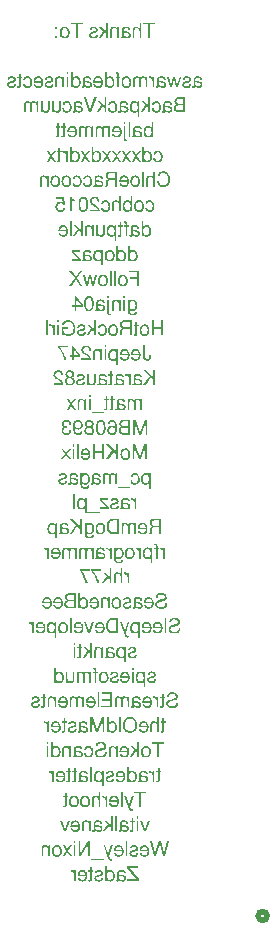
<source format=gbo>
%TF.GenerationSoftware,KiCad,Pcbnew,9.0.4*%
%TF.CreationDate,2025-09-30T12:57:06+01:00*%
%TF.ProjectId,RTmFM,52546d46-4d2e-46b6-9963-61645f706362,rev?*%
%TF.SameCoordinates,Original*%
%TF.FileFunction,Legend,Bot*%
%TF.FilePolarity,Positive*%
%FSLAX46Y46*%
G04 Gerber Fmt 4.6, Leading zero omitted, Abs format (unit mm)*
G04 Created by KiCad (PCBNEW 9.0.4) date 2025-09-30 12:57:06*
%MOMM*%
%LPD*%
G01*
G04 APERTURE LIST*
%ADD10C,0.100000*%
%ADD11C,0.508000*%
G04 APERTURE END LIST*
D10*
G36*
X102220373Y-81398621D02*
G01*
X101802108Y-81398621D01*
X101802108Y-81255052D01*
X102803122Y-81255052D01*
X102803122Y-81398621D01*
X102383100Y-81398621D01*
X102383100Y-82530000D01*
X102220373Y-82530000D01*
X102220373Y-81398621D01*
G37*
G36*
X101062662Y-81895121D02*
G01*
X101062662Y-82530000D01*
X100917414Y-82530000D01*
X100917414Y-81837418D01*
X100919830Y-81799044D01*
X100926971Y-81763367D01*
X100938306Y-81731379D01*
X100953817Y-81702222D01*
X100996234Y-81653415D01*
X101053954Y-81616969D01*
X101127657Y-81594125D01*
X101206155Y-81587222D01*
X101258470Y-81589755D01*
X101305622Y-81597712D01*
X101342344Y-81609130D01*
X101376675Y-81625177D01*
X101438678Y-81670695D01*
X101500162Y-81739492D01*
X101500162Y-81255052D01*
X101645411Y-81255052D01*
X101645411Y-82530000D01*
X101500162Y-82530000D01*
X101500162Y-82024569D01*
X101497754Y-81975053D01*
X101490668Y-81929024D01*
X101479469Y-81887804D01*
X101464220Y-81850382D01*
X101445826Y-81818071D01*
X101424003Y-81789747D01*
X101399820Y-81766369D01*
X101372750Y-81747116D01*
X101343645Y-81732469D01*
X101312075Y-81722137D01*
X101251645Y-81714992D01*
X101215968Y-81717665D01*
X101178187Y-81726610D01*
X101148330Y-81739291D01*
X101120630Y-81757643D01*
X101100675Y-81777370D01*
X101084069Y-81801767D01*
X101072761Y-81827842D01*
X101065424Y-81858243D01*
X101062662Y-81895121D01*
G37*
G36*
X100416924Y-81589986D02*
G01*
X100481752Y-81599564D01*
X100527812Y-81612034D01*
X100571401Y-81629964D01*
X100604775Y-81649438D01*
X100635103Y-81673588D01*
X100658922Y-81699219D01*
X100679443Y-81729150D01*
X100695342Y-81761461D01*
X100707597Y-81798081D01*
X100715763Y-81838612D01*
X100719710Y-81883801D01*
X100719730Y-81884359D01*
X100572726Y-81884359D01*
X100566267Y-81847948D01*
X100555285Y-81816368D01*
X100541644Y-81792325D01*
X100524226Y-81771935D01*
X100479683Y-81742713D01*
X100416749Y-81725806D01*
X100357487Y-81722014D01*
X100309626Y-81724433D01*
X100267730Y-81731601D01*
X100235076Y-81742088D01*
X100207641Y-81756262D01*
X100187382Y-81772240D01*
X100171664Y-81791098D01*
X100161055Y-81811577D01*
X100154732Y-81834514D01*
X100152781Y-81858179D01*
X100152781Y-81896647D01*
X100155363Y-81921680D01*
X100163662Y-81942521D01*
X100191134Y-81968397D01*
X100243274Y-81987472D01*
X100304975Y-81997855D01*
X100316282Y-81999330D01*
X100496024Y-82026529D01*
X100571693Y-82045338D01*
X100636295Y-82071178D01*
X100688629Y-82106715D01*
X100709821Y-82128955D01*
X100727497Y-82154619D01*
X100741505Y-82184042D01*
X100751697Y-82217557D01*
X100760030Y-82298198D01*
X100757615Y-82338666D01*
X100750476Y-82376401D01*
X100739128Y-82410401D01*
X100723596Y-82441512D01*
X100704316Y-82469235D01*
X100681253Y-82493866D01*
X100624084Y-82533430D01*
X100551803Y-82559200D01*
X100463919Y-82569054D01*
X100459001Y-82569078D01*
X100410998Y-82566595D01*
X100365183Y-82558985D01*
X100323839Y-82547025D01*
X100283435Y-82530177D01*
X100202719Y-82480397D01*
X100147515Y-82434363D01*
X100140882Y-82470788D01*
X100129789Y-82501235D01*
X100116692Y-82522503D01*
X100100060Y-82539664D01*
X100058316Y-82561246D01*
X99997000Y-82569078D01*
X99954878Y-82566011D01*
X99900916Y-82554305D01*
X99897242Y-82553355D01*
X99897242Y-82443141D01*
X99928765Y-82446652D01*
X99953434Y-82444248D01*
X99973698Y-82437195D01*
X99988036Y-82427058D01*
X99998536Y-82413513D01*
X100007505Y-82377548D01*
X100007533Y-82375058D01*
X100007533Y-82240572D01*
X100152781Y-82240572D01*
X100162380Y-82289207D01*
X100192963Y-82341173D01*
X100216191Y-82365835D01*
X100244375Y-82388287D01*
X100276360Y-82407262D01*
X100312722Y-82422719D01*
X100351299Y-82433528D01*
X100393583Y-82439893D01*
X100427478Y-82441385D01*
X100467183Y-82438972D01*
X100502404Y-82431846D01*
X100530931Y-82421152D01*
X100555231Y-82406677D01*
X100574051Y-82389767D01*
X100588853Y-82369762D01*
X100605663Y-82322067D01*
X100607760Y-82294687D01*
X100605381Y-82265589D01*
X100598499Y-82240197D01*
X100573332Y-82199930D01*
X100531824Y-82168635D01*
X100468155Y-82143818D01*
X100369380Y-82123638D01*
X100331015Y-82117829D01*
X100235422Y-82101771D01*
X100191745Y-82090864D01*
X100152781Y-82076471D01*
X100152781Y-82240572D01*
X100007533Y-82240572D01*
X100007533Y-81837266D01*
X100009969Y-81798488D01*
X100017248Y-81762829D01*
X100028523Y-81732074D01*
X100044042Y-81704172D01*
X100086545Y-81657967D01*
X100146260Y-81622497D01*
X100226858Y-81598182D01*
X100333183Y-81587437D01*
X100352297Y-81587222D01*
X100416924Y-81589986D01*
G37*
G36*
X99757413Y-81611646D02*
G01*
X99757413Y-82530000D01*
X99610410Y-82530000D01*
X99610410Y-82024569D01*
X99608002Y-81975053D01*
X99600915Y-81929024D01*
X99589716Y-81887804D01*
X99574467Y-81850382D01*
X99556073Y-81818071D01*
X99534251Y-81789747D01*
X99510067Y-81766369D01*
X99482997Y-81747116D01*
X99453892Y-81732469D01*
X99422322Y-81722137D01*
X99361893Y-81714992D01*
X99326032Y-81717397D01*
X99293339Y-81724462D01*
X99264969Y-81735510D01*
X99239995Y-81750501D01*
X99219135Y-81768701D01*
X99201900Y-81790261D01*
X99179173Y-81842395D01*
X99172910Y-81895121D01*
X99172910Y-82530000D01*
X99027661Y-82530000D01*
X99027661Y-81837418D01*
X99030073Y-81799977D01*
X99037186Y-81765023D01*
X99048571Y-81733262D01*
X99064141Y-81704204D01*
X99106975Y-81654943D01*
X99165272Y-81617804D01*
X99239202Y-81594406D01*
X99318158Y-81587222D01*
X99366450Y-81589084D01*
X99410755Y-81596126D01*
X99447510Y-81607051D01*
X99481770Y-81622511D01*
X99542540Y-81666212D01*
X99600112Y-81732362D01*
X99622622Y-81765901D01*
X99622622Y-81611646D01*
X99757413Y-81611646D01*
G37*
G36*
X98673051Y-81255052D02*
G01*
X98818300Y-81255052D01*
X98818300Y-82530000D01*
X98673051Y-82530000D01*
X98673051Y-82172489D01*
X98531314Y-82032278D01*
X98221507Y-82530000D01*
X98041302Y-82530000D01*
X98415757Y-81928933D01*
X98097325Y-81611646D01*
X98284553Y-81611646D01*
X98673051Y-82000756D01*
X98673051Y-81255052D01*
G37*
G36*
X97810950Y-82256295D02*
G01*
X97964976Y-82256295D01*
X97960836Y-82307196D01*
X97951932Y-82353481D01*
X97939523Y-82391967D01*
X97923041Y-82426604D01*
X97903662Y-82455871D01*
X97880590Y-82481728D01*
X97824150Y-82522830D01*
X97750771Y-82551519D01*
X97655491Y-82567048D01*
X97599222Y-82569078D01*
X97542439Y-82566667D01*
X97489490Y-82559556D01*
X97441943Y-82548324D01*
X97398442Y-82533003D01*
X97360537Y-82514523D01*
X97326775Y-82492554D01*
X97298349Y-82468238D01*
X97274108Y-82440963D01*
X97254718Y-82411749D01*
X97239594Y-82379993D01*
X97228987Y-82346221D01*
X97222850Y-82310208D01*
X97221257Y-82278964D01*
X97223730Y-82238848D01*
X97231272Y-82202416D01*
X97242556Y-82172595D01*
X97258235Y-82145464D01*
X97301778Y-82099905D01*
X97366573Y-82061477D01*
X97462195Y-82028554D01*
X97480230Y-82024035D01*
X97620212Y-81990910D01*
X97677288Y-81974936D01*
X97722021Y-81956448D01*
X97748645Y-81939998D01*
X97768442Y-81921458D01*
X97780276Y-81903536D01*
X97787384Y-81883699D01*
X97789961Y-81859935D01*
X97787554Y-81834776D01*
X97780475Y-81811709D01*
X97753518Y-81772864D01*
X97709027Y-81743357D01*
X97645369Y-81725461D01*
X97595711Y-81722014D01*
X97553730Y-81724446D01*
X97517051Y-81731700D01*
X97488653Y-81742287D01*
X97464637Y-81756676D01*
X97446295Y-81773411D01*
X97431813Y-81793351D01*
X97414651Y-81842266D01*
X97411995Y-81868712D01*
X97257969Y-81868712D01*
X97260820Y-81825500D01*
X97268439Y-81785616D01*
X97280042Y-81750823D01*
X97295815Y-81719183D01*
X97315078Y-81691511D01*
X97338148Y-81666947D01*
X97395565Y-81627330D01*
X97469929Y-81600348D01*
X97564015Y-81587768D01*
X97590445Y-81587222D01*
X97643782Y-81589632D01*
X97693544Y-81596732D01*
X97738362Y-81607977D01*
X97779337Y-81623309D01*
X97815102Y-81641858D01*
X97846865Y-81663900D01*
X97873580Y-81688380D01*
X97896185Y-81715825D01*
X97914106Y-81745322D01*
X97927774Y-81777366D01*
X97936962Y-81811528D01*
X97941637Y-81847926D01*
X97942231Y-81866956D01*
X97939707Y-81909720D01*
X97931809Y-81947916D01*
X97920549Y-81977008D01*
X97904783Y-82003370D01*
X97861014Y-82047088D01*
X97793614Y-82085285D01*
X97688150Y-82121279D01*
X97651735Y-82130586D01*
X97515264Y-82163712D01*
X97467138Y-82177908D01*
X97429755Y-82194949D01*
X97407571Y-82210621D01*
X97391200Y-82228660D01*
X97375309Y-82268068D01*
X97373450Y-82291176D01*
X97375852Y-82315358D01*
X97382896Y-82337785D01*
X97410249Y-82377021D01*
X97456121Y-82408355D01*
X97521889Y-82428853D01*
X97587010Y-82434363D01*
X97634320Y-82431999D01*
X97674319Y-82425217D01*
X97706162Y-82415098D01*
X97732545Y-82401811D01*
X97771019Y-82367521D01*
X97795908Y-82321647D01*
X97810950Y-82256295D01*
G37*
G36*
X96089878Y-81398621D02*
G01*
X95671612Y-81398621D01*
X95671612Y-81255052D01*
X96672626Y-81255052D01*
X96672626Y-81398621D01*
X96252605Y-81398621D01*
X96252605Y-82530000D01*
X96089878Y-82530000D01*
X96089878Y-81398621D01*
G37*
G36*
X95204432Y-81589647D02*
G01*
X95251643Y-81596850D01*
X95294790Y-81608338D01*
X95335115Y-81624149D01*
X95371921Y-81643809D01*
X95405831Y-81667458D01*
X95464515Y-81726215D01*
X95511202Y-81800868D01*
X95544991Y-81892509D01*
X95564066Y-82002382D01*
X95567427Y-82078227D01*
X95565003Y-82143264D01*
X95557803Y-82204240D01*
X95546472Y-82258935D01*
X95530919Y-82309621D01*
X95512078Y-82354454D01*
X95489512Y-82395359D01*
X95464239Y-82431063D01*
X95435643Y-82462897D01*
X95404528Y-82490199D01*
X95370381Y-82513610D01*
X95293736Y-82548242D01*
X95204907Y-82566496D01*
X95152672Y-82569078D01*
X95102612Y-82566656D01*
X95055311Y-82559466D01*
X95011923Y-82547973D01*
X94971353Y-82532166D01*
X94934237Y-82512486D01*
X94900038Y-82488833D01*
X94840831Y-82430125D01*
X94793822Y-82355787D01*
X94759968Y-82264994D01*
X94741077Y-82156833D01*
X94737917Y-82085172D01*
X94737980Y-82083417D01*
X94890188Y-82083417D01*
X94892600Y-82139208D01*
X94899717Y-82190965D01*
X94910880Y-82236868D01*
X94926097Y-82278557D01*
X94944296Y-82314287D01*
X94965915Y-82345761D01*
X94989670Y-82371714D01*
X95016302Y-82393419D01*
X95044746Y-82410244D01*
X95075661Y-82422760D01*
X95108634Y-82430761D01*
X95143813Y-82434224D01*
X95152672Y-82434363D01*
X95189505Y-82431943D01*
X95223945Y-82424771D01*
X95255154Y-82413315D01*
X95283888Y-82397584D01*
X95333549Y-82353779D01*
X95372992Y-82292608D01*
X95400836Y-82212362D01*
X95414386Y-82111412D01*
X95415157Y-82078227D01*
X95412742Y-82020682D01*
X95405604Y-81967476D01*
X95394480Y-81920760D01*
X95379309Y-81878447D01*
X95361259Y-81842479D01*
X95339803Y-81810852D01*
X95316285Y-81784900D01*
X95289888Y-81763207D01*
X95261664Y-81746391D01*
X95230935Y-81733856D01*
X95162797Y-81722192D01*
X95152672Y-81722014D01*
X95115491Y-81724436D01*
X95080816Y-81731626D01*
X95049630Y-81743054D01*
X95020971Y-81758757D01*
X94971694Y-81802394D01*
X94932599Y-81863470D01*
X94904858Y-81944108D01*
X94891084Y-82046560D01*
X94890188Y-82083417D01*
X94737980Y-82083417D01*
X94740344Y-82018024D01*
X94747561Y-81955289D01*
X94758851Y-81899546D01*
X94774350Y-81848037D01*
X94793035Y-81802820D01*
X94815423Y-81761651D01*
X94840427Y-81725895D01*
X94868736Y-81694054D01*
X94899534Y-81666791D01*
X94933367Y-81643411D01*
X95009564Y-81608700D01*
X95098474Y-81590101D01*
X95154428Y-81587222D01*
X95204432Y-81589647D01*
G37*
G36*
X94363692Y-82348039D02*
G01*
X94545653Y-82348039D01*
X94545653Y-82530000D01*
X94363692Y-82530000D01*
X94363692Y-82348039D01*
G37*
G36*
X94363692Y-81611646D02*
G01*
X94545653Y-81611646D01*
X94545653Y-81793684D01*
X94363692Y-81793684D01*
X94363692Y-81611646D01*
G37*
G36*
X106479643Y-85789986D02*
G01*
X106544470Y-85799564D01*
X106590530Y-85812034D01*
X106634120Y-85829964D01*
X106667493Y-85849438D01*
X106697822Y-85873588D01*
X106721640Y-85899219D01*
X106742162Y-85929150D01*
X106758060Y-85961461D01*
X106770315Y-85998081D01*
X106778482Y-86038612D01*
X106782429Y-86083801D01*
X106782449Y-86084359D01*
X106635445Y-86084359D01*
X106628986Y-86047948D01*
X106618004Y-86016368D01*
X106604362Y-85992325D01*
X106586945Y-85971935D01*
X106542402Y-85942713D01*
X106479467Y-85925806D01*
X106420206Y-85922014D01*
X106372345Y-85924433D01*
X106330449Y-85931601D01*
X106297794Y-85942088D01*
X106270360Y-85956262D01*
X106250100Y-85972240D01*
X106234382Y-85991098D01*
X106223774Y-86011577D01*
X106217450Y-86034514D01*
X106215500Y-86058179D01*
X106215500Y-86096647D01*
X106218081Y-86121680D01*
X106226381Y-86142521D01*
X106253852Y-86168397D01*
X106305992Y-86187472D01*
X106367694Y-86197855D01*
X106379001Y-86199330D01*
X106558742Y-86226529D01*
X106634411Y-86245338D01*
X106699013Y-86271178D01*
X106751348Y-86306715D01*
X106772540Y-86328955D01*
X106790215Y-86354619D01*
X106804223Y-86384042D01*
X106814415Y-86417557D01*
X106822749Y-86498198D01*
X106820333Y-86538666D01*
X106813195Y-86576401D01*
X106801846Y-86610401D01*
X106786314Y-86641512D01*
X106767035Y-86669235D01*
X106743972Y-86693866D01*
X106686803Y-86733430D01*
X106614522Y-86759200D01*
X106526638Y-86769054D01*
X106521719Y-86769078D01*
X106473717Y-86766595D01*
X106427901Y-86758985D01*
X106386558Y-86747025D01*
X106346153Y-86730177D01*
X106265438Y-86680397D01*
X106210233Y-86634363D01*
X106203601Y-86670788D01*
X106192508Y-86701235D01*
X106179411Y-86722503D01*
X106162779Y-86739664D01*
X106121034Y-86761246D01*
X106059719Y-86769078D01*
X106017597Y-86766011D01*
X105963634Y-86754305D01*
X105959961Y-86753355D01*
X105959961Y-86643141D01*
X105991483Y-86646652D01*
X106016152Y-86644248D01*
X106036417Y-86637195D01*
X106050755Y-86627058D01*
X106061255Y-86613513D01*
X106070223Y-86577548D01*
X106070252Y-86575058D01*
X106070252Y-86440572D01*
X106215500Y-86440572D01*
X106225098Y-86489207D01*
X106255682Y-86541173D01*
X106278910Y-86565835D01*
X106307093Y-86588287D01*
X106339079Y-86607262D01*
X106375440Y-86622719D01*
X106414018Y-86633528D01*
X106456301Y-86639893D01*
X106490197Y-86641385D01*
X106529901Y-86638972D01*
X106565122Y-86631846D01*
X106593649Y-86621152D01*
X106617950Y-86606677D01*
X106636769Y-86589767D01*
X106651571Y-86569762D01*
X106668381Y-86522067D01*
X106670478Y-86494687D01*
X106668100Y-86465589D01*
X106661217Y-86440197D01*
X106636050Y-86399930D01*
X106594543Y-86368635D01*
X106530874Y-86343818D01*
X106432099Y-86323638D01*
X106393734Y-86317829D01*
X106298140Y-86301771D01*
X106254463Y-86290864D01*
X106215500Y-86276471D01*
X106215500Y-86440572D01*
X106070252Y-86440572D01*
X106070252Y-86037266D01*
X106072687Y-85998488D01*
X106079966Y-85962829D01*
X106091242Y-85932074D01*
X106106760Y-85904172D01*
X106149264Y-85857967D01*
X106208978Y-85822497D01*
X106289576Y-85798182D01*
X106395901Y-85787437D01*
X106415016Y-85787222D01*
X106479643Y-85789986D01*
G37*
G36*
X105711596Y-86456295D02*
G01*
X105865622Y-86456295D01*
X105861482Y-86507196D01*
X105852578Y-86553481D01*
X105840169Y-86591967D01*
X105823687Y-86626604D01*
X105804308Y-86655871D01*
X105781236Y-86681728D01*
X105724796Y-86722830D01*
X105651417Y-86751519D01*
X105556137Y-86767048D01*
X105499868Y-86769078D01*
X105443085Y-86766667D01*
X105390136Y-86759556D01*
X105342589Y-86748324D01*
X105299088Y-86733003D01*
X105261183Y-86714523D01*
X105227421Y-86692554D01*
X105198995Y-86668238D01*
X105174754Y-86640963D01*
X105155364Y-86611749D01*
X105140240Y-86579993D01*
X105129633Y-86546221D01*
X105123495Y-86510208D01*
X105121902Y-86478964D01*
X105124376Y-86438848D01*
X105131917Y-86402416D01*
X105143201Y-86372595D01*
X105158881Y-86345464D01*
X105202424Y-86299905D01*
X105267219Y-86261477D01*
X105362841Y-86228554D01*
X105380876Y-86224035D01*
X105520858Y-86190910D01*
X105577934Y-86174936D01*
X105622667Y-86156448D01*
X105649291Y-86139998D01*
X105669088Y-86121458D01*
X105680922Y-86103536D01*
X105688030Y-86083699D01*
X105690607Y-86059935D01*
X105688200Y-86034776D01*
X105681121Y-86011709D01*
X105654164Y-85972864D01*
X105609672Y-85943357D01*
X105546015Y-85925461D01*
X105496357Y-85922014D01*
X105454376Y-85924446D01*
X105417697Y-85931700D01*
X105389298Y-85942287D01*
X105365283Y-85956676D01*
X105346941Y-85973411D01*
X105332459Y-85993351D01*
X105315297Y-86042266D01*
X105312641Y-86068712D01*
X105158615Y-86068712D01*
X105161465Y-86025500D01*
X105169085Y-85985616D01*
X105180687Y-85950823D01*
X105196461Y-85919183D01*
X105215724Y-85891511D01*
X105238794Y-85866947D01*
X105296211Y-85827330D01*
X105370575Y-85800348D01*
X105464661Y-85787768D01*
X105491091Y-85787222D01*
X105544428Y-85789632D01*
X105594189Y-85796732D01*
X105639008Y-85807977D01*
X105679983Y-85823309D01*
X105715748Y-85841858D01*
X105747510Y-85863900D01*
X105774225Y-85888380D01*
X105796830Y-85915825D01*
X105814752Y-85945322D01*
X105828420Y-85977366D01*
X105837608Y-86011528D01*
X105842283Y-86047926D01*
X105842877Y-86066956D01*
X105840353Y-86109720D01*
X105832454Y-86147916D01*
X105821194Y-86177008D01*
X105805428Y-86203370D01*
X105761660Y-86247088D01*
X105694260Y-86285285D01*
X105588796Y-86321279D01*
X105552381Y-86330586D01*
X105415910Y-86363712D01*
X105367784Y-86377908D01*
X105330401Y-86394949D01*
X105308217Y-86410621D01*
X105291846Y-86428660D01*
X105275955Y-86468068D01*
X105274096Y-86491176D01*
X105276498Y-86515358D01*
X105283542Y-86537785D01*
X105310895Y-86577021D01*
X105356767Y-86608355D01*
X105422535Y-86628853D01*
X105487656Y-86634363D01*
X105534966Y-86631999D01*
X105574965Y-86625217D01*
X105606808Y-86615098D01*
X105633190Y-86601811D01*
X105671665Y-86567521D01*
X105696554Y-86521647D01*
X105711596Y-86456295D01*
G37*
G36*
X104086465Y-86730000D02*
G01*
X103816959Y-85811646D01*
X103981441Y-85811646D01*
X104163478Y-86526744D01*
X104343684Y-85811646D01*
X104522210Y-85811646D01*
X104697225Y-86526744D01*
X104884453Y-85811646D01*
X105045424Y-85811646D01*
X104779428Y-86730000D01*
X104614946Y-86730000D01*
X104438175Y-86009712D01*
X104252703Y-86730000D01*
X104086465Y-86730000D01*
G37*
G36*
X103404625Y-85789986D02*
G01*
X103469453Y-85799564D01*
X103515513Y-85812034D01*
X103559102Y-85829964D01*
X103592476Y-85849438D01*
X103622804Y-85873588D01*
X103646623Y-85899219D01*
X103667144Y-85929150D01*
X103683043Y-85961461D01*
X103695298Y-85998081D01*
X103703464Y-86038612D01*
X103707411Y-86083801D01*
X103707431Y-86084359D01*
X103560427Y-86084359D01*
X103553968Y-86047948D01*
X103542986Y-86016368D01*
X103529345Y-85992325D01*
X103511927Y-85971935D01*
X103467384Y-85942713D01*
X103404450Y-85925806D01*
X103345188Y-85922014D01*
X103297327Y-85924433D01*
X103255431Y-85931601D01*
X103222777Y-85942088D01*
X103195342Y-85956262D01*
X103175083Y-85972240D01*
X103159365Y-85991098D01*
X103148756Y-86011577D01*
X103142433Y-86034514D01*
X103140482Y-86058179D01*
X103140482Y-86096647D01*
X103143064Y-86121680D01*
X103151363Y-86142521D01*
X103178835Y-86168397D01*
X103230975Y-86187472D01*
X103292676Y-86197855D01*
X103303983Y-86199330D01*
X103483725Y-86226529D01*
X103559394Y-86245338D01*
X103623996Y-86271178D01*
X103676330Y-86306715D01*
X103697522Y-86328955D01*
X103715197Y-86354619D01*
X103729206Y-86384042D01*
X103739398Y-86417557D01*
X103747731Y-86498198D01*
X103745316Y-86538666D01*
X103738177Y-86576401D01*
X103726829Y-86610401D01*
X103711297Y-86641512D01*
X103692017Y-86669235D01*
X103668954Y-86693866D01*
X103611785Y-86733430D01*
X103539504Y-86759200D01*
X103451620Y-86769054D01*
X103446702Y-86769078D01*
X103398699Y-86766595D01*
X103352884Y-86758985D01*
X103311540Y-86747025D01*
X103271136Y-86730177D01*
X103190420Y-86680397D01*
X103135216Y-86634363D01*
X103128583Y-86670788D01*
X103117490Y-86701235D01*
X103104393Y-86722503D01*
X103087761Y-86739664D01*
X103046017Y-86761246D01*
X102984701Y-86769078D01*
X102942579Y-86766011D01*
X102888617Y-86754305D01*
X102884943Y-86753355D01*
X102884943Y-86643141D01*
X102916466Y-86646652D01*
X102941135Y-86644248D01*
X102961399Y-86637195D01*
X102975737Y-86627058D01*
X102986237Y-86613513D01*
X102995206Y-86577548D01*
X102995234Y-86575058D01*
X102995234Y-86440572D01*
X103140482Y-86440572D01*
X103150081Y-86489207D01*
X103180664Y-86541173D01*
X103203892Y-86565835D01*
X103232076Y-86588287D01*
X103264061Y-86607262D01*
X103300422Y-86622719D01*
X103339000Y-86633528D01*
X103381284Y-86639893D01*
X103415179Y-86641385D01*
X103454884Y-86638972D01*
X103490105Y-86631846D01*
X103518632Y-86621152D01*
X103542932Y-86606677D01*
X103561752Y-86589767D01*
X103576554Y-86569762D01*
X103593364Y-86522067D01*
X103595461Y-86494687D01*
X103593082Y-86465589D01*
X103586200Y-86440197D01*
X103561033Y-86399930D01*
X103519525Y-86368635D01*
X103455856Y-86343818D01*
X103357081Y-86323638D01*
X103318716Y-86317829D01*
X103223123Y-86301771D01*
X103179446Y-86290864D01*
X103140482Y-86276471D01*
X103140482Y-86440572D01*
X102995234Y-86440572D01*
X102995234Y-86037266D01*
X102997670Y-85998488D01*
X103004949Y-85962829D01*
X103016224Y-85932074D01*
X103031743Y-85904172D01*
X103074246Y-85857967D01*
X103133961Y-85822497D01*
X103214559Y-85798182D01*
X103320884Y-85787437D01*
X103339998Y-85787222D01*
X103404625Y-85789986D01*
G37*
G36*
X102304103Y-85941248D02*
G01*
X102304103Y-85792489D01*
X102360126Y-85787222D01*
X102393369Y-85789707D01*
X102424995Y-85797334D01*
X102481425Y-85826533D01*
X102538006Y-85878968D01*
X102602117Y-85966574D01*
X102610323Y-85979716D01*
X102610323Y-85811646D01*
X102745114Y-85811646D01*
X102745114Y-86730000D01*
X102598111Y-86730000D01*
X102598111Y-86254337D01*
X102595702Y-86194242D01*
X102588608Y-86142130D01*
X102578168Y-86100932D01*
X102564118Y-86065566D01*
X102547667Y-86037138D01*
X102528262Y-86013194D01*
X102481178Y-85977397D01*
X102419213Y-85954127D01*
X102334181Y-85942380D01*
X102304103Y-85941248D01*
G37*
G36*
X102165038Y-85811646D02*
G01*
X102165038Y-86730000D01*
X102018034Y-86730000D01*
X102018034Y-86154579D01*
X102008722Y-86084408D01*
X101981578Y-86020826D01*
X101961942Y-85992995D01*
X101938878Y-85968719D01*
X101913071Y-85948619D01*
X101884673Y-85932837D01*
X101855106Y-85922073D01*
X101823817Y-85916112D01*
X101802795Y-85914992D01*
X101768519Y-85917413D01*
X101737834Y-85924590D01*
X101712421Y-85935528D01*
X101690357Y-85950430D01*
X101657394Y-85990358D01*
X101637866Y-86045443D01*
X101633046Y-86098632D01*
X101633046Y-86730000D01*
X101486042Y-86730000D01*
X101486042Y-86154579D01*
X101476730Y-86084408D01*
X101449587Y-86020826D01*
X101429950Y-85992995D01*
X101406887Y-85968719D01*
X101381079Y-85948619D01*
X101352681Y-85932837D01*
X101323115Y-85922073D01*
X101291825Y-85916112D01*
X101270803Y-85914992D01*
X101237406Y-85917407D01*
X101207294Y-85924542D01*
X101181854Y-85935550D01*
X101159648Y-85950532D01*
X101126021Y-85990840D01*
X101106003Y-86045991D01*
X101101055Y-86098632D01*
X101101055Y-86730000D01*
X100954051Y-86730000D01*
X100954051Y-86042685D01*
X100956479Y-85998813D01*
X100963709Y-85958818D01*
X100974789Y-85924878D01*
X100989957Y-85894499D01*
X101008271Y-85868784D01*
X101030217Y-85846469D01*
X101084325Y-85812477D01*
X101154239Y-85792255D01*
X101220047Y-85787222D01*
X101271666Y-85789762D01*
X101317989Y-85797772D01*
X101353845Y-85809216D01*
X101387517Y-85825323D01*
X101449987Y-85871786D01*
X101501766Y-85927204D01*
X101525071Y-85890272D01*
X101550915Y-85859347D01*
X101576415Y-85836674D01*
X101604530Y-85818459D01*
X101667728Y-85795251D01*
X101748527Y-85787222D01*
X101794977Y-85789041D01*
X101837586Y-85796054D01*
X101873055Y-85806987D01*
X101906274Y-85822490D01*
X101966622Y-85867017D01*
X102026551Y-85936264D01*
X102030246Y-85941400D01*
X102030246Y-85811646D01*
X102165038Y-85811646D01*
G37*
G36*
X100434282Y-85789647D02*
G01*
X100481493Y-85796850D01*
X100524640Y-85808338D01*
X100564965Y-85824149D01*
X100601772Y-85843809D01*
X100635681Y-85867458D01*
X100694366Y-85926215D01*
X100741053Y-86000868D01*
X100774842Y-86092509D01*
X100793916Y-86202382D01*
X100797278Y-86278227D01*
X100794853Y-86343264D01*
X100787653Y-86404240D01*
X100776322Y-86458935D01*
X100760770Y-86509621D01*
X100741929Y-86554454D01*
X100719362Y-86595359D01*
X100694089Y-86631063D01*
X100665494Y-86662897D01*
X100634379Y-86690199D01*
X100600231Y-86713610D01*
X100523587Y-86748242D01*
X100434757Y-86766496D01*
X100382523Y-86769078D01*
X100332463Y-86766656D01*
X100285161Y-86759466D01*
X100241773Y-86747973D01*
X100201203Y-86732166D01*
X100164088Y-86712486D01*
X100129889Y-86688833D01*
X100070682Y-86630125D01*
X100023673Y-86555787D01*
X99989819Y-86464994D01*
X99970928Y-86356833D01*
X99967768Y-86285172D01*
X99967831Y-86283417D01*
X100120038Y-86283417D01*
X100122450Y-86339208D01*
X100129567Y-86390965D01*
X100140730Y-86436868D01*
X100155947Y-86478557D01*
X100174147Y-86514287D01*
X100195765Y-86545761D01*
X100219521Y-86571714D01*
X100246152Y-86593419D01*
X100274596Y-86610244D01*
X100305512Y-86622760D01*
X100338484Y-86630761D01*
X100373663Y-86634224D01*
X100382523Y-86634363D01*
X100419355Y-86631943D01*
X100453795Y-86624771D01*
X100485004Y-86613315D01*
X100513739Y-86597584D01*
X100563400Y-86553779D01*
X100602842Y-86492608D01*
X100630686Y-86412362D01*
X100644236Y-86311412D01*
X100645007Y-86278227D01*
X100642592Y-86220682D01*
X100635455Y-86167476D01*
X100624330Y-86120760D01*
X100609160Y-86078447D01*
X100591110Y-86042479D01*
X100569653Y-86010852D01*
X100546135Y-85984900D01*
X100519739Y-85963207D01*
X100491514Y-85946391D01*
X100460785Y-85933856D01*
X100392647Y-85922192D01*
X100382523Y-85922014D01*
X100345342Y-85924436D01*
X100310666Y-85931626D01*
X100279480Y-85943054D01*
X100250822Y-85958757D01*
X100201544Y-86002394D01*
X100162450Y-86063470D01*
X100134709Y-86144108D01*
X100120934Y-86246560D01*
X100120038Y-86283417D01*
X99967831Y-86283417D01*
X99970194Y-86218024D01*
X99977411Y-86155289D01*
X99988702Y-86099546D01*
X100004200Y-86048037D01*
X100022885Y-86002820D01*
X100045273Y-85961651D01*
X100070277Y-85925895D01*
X100098586Y-85894054D01*
X100129384Y-85866791D01*
X100163218Y-85843411D01*
X100239414Y-85808700D01*
X100328325Y-85790101D01*
X100384278Y-85787222D01*
X100434282Y-85789647D01*
G37*
G36*
X99460506Y-85811646D02*
G01*
X99612776Y-85811646D01*
X99612776Y-85669680D01*
X99610346Y-85644050D01*
X99603108Y-85622547D01*
X99592606Y-85606825D01*
X99578363Y-85594476D01*
X99538807Y-85579999D01*
X99511263Y-85577937D01*
X99460506Y-85579692D01*
X99460506Y-85458944D01*
X99502962Y-85451922D01*
X99542785Y-85450167D01*
X99582591Y-85452584D01*
X99618788Y-85459732D01*
X99649664Y-85470759D01*
X99676983Y-85485781D01*
X99699790Y-85503899D01*
X99719032Y-85525482D01*
X99746140Y-85578092D01*
X99757753Y-85644659D01*
X99758024Y-85657621D01*
X99758024Y-85811646D01*
X99880527Y-85811646D01*
X99880527Y-85930715D01*
X99758024Y-85930715D01*
X99758024Y-86730000D01*
X99612776Y-86730000D01*
X99612776Y-85930715D01*
X99460506Y-85930715D01*
X99460506Y-85811646D01*
G37*
G36*
X98697858Y-85929036D02*
G01*
X98721851Y-85897068D01*
X98748988Y-85869061D01*
X98811386Y-85825553D01*
X98885053Y-85798053D01*
X98970630Y-85787310D01*
X98979577Y-85787222D01*
X99025157Y-85789639D01*
X99068508Y-85796791D01*
X99109092Y-85808382D01*
X99147253Y-85824317D01*
X99215806Y-85868617D01*
X99273807Y-85929272D01*
X99320257Y-86006369D01*
X99353443Y-86100059D01*
X99371106Y-86210111D01*
X99373342Y-86269449D01*
X99370922Y-86335314D01*
X99363753Y-86397209D01*
X99352407Y-86453223D01*
X99336855Y-86505200D01*
X99317974Y-86551387D01*
X99295401Y-86593532D01*
X99270186Y-86630287D01*
X99241727Y-86663014D01*
X99210992Y-86690895D01*
X99177368Y-86714724D01*
X99141443Y-86734154D01*
X99102883Y-86749414D01*
X99018005Y-86767006D01*
X98974310Y-86769078D01*
X98927014Y-86767054D01*
X98883239Y-86759868D01*
X98846341Y-86748723D01*
X98811711Y-86732982D01*
X98749585Y-86688396D01*
X98690445Y-86621140D01*
X98682058Y-86609328D01*
X98682058Y-86730000D01*
X98552609Y-86730000D01*
X98552609Y-86281661D01*
X98697858Y-86281661D01*
X98700265Y-86336670D01*
X98707346Y-86387938D01*
X98718552Y-86434049D01*
X98733806Y-86476049D01*
X98752126Y-86512333D01*
X98773841Y-86544316D01*
X98797628Y-86570663D01*
X98824211Y-86592639D01*
X98852309Y-86609475D01*
X98882721Y-86621871D01*
X98914681Y-86629536D01*
X98948610Y-86632564D01*
X98953320Y-86632608D01*
X98989001Y-86630196D01*
X99022672Y-86623082D01*
X99083140Y-86595672D01*
X99134650Y-86551111D01*
X99176219Y-86489125D01*
X99205715Y-86409282D01*
X99220155Y-86311913D01*
X99221072Y-86278227D01*
X99218665Y-86224108D01*
X99211591Y-86173543D01*
X99200348Y-86127734D01*
X99185039Y-86085865D01*
X99166543Y-86049337D01*
X99144614Y-86016982D01*
X99120441Y-85990007D01*
X99093427Y-85967329D01*
X99064753Y-85949683D01*
X99033723Y-85936446D01*
X99001104Y-85927922D01*
X98966499Y-85924015D01*
X98955076Y-85923769D01*
X98920024Y-85926184D01*
X98887107Y-85933321D01*
X98856806Y-85944843D01*
X98828803Y-85960652D01*
X98779609Y-86005119D01*
X98740039Y-86067525D01*
X98712007Y-86149173D01*
X98698544Y-86250743D01*
X98697858Y-86281661D01*
X98552609Y-86281661D01*
X98552609Y-85455052D01*
X98697858Y-85455052D01*
X98697858Y-85929036D01*
G37*
G36*
X98023396Y-85789640D02*
G01*
X98069277Y-85796795D01*
X98112124Y-85808365D01*
X98152413Y-85824268D01*
X98189883Y-85844272D01*
X98224591Y-85868292D01*
X98285612Y-85928240D01*
X98334740Y-86004046D01*
X98370567Y-86095845D01*
X98391100Y-86203565D01*
X98395149Y-86282959D01*
X98392729Y-86345662D01*
X98385559Y-86404676D01*
X98374182Y-86458286D01*
X98358579Y-86508133D01*
X98339540Y-86552721D01*
X98316759Y-86593515D01*
X98291123Y-86629425D01*
X98262157Y-86661508D01*
X98230600Y-86689153D01*
X98196035Y-86712891D01*
X98118777Y-86748031D01*
X98030086Y-86766492D01*
X97978639Y-86769078D01*
X97927888Y-86766658D01*
X97879942Y-86759484D01*
X97835962Y-86748014D01*
X97794938Y-86732256D01*
X97757680Y-86712738D01*
X97723535Y-86689323D01*
X97692903Y-86662395D01*
X97665583Y-86631867D01*
X97621295Y-86560274D01*
X97591569Y-86474357D01*
X97586629Y-86450799D01*
X97733633Y-86450799D01*
X97749663Y-86491193D01*
X97769154Y-86526684D01*
X97790567Y-86555527D01*
X97814916Y-86579952D01*
X97841110Y-86599271D01*
X97869924Y-86614410D01*
X97935152Y-86631984D01*
X97973372Y-86634363D01*
X98012630Y-86631955D01*
X98049016Y-86624871D01*
X98081869Y-86613577D01*
X98111843Y-86598177D01*
X98163040Y-86555742D01*
X98202868Y-86497515D01*
X98230192Y-86422633D01*
X98242569Y-86330516D01*
X98242879Y-86319672D01*
X97567395Y-86319672D01*
X97569856Y-86241779D01*
X97574081Y-86200679D01*
X97723100Y-86200679D01*
X98239368Y-86200679D01*
X98233677Y-86155350D01*
X98223532Y-86113301D01*
X98209463Y-86075450D01*
X98191533Y-86041218D01*
X98170493Y-86011489D01*
X98146171Y-85985642D01*
X98119383Y-85964311D01*
X98089828Y-85947100D01*
X98058120Y-85934344D01*
X98024074Y-85925987D01*
X97976883Y-85922014D01*
X97940958Y-85924409D01*
X97907109Y-85931403D01*
X97845682Y-85958484D01*
X97794076Y-86001967D01*
X97754571Y-86060505D01*
X97730050Y-86131965D01*
X97723100Y-86200679D01*
X97574081Y-86200679D01*
X97577313Y-86169242D01*
X97588594Y-86107813D01*
X97604228Y-86051217D01*
X97622511Y-86003601D01*
X97644611Y-85960345D01*
X97668707Y-85924067D01*
X97696230Y-85891802D01*
X97725730Y-85864862D01*
X97758444Y-85841766D01*
X97793752Y-85822913D01*
X97832249Y-85807949D01*
X97920007Y-85789935D01*
X97975128Y-85787222D01*
X98023396Y-85789640D01*
G37*
G36*
X97120257Y-85789986D02*
G01*
X97185085Y-85799564D01*
X97231144Y-85812034D01*
X97274734Y-85829964D01*
X97308108Y-85849438D01*
X97338436Y-85873588D01*
X97362254Y-85899219D01*
X97382776Y-85929150D01*
X97398674Y-85961461D01*
X97410929Y-85998081D01*
X97419096Y-86038612D01*
X97423043Y-86083801D01*
X97423063Y-86084359D01*
X97276059Y-86084359D01*
X97269600Y-86047948D01*
X97258618Y-86016368D01*
X97244976Y-85992325D01*
X97227559Y-85971935D01*
X97183016Y-85942713D01*
X97120082Y-85925806D01*
X97060820Y-85922014D01*
X97012959Y-85924433D01*
X96971063Y-85931601D01*
X96938408Y-85942088D01*
X96910974Y-85956262D01*
X96890714Y-85972240D01*
X96874996Y-85991098D01*
X96864388Y-86011577D01*
X96858064Y-86034514D01*
X96856114Y-86058179D01*
X96856114Y-86096647D01*
X96858695Y-86121680D01*
X96866995Y-86142521D01*
X96894466Y-86168397D01*
X96946606Y-86187472D01*
X97008308Y-86197855D01*
X97019615Y-86199330D01*
X97199356Y-86226529D01*
X97275025Y-86245338D01*
X97339627Y-86271178D01*
X97391962Y-86306715D01*
X97413154Y-86328955D01*
X97430829Y-86354619D01*
X97444838Y-86384042D01*
X97455029Y-86417557D01*
X97463363Y-86498198D01*
X97460947Y-86538666D01*
X97453809Y-86576401D01*
X97442460Y-86610401D01*
X97426928Y-86641512D01*
X97407649Y-86669235D01*
X97384586Y-86693866D01*
X97327417Y-86733430D01*
X97255136Y-86759200D01*
X97167252Y-86769054D01*
X97162333Y-86769078D01*
X97114331Y-86766595D01*
X97068515Y-86758985D01*
X97027172Y-86747025D01*
X96986767Y-86730177D01*
X96906052Y-86680397D01*
X96850847Y-86634363D01*
X96844215Y-86670788D01*
X96833122Y-86701235D01*
X96820025Y-86722503D01*
X96803393Y-86739664D01*
X96761648Y-86761246D01*
X96700333Y-86769078D01*
X96658211Y-86766011D01*
X96604248Y-86754305D01*
X96600575Y-86753355D01*
X96600575Y-86643141D01*
X96632097Y-86646652D01*
X96656766Y-86644248D01*
X96677031Y-86637195D01*
X96691369Y-86627058D01*
X96701869Y-86613513D01*
X96710837Y-86577548D01*
X96710866Y-86575058D01*
X96710866Y-86440572D01*
X96856114Y-86440572D01*
X96865712Y-86489207D01*
X96896296Y-86541173D01*
X96919524Y-86565835D01*
X96947707Y-86588287D01*
X96979693Y-86607262D01*
X97016054Y-86622719D01*
X97054632Y-86633528D01*
X97096915Y-86639893D01*
X97130811Y-86641385D01*
X97170515Y-86638972D01*
X97205736Y-86631846D01*
X97234263Y-86621152D01*
X97258564Y-86606677D01*
X97277383Y-86589767D01*
X97292185Y-86569762D01*
X97308996Y-86522067D01*
X97311093Y-86494687D01*
X97308714Y-86465589D01*
X97301831Y-86440197D01*
X97276664Y-86399930D01*
X97235157Y-86368635D01*
X97171488Y-86343818D01*
X97072713Y-86323638D01*
X97034348Y-86317829D01*
X96938754Y-86301771D01*
X96895078Y-86290864D01*
X96856114Y-86276471D01*
X96856114Y-86440572D01*
X96710866Y-86440572D01*
X96710866Y-86037266D01*
X96713301Y-85998488D01*
X96720580Y-85962829D01*
X96731856Y-85932074D01*
X96747374Y-85904172D01*
X96789878Y-85857967D01*
X96849593Y-85822497D01*
X96930191Y-85798182D01*
X97036515Y-85787437D01*
X97055630Y-85787222D01*
X97120257Y-85789986D01*
G37*
G36*
X95837774Y-85929036D02*
G01*
X95861767Y-85897068D01*
X95888905Y-85869061D01*
X95951302Y-85825553D01*
X96024969Y-85798053D01*
X96110547Y-85787310D01*
X96119493Y-85787222D01*
X96165073Y-85789639D01*
X96208424Y-85796791D01*
X96249008Y-85808382D01*
X96287170Y-85824317D01*
X96355723Y-85868617D01*
X96413723Y-85929272D01*
X96460173Y-86006369D01*
X96493359Y-86100059D01*
X96511022Y-86210111D01*
X96513258Y-86269449D01*
X96510838Y-86335314D01*
X96503669Y-86397209D01*
X96492323Y-86453223D01*
X96476771Y-86505200D01*
X96457890Y-86551387D01*
X96435317Y-86593532D01*
X96410102Y-86630287D01*
X96381643Y-86663014D01*
X96350908Y-86690895D01*
X96317284Y-86714724D01*
X96281359Y-86734154D01*
X96242800Y-86749414D01*
X96157921Y-86767006D01*
X96114226Y-86769078D01*
X96066930Y-86767054D01*
X96023155Y-86759868D01*
X95986258Y-86748723D01*
X95951627Y-86732982D01*
X95889501Y-86688396D01*
X95830361Y-86621140D01*
X95821974Y-86609328D01*
X95821974Y-86730000D01*
X95692526Y-86730000D01*
X95692526Y-86281661D01*
X95837774Y-86281661D01*
X95840181Y-86336670D01*
X95847263Y-86387938D01*
X95858468Y-86434049D01*
X95873723Y-86476049D01*
X95892043Y-86512333D01*
X95913757Y-86544316D01*
X95937545Y-86570663D01*
X95964127Y-86592639D01*
X95992225Y-86609475D01*
X96022638Y-86621871D01*
X96054598Y-86629536D01*
X96088526Y-86632564D01*
X96093237Y-86632608D01*
X96128917Y-86630196D01*
X96162588Y-86623082D01*
X96223056Y-86595672D01*
X96274566Y-86551111D01*
X96316135Y-86489125D01*
X96345631Y-86409282D01*
X96360072Y-86311913D01*
X96360988Y-86278227D01*
X96358582Y-86224108D01*
X96351508Y-86173543D01*
X96340264Y-86127734D01*
X96324956Y-86085865D01*
X96306459Y-86049337D01*
X96284530Y-86016982D01*
X96260358Y-85990007D01*
X96233343Y-85967329D01*
X96204669Y-85949683D01*
X96173640Y-85936446D01*
X96141021Y-85927922D01*
X96106415Y-85924015D01*
X96094992Y-85923769D01*
X96059940Y-85926184D01*
X96027024Y-85933321D01*
X95996722Y-85944843D01*
X95968720Y-85960652D01*
X95919526Y-86005119D01*
X95879955Y-86067525D01*
X95851923Y-86149173D01*
X95838460Y-86250743D01*
X95837774Y-86281661D01*
X95692526Y-86281661D01*
X95692526Y-85455052D01*
X95837774Y-85455052D01*
X95837774Y-85929036D01*
G37*
G36*
X95325017Y-85811646D02*
G01*
X95470265Y-85811646D01*
X95470265Y-86730000D01*
X95325017Y-86730000D01*
X95325017Y-85811646D01*
G37*
G36*
X95325017Y-85455052D02*
G01*
X95472020Y-85455052D01*
X95472020Y-85638845D01*
X95325017Y-85638845D01*
X95325017Y-85455052D01*
G37*
G36*
X95094207Y-85811646D02*
G01*
X95094207Y-86730000D01*
X94947203Y-86730000D01*
X94947203Y-86224569D01*
X94944795Y-86175053D01*
X94937709Y-86129024D01*
X94926510Y-86087804D01*
X94911261Y-86050382D01*
X94892867Y-86018071D01*
X94871045Y-85989747D01*
X94846861Y-85966369D01*
X94819791Y-85947116D01*
X94790686Y-85932469D01*
X94759116Y-85922137D01*
X94698686Y-85914992D01*
X94662826Y-85917397D01*
X94630133Y-85924462D01*
X94601763Y-85935510D01*
X94576788Y-85950501D01*
X94555929Y-85968701D01*
X94538694Y-85990261D01*
X94515967Y-86042395D01*
X94509703Y-86095121D01*
X94509703Y-86730000D01*
X94364455Y-86730000D01*
X94364455Y-86037418D01*
X94366867Y-85999977D01*
X94373979Y-85965023D01*
X94385365Y-85933262D01*
X94400935Y-85904204D01*
X94443769Y-85854943D01*
X94502066Y-85817804D01*
X94575996Y-85794406D01*
X94654952Y-85787222D01*
X94703244Y-85789084D01*
X94747549Y-85796126D01*
X94784303Y-85807051D01*
X94818564Y-85822511D01*
X94879334Y-85866212D01*
X94936905Y-85932362D01*
X94959416Y-85965901D01*
X94959416Y-85811646D01*
X95094207Y-85811646D01*
G37*
G36*
X94046558Y-86456295D02*
G01*
X94200584Y-86456295D01*
X94196444Y-86507196D01*
X94187539Y-86553481D01*
X94175130Y-86591967D01*
X94158648Y-86626604D01*
X94139269Y-86655871D01*
X94116198Y-86681728D01*
X94059757Y-86722830D01*
X93986378Y-86751519D01*
X93891099Y-86767048D01*
X93834830Y-86769078D01*
X93778046Y-86766667D01*
X93725098Y-86759556D01*
X93677551Y-86748324D01*
X93634050Y-86733003D01*
X93596145Y-86714523D01*
X93562382Y-86692554D01*
X93533956Y-86668238D01*
X93509715Y-86640963D01*
X93490325Y-86611749D01*
X93475202Y-86579993D01*
X93464594Y-86546221D01*
X93458457Y-86510208D01*
X93456864Y-86478964D01*
X93459337Y-86438848D01*
X93466879Y-86402416D01*
X93478163Y-86372595D01*
X93493843Y-86345464D01*
X93537386Y-86299905D01*
X93602181Y-86261477D01*
X93697802Y-86228554D01*
X93715838Y-86224035D01*
X93855820Y-86190910D01*
X93912895Y-86174936D01*
X93957628Y-86156448D01*
X93984253Y-86139998D01*
X94004050Y-86121458D01*
X94015883Y-86103536D01*
X94022992Y-86083699D01*
X94025568Y-86059935D01*
X94023161Y-86034776D01*
X94016082Y-86011709D01*
X93989125Y-85972864D01*
X93944634Y-85943357D01*
X93880977Y-85925461D01*
X93831319Y-85922014D01*
X93789338Y-85924446D01*
X93752659Y-85931700D01*
X93724260Y-85942287D01*
X93700245Y-85956676D01*
X93681903Y-85973411D01*
X93667420Y-85993351D01*
X93650259Y-86042266D01*
X93647603Y-86068712D01*
X93493577Y-86068712D01*
X93496427Y-86025500D01*
X93504046Y-85985616D01*
X93515649Y-85950823D01*
X93531422Y-85919183D01*
X93550686Y-85891511D01*
X93573755Y-85866947D01*
X93631173Y-85827330D01*
X93705537Y-85800348D01*
X93799623Y-85787768D01*
X93826052Y-85787222D01*
X93879390Y-85789632D01*
X93929151Y-85796732D01*
X93973969Y-85807977D01*
X94014944Y-85823309D01*
X94050710Y-85841858D01*
X94082472Y-85863900D01*
X94109187Y-85888380D01*
X94131792Y-85915825D01*
X94149714Y-85945322D01*
X94163381Y-85977366D01*
X94172570Y-86011528D01*
X94177245Y-86047926D01*
X94177838Y-86066956D01*
X94175314Y-86109720D01*
X94167416Y-86147916D01*
X94156156Y-86177008D01*
X94140390Y-86203370D01*
X94096622Y-86247088D01*
X94029222Y-86285285D01*
X93923757Y-86321279D01*
X93887342Y-86330586D01*
X93750871Y-86363712D01*
X93702746Y-86377908D01*
X93665362Y-86394949D01*
X93643179Y-86410621D01*
X93626807Y-86428660D01*
X93610917Y-86468068D01*
X93609058Y-86491176D01*
X93611460Y-86515358D01*
X93618504Y-86537785D01*
X93645857Y-86577021D01*
X93691728Y-86608355D01*
X93757496Y-86628853D01*
X93822618Y-86634363D01*
X93869927Y-86631999D01*
X93909926Y-86625217D01*
X93941770Y-86615098D01*
X93968152Y-86601811D01*
X94006627Y-86567521D01*
X94031516Y-86521647D01*
X94046558Y-86456295D01*
G37*
G36*
X92973675Y-85789640D02*
G01*
X93019556Y-85796795D01*
X93062403Y-85808365D01*
X93102692Y-85824268D01*
X93140162Y-85844272D01*
X93174870Y-85868292D01*
X93235891Y-85928240D01*
X93285020Y-86004046D01*
X93320846Y-86095845D01*
X93341379Y-86203565D01*
X93345428Y-86282959D01*
X93343008Y-86345662D01*
X93335838Y-86404676D01*
X93324461Y-86458286D01*
X93308858Y-86508133D01*
X93289819Y-86552721D01*
X93267038Y-86593515D01*
X93241402Y-86629425D01*
X93212436Y-86661508D01*
X93180879Y-86689153D01*
X93146314Y-86712891D01*
X93069056Y-86748031D01*
X92980365Y-86766492D01*
X92928918Y-86769078D01*
X92878167Y-86766658D01*
X92830221Y-86759484D01*
X92786241Y-86748014D01*
X92745217Y-86732256D01*
X92707959Y-86712738D01*
X92673814Y-86689323D01*
X92643182Y-86662395D01*
X92615862Y-86631867D01*
X92571574Y-86560274D01*
X92541848Y-86474357D01*
X92536908Y-86450799D01*
X92683912Y-86450799D01*
X92699942Y-86491193D01*
X92719433Y-86526684D01*
X92740846Y-86555527D01*
X92765196Y-86579952D01*
X92791389Y-86599271D01*
X92820203Y-86614410D01*
X92885431Y-86631984D01*
X92923651Y-86634363D01*
X92962910Y-86631955D01*
X92999295Y-86624871D01*
X93032148Y-86613577D01*
X93062123Y-86598177D01*
X93113319Y-86555742D01*
X93153147Y-86497515D01*
X93180471Y-86422633D01*
X93192848Y-86330516D01*
X93193158Y-86319672D01*
X92517674Y-86319672D01*
X92520135Y-86241779D01*
X92524360Y-86200679D01*
X92673379Y-86200679D01*
X93189647Y-86200679D01*
X93183956Y-86155350D01*
X93173811Y-86113301D01*
X93159742Y-86075450D01*
X93141812Y-86041218D01*
X93120772Y-86011489D01*
X93096450Y-85985642D01*
X93069662Y-85964311D01*
X93040107Y-85947100D01*
X93008399Y-85934344D01*
X92974353Y-85925987D01*
X92927162Y-85922014D01*
X92891237Y-85924409D01*
X92857388Y-85931403D01*
X92795961Y-85958484D01*
X92744355Y-86001967D01*
X92704850Y-86060505D01*
X92680329Y-86131965D01*
X92673379Y-86200679D01*
X92524360Y-86200679D01*
X92527592Y-86169242D01*
X92538873Y-86107813D01*
X92554507Y-86051217D01*
X92572790Y-86003601D01*
X92594890Y-85960345D01*
X92618986Y-85924067D01*
X92646509Y-85891802D01*
X92676009Y-85864862D01*
X92708723Y-85841766D01*
X92744031Y-85822913D01*
X92782528Y-85807949D01*
X92870286Y-85789935D01*
X92925407Y-85787222D01*
X92973675Y-85789640D01*
G37*
G36*
X91643590Y-86121072D02*
G01*
X91650107Y-86070238D01*
X91661070Y-86023459D01*
X91675665Y-85982377D01*
X91694125Y-85945110D01*
X91715664Y-85912573D01*
X91740637Y-85883707D01*
X91799885Y-85837461D01*
X91872477Y-85805698D01*
X91959876Y-85789172D01*
X92005909Y-85787222D01*
X92052526Y-85789641D01*
X92096888Y-85796803D01*
X92138380Y-85808399D01*
X92177436Y-85824349D01*
X92247614Y-85868646D01*
X92307170Y-85929257D01*
X92355241Y-86006304D01*
X92390259Y-86100056D01*
X92410068Y-86210501D01*
X92413642Y-86286928D01*
X92411224Y-86348862D01*
X92404070Y-86407270D01*
X92392673Y-86460668D01*
X92377050Y-86510382D01*
X92357943Y-86555023D01*
X92335098Y-86595878D01*
X92309396Y-86631863D01*
X92280391Y-86663981D01*
X92248885Y-86691563D01*
X92214430Y-86715170D01*
X92177508Y-86734506D01*
X92137908Y-86749690D01*
X92050844Y-86767120D01*
X92007588Y-86769078D01*
X91957412Y-86766655D01*
X91910352Y-86759461D01*
X91867910Y-86748071D01*
X91828599Y-86732429D01*
X91793373Y-86713170D01*
X91761328Y-86690060D01*
X91707657Y-86633316D01*
X91667373Y-86562032D01*
X91641294Y-86475269D01*
X91633133Y-86414392D01*
X91780137Y-86414392D01*
X91790543Y-86461860D01*
X91804923Y-86503568D01*
X91821470Y-86536551D01*
X91841291Y-86564751D01*
X91862819Y-86586830D01*
X91887200Y-86604710D01*
X91943352Y-86627606D01*
X92004153Y-86634363D01*
X92041005Y-86631943D01*
X92075349Y-86624772D01*
X92106284Y-86613356D01*
X92134670Y-86597688D01*
X92183406Y-86554153D01*
X92221793Y-86493345D01*
X92248532Y-86413373D01*
X92260916Y-86312360D01*
X92261372Y-86286928D01*
X92258953Y-86225656D01*
X92251792Y-86169381D01*
X92240753Y-86120831D01*
X92225701Y-86077137D01*
X92207984Y-86040622D01*
X92186924Y-86008711D01*
X92164033Y-85982912D01*
X92138329Y-85961487D01*
X92110941Y-85945075D01*
X92081091Y-85932965D01*
X92014639Y-85922103D01*
X92007588Y-85922014D01*
X91969969Y-85924437D01*
X91935559Y-85931631D01*
X91905890Y-85942800D01*
X91879305Y-85958086D01*
X91836550Y-85999507D01*
X91806234Y-86056469D01*
X91790594Y-86121072D01*
X91643590Y-86121072D01*
G37*
G36*
X91125719Y-85811646D02*
G01*
X91276233Y-85811646D01*
X91276233Y-85559695D01*
X91421482Y-85559695D01*
X91421482Y-85811646D01*
X91545740Y-85811646D01*
X91545740Y-85930715D01*
X91421482Y-85930715D01*
X91421482Y-86623830D01*
X91419057Y-86653907D01*
X91411855Y-86680744D01*
X91400853Y-86702877D01*
X91385832Y-86721979D01*
X91344621Y-86750499D01*
X91285717Y-86766549D01*
X91244711Y-86769078D01*
X91191995Y-86766416D01*
X91129552Y-86757547D01*
X91125719Y-86756866D01*
X91125719Y-86634363D01*
X91184820Y-86641288D01*
X91195710Y-86641385D01*
X91230381Y-86638647D01*
X91254057Y-86629249D01*
X91264097Y-86619092D01*
X91270852Y-86605132D01*
X91276233Y-86559106D01*
X91276233Y-85930715D01*
X91125719Y-85930715D01*
X91125719Y-85811646D01*
G37*
G36*
X90877507Y-86456295D02*
G01*
X91031533Y-86456295D01*
X91027393Y-86507196D01*
X91018488Y-86553481D01*
X91006079Y-86591967D01*
X90989597Y-86626604D01*
X90970219Y-86655871D01*
X90947147Y-86681728D01*
X90890706Y-86722830D01*
X90817327Y-86751519D01*
X90722048Y-86767048D01*
X90665779Y-86769078D01*
X90608995Y-86766667D01*
X90556047Y-86759556D01*
X90508500Y-86748324D01*
X90464999Y-86733003D01*
X90427094Y-86714523D01*
X90393331Y-86692554D01*
X90364905Y-86668238D01*
X90340664Y-86640963D01*
X90321274Y-86611749D01*
X90306151Y-86579993D01*
X90295544Y-86546221D01*
X90289406Y-86510208D01*
X90287813Y-86478964D01*
X90290286Y-86438848D01*
X90297828Y-86402416D01*
X90309112Y-86372595D01*
X90324792Y-86345464D01*
X90368335Y-86299905D01*
X90433130Y-86261477D01*
X90528751Y-86228554D01*
X90546787Y-86224035D01*
X90686769Y-86190910D01*
X90743845Y-86174936D01*
X90788577Y-86156448D01*
X90815202Y-86139998D01*
X90834999Y-86121458D01*
X90846832Y-86103536D01*
X90853941Y-86083699D01*
X90856517Y-86059935D01*
X90854110Y-86034776D01*
X90847031Y-86011709D01*
X90820074Y-85972864D01*
X90775583Y-85943357D01*
X90711926Y-85925461D01*
X90662268Y-85922014D01*
X90620287Y-85924446D01*
X90583608Y-85931700D01*
X90555209Y-85942287D01*
X90531194Y-85956676D01*
X90512852Y-85973411D01*
X90498369Y-85993351D01*
X90481208Y-86042266D01*
X90478552Y-86068712D01*
X90324526Y-86068712D01*
X90327376Y-86025500D01*
X90334995Y-85985616D01*
X90346598Y-85950823D01*
X90362371Y-85919183D01*
X90381635Y-85891511D01*
X90404704Y-85866947D01*
X90462122Y-85827330D01*
X90536486Y-85800348D01*
X90630572Y-85787768D01*
X90657001Y-85787222D01*
X90710339Y-85789632D01*
X90760100Y-85796732D01*
X90804918Y-85807977D01*
X90845893Y-85823309D01*
X90881659Y-85841858D01*
X90913421Y-85863900D01*
X90940136Y-85888380D01*
X90962741Y-85915825D01*
X90980663Y-85945322D01*
X90994331Y-85977366D01*
X91003519Y-86011528D01*
X91008194Y-86047926D01*
X91008788Y-86066956D01*
X91006263Y-86109720D01*
X90998365Y-86147916D01*
X90987105Y-86177008D01*
X90971339Y-86203370D01*
X90927571Y-86247088D01*
X90860171Y-86285285D01*
X90754707Y-86321279D01*
X90718291Y-86330586D01*
X90581820Y-86363712D01*
X90533695Y-86377908D01*
X90496311Y-86394949D01*
X90474128Y-86410621D01*
X90457756Y-86428660D01*
X90441866Y-86468068D01*
X90440007Y-86491176D01*
X90442409Y-86515358D01*
X90449453Y-86537785D01*
X90476806Y-86577021D01*
X90522677Y-86608355D01*
X90588445Y-86628853D01*
X90653567Y-86634363D01*
X90700876Y-86631999D01*
X90740875Y-86625217D01*
X90772719Y-86615098D01*
X90799101Y-86601811D01*
X90837576Y-86567521D01*
X90862465Y-86521647D01*
X90877507Y-86456295D01*
G37*
G36*
X105347293Y-88830000D02*
G01*
X104771567Y-88830000D01*
X104722143Y-88827587D01*
X104675444Y-88820473D01*
X104632225Y-88809023D01*
X104592024Y-88793347D01*
X104555486Y-88773906D01*
X104522239Y-88750688D01*
X104492727Y-88724138D01*
X104466784Y-88694212D01*
X104444652Y-88661199D01*
X104426399Y-88625158D01*
X104402147Y-88544356D01*
X104395510Y-88468520D01*
X104558083Y-88468520D01*
X104560748Y-88505958D01*
X104569629Y-88545275D01*
X104582378Y-88576999D01*
X104600854Y-88607044D01*
X104621278Y-88629981D01*
X104646657Y-88650043D01*
X104674157Y-88665034D01*
X104706347Y-88676487D01*
X104742015Y-88683634D01*
X104782583Y-88686478D01*
X104787290Y-88686507D01*
X105184566Y-88686507D01*
X105184566Y-88248702D01*
X104787290Y-88248702D01*
X104746478Y-88251099D01*
X104709560Y-88258115D01*
X104677557Y-88269056D01*
X104649271Y-88283834D01*
X104625086Y-88301896D01*
X104604568Y-88323211D01*
X104574405Y-88375318D01*
X104559384Y-88440418D01*
X104558083Y-88468520D01*
X104395510Y-88468520D01*
X104395356Y-88466765D01*
X104397827Y-88419190D01*
X104405354Y-88375634D01*
X104416658Y-88339506D01*
X104432365Y-88306296D01*
X104475367Y-88250025D01*
X104537473Y-88201716D01*
X104628074Y-88157721D01*
X104589812Y-88137045D01*
X104556061Y-88113111D01*
X104528148Y-88087309D01*
X104504454Y-88058636D01*
X104485447Y-88027912D01*
X104470573Y-87994535D01*
X104453401Y-87919563D01*
X104452487Y-87901953D01*
X104614106Y-87901953D01*
X104616514Y-87940509D01*
X104623595Y-87974392D01*
X104634308Y-88002143D01*
X104648781Y-88026149D01*
X104687779Y-88063301D01*
X104742783Y-88088992D01*
X104819319Y-88103178D01*
X104869569Y-88105209D01*
X105184566Y-88105209D01*
X105184566Y-87698621D01*
X104869569Y-87698621D01*
X104811487Y-87701332D01*
X104757489Y-87710544D01*
X104722021Y-87722178D01*
X104690380Y-87738674D01*
X104667485Y-87756539D01*
X104648135Y-87778543D01*
X104633883Y-87802606D01*
X104623253Y-87830700D01*
X104614116Y-87899359D01*
X104614106Y-87901953D01*
X104452487Y-87901953D01*
X104451303Y-87879132D01*
X104453917Y-87836859D01*
X104462444Y-87792135D01*
X104475368Y-87752850D01*
X104494140Y-87714171D01*
X104515646Y-87682021D01*
X104542471Y-87651907D01*
X104571606Y-87627088D01*
X104605742Y-87605066D01*
X104642770Y-87587359D01*
X104684785Y-87573066D01*
X104730824Y-87562846D01*
X104782107Y-87556723D01*
X104829345Y-87555052D01*
X105347293Y-87555052D01*
X105347293Y-88830000D01*
G37*
G36*
X103930358Y-87889986D02*
G01*
X103995186Y-87899564D01*
X104041245Y-87912034D01*
X104084835Y-87929964D01*
X104118209Y-87949438D01*
X104148537Y-87973588D01*
X104172356Y-87999219D01*
X104192877Y-88029150D01*
X104208775Y-88061461D01*
X104221030Y-88098081D01*
X104229197Y-88138612D01*
X104233144Y-88183801D01*
X104233164Y-88184359D01*
X104086160Y-88184359D01*
X104079701Y-88147948D01*
X104068719Y-88116368D01*
X104055077Y-88092325D01*
X104037660Y-88071935D01*
X103993117Y-88042713D01*
X103930183Y-88025806D01*
X103870921Y-88022014D01*
X103823060Y-88024433D01*
X103781164Y-88031601D01*
X103748509Y-88042088D01*
X103721075Y-88056262D01*
X103700815Y-88072240D01*
X103685097Y-88091098D01*
X103674489Y-88111577D01*
X103668165Y-88134514D01*
X103666215Y-88158179D01*
X103666215Y-88196647D01*
X103668796Y-88221680D01*
X103677096Y-88242521D01*
X103704567Y-88268397D01*
X103756707Y-88287472D01*
X103818409Y-88297855D01*
X103829716Y-88299330D01*
X104009457Y-88326529D01*
X104085127Y-88345338D01*
X104149728Y-88371178D01*
X104202063Y-88406715D01*
X104223255Y-88428955D01*
X104240930Y-88454619D01*
X104254939Y-88484042D01*
X104265130Y-88517557D01*
X104273464Y-88598198D01*
X104271048Y-88638666D01*
X104263910Y-88676401D01*
X104252561Y-88710401D01*
X104237030Y-88741512D01*
X104217750Y-88769235D01*
X104194687Y-88793866D01*
X104137518Y-88833430D01*
X104065237Y-88859200D01*
X103977353Y-88869054D01*
X103972435Y-88869078D01*
X103924432Y-88866595D01*
X103878616Y-88858985D01*
X103837273Y-88847025D01*
X103796868Y-88830177D01*
X103716153Y-88780397D01*
X103660949Y-88734363D01*
X103654316Y-88770788D01*
X103643223Y-88801235D01*
X103630126Y-88822503D01*
X103613494Y-88839664D01*
X103571750Y-88861246D01*
X103510434Y-88869078D01*
X103468312Y-88866011D01*
X103414349Y-88854305D01*
X103410676Y-88853355D01*
X103410676Y-88743141D01*
X103442199Y-88746652D01*
X103466867Y-88744248D01*
X103487132Y-88737195D01*
X103501470Y-88727058D01*
X103511970Y-88713513D01*
X103520938Y-88677548D01*
X103520967Y-88675058D01*
X103520967Y-88540572D01*
X103666215Y-88540572D01*
X103675813Y-88589207D01*
X103706397Y-88641173D01*
X103729625Y-88665835D01*
X103757809Y-88688287D01*
X103789794Y-88707262D01*
X103826155Y-88722719D01*
X103864733Y-88733528D01*
X103907017Y-88739893D01*
X103940912Y-88741385D01*
X103980616Y-88738972D01*
X104015837Y-88731846D01*
X104044364Y-88721152D01*
X104068665Y-88706677D01*
X104087485Y-88689767D01*
X104102287Y-88669762D01*
X104119097Y-88622067D01*
X104121194Y-88594687D01*
X104118815Y-88565589D01*
X104111933Y-88540197D01*
X104086765Y-88499930D01*
X104045258Y-88468635D01*
X103981589Y-88443818D01*
X103882814Y-88423638D01*
X103844449Y-88417829D01*
X103748855Y-88401771D01*
X103705179Y-88390864D01*
X103666215Y-88376471D01*
X103666215Y-88540572D01*
X103520967Y-88540572D01*
X103520967Y-88137266D01*
X103523402Y-88098488D01*
X103530681Y-88062829D01*
X103541957Y-88032074D01*
X103557476Y-88004172D01*
X103599979Y-87957967D01*
X103659694Y-87922497D01*
X103740292Y-87898182D01*
X103846616Y-87887437D01*
X103865731Y-87887222D01*
X103930358Y-87889986D01*
G37*
G36*
X102553307Y-88221072D02*
G01*
X102559824Y-88170238D01*
X102570787Y-88123459D01*
X102585383Y-88082377D01*
X102603843Y-88045110D01*
X102625381Y-88012573D01*
X102650354Y-87983707D01*
X102709602Y-87937461D01*
X102782195Y-87905698D01*
X102869593Y-87889172D01*
X102915626Y-87887222D01*
X102962244Y-87889641D01*
X103006605Y-87896803D01*
X103048098Y-87908399D01*
X103087153Y-87924349D01*
X103157332Y-87968646D01*
X103216887Y-88029257D01*
X103264959Y-88106304D01*
X103299976Y-88200056D01*
X103319786Y-88310501D01*
X103323359Y-88386928D01*
X103320941Y-88448862D01*
X103313787Y-88507270D01*
X103302390Y-88560668D01*
X103286767Y-88610382D01*
X103267660Y-88655023D01*
X103244816Y-88695878D01*
X103219114Y-88731863D01*
X103190108Y-88763981D01*
X103158602Y-88791563D01*
X103124148Y-88815170D01*
X103087226Y-88834506D01*
X103047625Y-88849690D01*
X102960561Y-88867120D01*
X102917305Y-88869078D01*
X102867129Y-88866655D01*
X102820069Y-88859461D01*
X102777627Y-88848071D01*
X102738317Y-88832429D01*
X102703091Y-88813170D01*
X102671046Y-88790060D01*
X102617374Y-88733316D01*
X102577091Y-88662032D01*
X102551012Y-88575269D01*
X102542851Y-88514392D01*
X102689854Y-88514392D01*
X102700260Y-88561860D01*
X102714640Y-88603568D01*
X102731187Y-88636551D01*
X102751009Y-88664751D01*
X102772537Y-88686830D01*
X102796918Y-88704710D01*
X102853070Y-88727606D01*
X102913871Y-88734363D01*
X102950722Y-88731943D01*
X102985067Y-88724772D01*
X103016001Y-88713356D01*
X103044388Y-88697688D01*
X103093123Y-88654153D01*
X103131511Y-88593345D01*
X103158249Y-88513373D01*
X103170634Y-88412360D01*
X103171089Y-88386928D01*
X103168670Y-88325656D01*
X103161509Y-88269381D01*
X103150470Y-88220831D01*
X103135418Y-88177137D01*
X103117702Y-88140622D01*
X103096642Y-88108711D01*
X103073750Y-88082912D01*
X103048047Y-88061487D01*
X103020659Y-88045075D01*
X102990809Y-88032965D01*
X102924356Y-88022103D01*
X102917305Y-88022014D01*
X102879686Y-88024437D01*
X102845276Y-88031631D01*
X102815608Y-88042800D01*
X102789022Y-88058086D01*
X102746268Y-88099507D01*
X102715952Y-88156469D01*
X102700311Y-88221072D01*
X102553307Y-88221072D01*
G37*
G36*
X102240218Y-87555052D02*
G01*
X102385467Y-87555052D01*
X102385467Y-88830000D01*
X102240218Y-88830000D01*
X102240218Y-88472489D01*
X102098481Y-88332278D01*
X101788675Y-88830000D01*
X101608469Y-88830000D01*
X101982924Y-88228933D01*
X101664492Y-87911646D01*
X101851720Y-87911646D01*
X102240218Y-88300756D01*
X102240218Y-87555052D01*
G37*
G36*
X101102969Y-87889043D02*
G01*
X101144171Y-87895728D01*
X101182030Y-87906817D01*
X101217724Y-87922391D01*
X101281861Y-87966368D01*
X101337476Y-88028496D01*
X101351861Y-88049949D01*
X101351861Y-87911646D01*
X101486653Y-87911646D01*
X101486653Y-89210331D01*
X101339649Y-89210331D01*
X101339649Y-88732608D01*
X101306051Y-88769908D01*
X101270959Y-88800967D01*
X101237548Y-88823852D01*
X101202242Y-88841910D01*
X101127086Y-88863702D01*
X101057930Y-88869078D01*
X101012650Y-88866661D01*
X100969562Y-88859509D01*
X100929181Y-88847909D01*
X100891193Y-88831961D01*
X100822875Y-88787586D01*
X100765018Y-88726785D01*
X100718673Y-88649471D01*
X100685597Y-88555522D01*
X100668075Y-88445212D01*
X100665921Y-88386928D01*
X100666050Y-88383417D01*
X100818115Y-88383417D01*
X100820521Y-88436273D01*
X100827595Y-88485795D01*
X100838874Y-88530892D01*
X100854241Y-88572200D01*
X100872850Y-88608371D01*
X100894922Y-88640452D01*
X100919274Y-88667239D01*
X100946496Y-88689762D01*
X100975375Y-88707260D01*
X101006626Y-88720351D01*
X101039420Y-88728704D01*
X101074207Y-88732423D01*
X101084110Y-88732608D01*
X101118448Y-88730194D01*
X101150819Y-88723068D01*
X101208771Y-88695615D01*
X101258108Y-88650778D01*
X101297914Y-88587886D01*
X101325968Y-88506059D01*
X101339100Y-88405265D01*
X101339649Y-88378227D01*
X101337242Y-88322376D01*
X101330161Y-88270418D01*
X101318979Y-88223838D01*
X101303762Y-88181468D01*
X101285511Y-88144945D01*
X101263885Y-88112777D01*
X101240206Y-88086300D01*
X101213750Y-88064213D01*
X101185775Y-88047274D01*
X101155498Y-88034774D01*
X101123646Y-88026991D01*
X101089831Y-88023834D01*
X101084110Y-88023769D01*
X101048459Y-88026183D01*
X101014868Y-88033313D01*
X100983745Y-88044861D01*
X100954897Y-88060707D01*
X100904001Y-88105235D01*
X100862922Y-88167384D01*
X100833640Y-88247982D01*
X100819109Y-88347220D01*
X100818115Y-88383417D01*
X100666050Y-88383417D01*
X100668340Y-88321023D01*
X100675506Y-88259031D01*
X100686861Y-88202819D01*
X100702425Y-88150630D01*
X100721321Y-88104232D01*
X100743909Y-88061892D01*
X100769110Y-88025011D01*
X100797543Y-87992189D01*
X100828177Y-87964312D01*
X100861674Y-87940523D01*
X100897351Y-87921224D01*
X100935621Y-87906127D01*
X101019560Y-87889026D01*
X101059610Y-87887222D01*
X101102969Y-87889043D01*
G37*
G36*
X100217867Y-87889986D02*
G01*
X100282694Y-87899564D01*
X100328754Y-87912034D01*
X100372344Y-87929964D01*
X100405717Y-87949438D01*
X100436046Y-87973588D01*
X100459864Y-87999219D01*
X100480386Y-88029150D01*
X100496284Y-88061461D01*
X100508539Y-88098081D01*
X100516706Y-88138612D01*
X100520653Y-88183801D01*
X100520673Y-88184359D01*
X100373669Y-88184359D01*
X100367210Y-88147948D01*
X100356228Y-88116368D01*
X100342586Y-88092325D01*
X100325169Y-88071935D01*
X100280626Y-88042713D01*
X100217691Y-88025806D01*
X100158430Y-88022014D01*
X100110569Y-88024433D01*
X100068673Y-88031601D01*
X100036018Y-88042088D01*
X100008584Y-88056262D01*
X99988324Y-88072240D01*
X99972606Y-88091098D01*
X99961998Y-88111577D01*
X99955674Y-88134514D01*
X99953724Y-88158179D01*
X99953724Y-88196647D01*
X99956305Y-88221680D01*
X99964605Y-88242521D01*
X99992076Y-88268397D01*
X100044216Y-88287472D01*
X100105918Y-88297855D01*
X100117225Y-88299330D01*
X100296966Y-88326529D01*
X100372635Y-88345338D01*
X100437237Y-88371178D01*
X100489572Y-88406715D01*
X100510764Y-88428955D01*
X100528439Y-88454619D01*
X100542447Y-88484042D01*
X100552639Y-88517557D01*
X100560973Y-88598198D01*
X100558557Y-88638666D01*
X100551419Y-88676401D01*
X100540070Y-88710401D01*
X100524538Y-88741512D01*
X100505259Y-88769235D01*
X100482196Y-88793866D01*
X100425027Y-88833430D01*
X100352746Y-88859200D01*
X100264862Y-88869054D01*
X100259943Y-88869078D01*
X100211941Y-88866595D01*
X100166125Y-88858985D01*
X100124782Y-88847025D01*
X100084377Y-88830177D01*
X100003662Y-88780397D01*
X99948457Y-88734363D01*
X99941825Y-88770788D01*
X99930732Y-88801235D01*
X99917635Y-88822503D01*
X99901003Y-88839664D01*
X99859258Y-88861246D01*
X99797943Y-88869078D01*
X99755821Y-88866011D01*
X99701858Y-88854305D01*
X99698185Y-88853355D01*
X99698185Y-88743141D01*
X99729707Y-88746652D01*
X99754376Y-88744248D01*
X99774641Y-88737195D01*
X99788979Y-88727058D01*
X99799479Y-88713513D01*
X99808447Y-88677548D01*
X99808476Y-88675058D01*
X99808476Y-88540572D01*
X99953724Y-88540572D01*
X99963322Y-88589207D01*
X99993906Y-88641173D01*
X100017134Y-88665835D01*
X100045317Y-88688287D01*
X100077303Y-88707262D01*
X100113664Y-88722719D01*
X100152242Y-88733528D01*
X100194525Y-88739893D01*
X100228421Y-88741385D01*
X100268125Y-88738972D01*
X100303346Y-88731846D01*
X100331873Y-88721152D01*
X100356174Y-88706677D01*
X100374993Y-88689767D01*
X100389795Y-88669762D01*
X100406605Y-88622067D01*
X100408702Y-88594687D01*
X100406324Y-88565589D01*
X100399441Y-88540197D01*
X100374274Y-88499930D01*
X100332767Y-88468635D01*
X100269098Y-88443818D01*
X100170323Y-88423638D01*
X100131958Y-88417829D01*
X100036364Y-88401771D01*
X99992687Y-88390864D01*
X99953724Y-88376471D01*
X99953724Y-88540572D01*
X99808476Y-88540572D01*
X99808476Y-88137266D01*
X99810911Y-88098488D01*
X99818190Y-88062829D01*
X99829466Y-88032074D01*
X99844984Y-88004172D01*
X99887488Y-87957967D01*
X99947202Y-87922497D01*
X100027800Y-87898182D01*
X100134125Y-87887437D01*
X100153240Y-87887222D01*
X100217867Y-87889986D01*
G37*
G36*
X98840816Y-88221072D02*
G01*
X98847333Y-88170238D01*
X98858296Y-88123459D01*
X98872891Y-88082377D01*
X98891351Y-88045110D01*
X98912890Y-88012573D01*
X98937863Y-87983707D01*
X98997111Y-87937461D01*
X99069703Y-87905698D01*
X99157102Y-87889172D01*
X99203135Y-87887222D01*
X99249752Y-87889641D01*
X99294114Y-87896803D01*
X99335607Y-87908399D01*
X99374662Y-87924349D01*
X99444840Y-87968646D01*
X99504396Y-88029257D01*
X99552467Y-88106304D01*
X99587485Y-88200056D01*
X99607295Y-88310501D01*
X99610868Y-88386928D01*
X99608450Y-88448862D01*
X99601296Y-88507270D01*
X99589899Y-88560668D01*
X99574276Y-88610382D01*
X99555169Y-88655023D01*
X99532324Y-88695878D01*
X99506622Y-88731863D01*
X99477617Y-88763981D01*
X99446111Y-88791563D01*
X99411656Y-88815170D01*
X99374734Y-88834506D01*
X99335134Y-88849690D01*
X99248070Y-88867120D01*
X99204814Y-88869078D01*
X99154638Y-88866655D01*
X99107578Y-88859461D01*
X99065136Y-88848071D01*
X99025826Y-88832429D01*
X98990599Y-88813170D01*
X98958554Y-88790060D01*
X98904883Y-88733316D01*
X98864599Y-88662032D01*
X98838520Y-88575269D01*
X98830359Y-88514392D01*
X98977363Y-88514392D01*
X98987769Y-88561860D01*
X99002149Y-88603568D01*
X99018696Y-88636551D01*
X99038517Y-88664751D01*
X99060045Y-88686830D01*
X99084426Y-88704710D01*
X99140578Y-88727606D01*
X99201380Y-88734363D01*
X99238231Y-88731943D01*
X99272575Y-88724772D01*
X99303510Y-88713356D01*
X99331897Y-88697688D01*
X99380632Y-88654153D01*
X99419019Y-88593345D01*
X99445758Y-88513373D01*
X99458143Y-88412360D01*
X99458598Y-88386928D01*
X99456179Y-88325656D01*
X99449018Y-88269381D01*
X99437979Y-88220831D01*
X99422927Y-88177137D01*
X99405211Y-88140622D01*
X99384150Y-88108711D01*
X99361259Y-88082912D01*
X99335556Y-88061487D01*
X99308168Y-88045075D01*
X99278317Y-88032965D01*
X99211865Y-88022103D01*
X99204814Y-88022014D01*
X99167195Y-88024437D01*
X99132785Y-88031631D01*
X99103116Y-88042800D01*
X99076531Y-88058086D01*
X99033776Y-88099507D01*
X99003461Y-88156469D01*
X98987820Y-88221072D01*
X98840816Y-88221072D01*
G37*
G36*
X98527727Y-87555052D02*
G01*
X98672975Y-87555052D01*
X98672975Y-88830000D01*
X98527727Y-88830000D01*
X98527727Y-88472489D01*
X98385990Y-88332278D01*
X98076183Y-88830000D01*
X97895978Y-88830000D01*
X98270433Y-88228933D01*
X97952001Y-87911646D01*
X98139228Y-87911646D01*
X98527727Y-88300756D01*
X98527727Y-87555052D01*
G37*
G36*
X97219425Y-88830000D02*
G01*
X96776659Y-87555052D01*
X96949918Y-87555052D01*
X97303384Y-88634147D01*
X97677915Y-87555052D01*
X97852930Y-87555052D01*
X97394440Y-88830000D01*
X97219425Y-88830000D01*
G37*
G36*
X96355166Y-87889986D02*
G01*
X96419994Y-87899564D01*
X96466054Y-87912034D01*
X96509643Y-87929964D01*
X96543017Y-87949438D01*
X96573345Y-87973588D01*
X96597164Y-87999219D01*
X96617685Y-88029150D01*
X96633583Y-88061461D01*
X96645839Y-88098081D01*
X96654005Y-88138612D01*
X96657952Y-88183801D01*
X96657972Y-88184359D01*
X96510968Y-88184359D01*
X96504509Y-88147948D01*
X96493527Y-88116368D01*
X96479886Y-88092325D01*
X96462468Y-88071935D01*
X96417925Y-88042713D01*
X96354991Y-88025806D01*
X96295729Y-88022014D01*
X96247868Y-88024433D01*
X96205972Y-88031601D01*
X96173317Y-88042088D01*
X96145883Y-88056262D01*
X96125623Y-88072240D01*
X96109905Y-88091098D01*
X96099297Y-88111577D01*
X96092974Y-88134514D01*
X96091023Y-88158179D01*
X96091023Y-88196647D01*
X96093605Y-88221680D01*
X96101904Y-88242521D01*
X96129375Y-88268397D01*
X96181515Y-88287472D01*
X96243217Y-88297855D01*
X96254524Y-88299330D01*
X96434265Y-88326529D01*
X96509935Y-88345338D01*
X96574536Y-88371178D01*
X96626871Y-88406715D01*
X96648063Y-88428955D01*
X96665738Y-88454619D01*
X96679747Y-88484042D01*
X96689939Y-88517557D01*
X96698272Y-88598198D01*
X96695857Y-88638666D01*
X96688718Y-88676401D01*
X96677370Y-88710401D01*
X96661838Y-88741512D01*
X96642558Y-88769235D01*
X96619495Y-88793866D01*
X96562326Y-88833430D01*
X96490045Y-88859200D01*
X96402161Y-88869054D01*
X96397243Y-88869078D01*
X96349240Y-88866595D01*
X96303424Y-88858985D01*
X96262081Y-88847025D01*
X96221676Y-88830177D01*
X96140961Y-88780397D01*
X96085757Y-88734363D01*
X96079124Y-88770788D01*
X96068031Y-88801235D01*
X96054934Y-88822503D01*
X96038302Y-88839664D01*
X95996558Y-88861246D01*
X95935242Y-88869078D01*
X95893120Y-88866011D01*
X95839158Y-88854305D01*
X95835484Y-88853355D01*
X95835484Y-88743141D01*
X95867007Y-88746652D01*
X95891675Y-88744248D01*
X95911940Y-88737195D01*
X95926278Y-88727058D01*
X95936778Y-88713513D01*
X95945746Y-88677548D01*
X95945775Y-88675058D01*
X95945775Y-88540572D01*
X96091023Y-88540572D01*
X96100621Y-88589207D01*
X96131205Y-88641173D01*
X96154433Y-88665835D01*
X96182617Y-88688287D01*
X96214602Y-88707262D01*
X96250963Y-88722719D01*
X96289541Y-88733528D01*
X96331825Y-88739893D01*
X96365720Y-88741385D01*
X96405425Y-88738972D01*
X96440645Y-88731846D01*
X96469172Y-88721152D01*
X96493473Y-88706677D01*
X96512293Y-88689767D01*
X96527095Y-88669762D01*
X96543905Y-88622067D01*
X96546002Y-88594687D01*
X96543623Y-88565589D01*
X96536741Y-88540197D01*
X96511573Y-88499930D01*
X96470066Y-88468635D01*
X96406397Y-88443818D01*
X96307622Y-88423638D01*
X96269257Y-88417829D01*
X96173663Y-88401771D01*
X96129987Y-88390864D01*
X96091023Y-88376471D01*
X96091023Y-88540572D01*
X95945775Y-88540572D01*
X95945775Y-88137266D01*
X95948211Y-88098488D01*
X95955489Y-88062829D01*
X95966765Y-88032074D01*
X95982284Y-88004172D01*
X96024787Y-87957967D01*
X96084502Y-87922497D01*
X96165100Y-87898182D01*
X96271424Y-87887437D01*
X96290539Y-87887222D01*
X96355166Y-87889986D01*
G37*
G36*
X94978115Y-88221072D02*
G01*
X94984632Y-88170238D01*
X94995595Y-88123459D01*
X95010191Y-88082377D01*
X95028651Y-88045110D01*
X95050189Y-88012573D01*
X95075162Y-87983707D01*
X95134410Y-87937461D01*
X95207003Y-87905698D01*
X95294401Y-87889172D01*
X95340434Y-87887222D01*
X95387052Y-87889641D01*
X95431413Y-87896803D01*
X95472906Y-87908399D01*
X95511961Y-87924349D01*
X95582140Y-87968646D01*
X95641695Y-88029257D01*
X95689767Y-88106304D01*
X95724784Y-88200056D01*
X95744594Y-88310501D01*
X95748167Y-88386928D01*
X95745750Y-88448862D01*
X95738595Y-88507270D01*
X95727198Y-88560668D01*
X95711575Y-88610382D01*
X95692468Y-88655023D01*
X95669624Y-88695878D01*
X95643922Y-88731863D01*
X95614916Y-88763981D01*
X95583411Y-88791563D01*
X95548956Y-88815170D01*
X95512034Y-88834506D01*
X95472433Y-88849690D01*
X95385369Y-88867120D01*
X95342114Y-88869078D01*
X95291938Y-88866655D01*
X95244877Y-88859461D01*
X95202435Y-88848071D01*
X95163125Y-88832429D01*
X95127899Y-88813170D01*
X95095854Y-88790060D01*
X95042182Y-88733316D01*
X95001899Y-88662032D01*
X94975820Y-88575269D01*
X94967659Y-88514392D01*
X95114662Y-88514392D01*
X95125068Y-88561860D01*
X95139448Y-88603568D01*
X95155996Y-88636551D01*
X95175817Y-88664751D01*
X95197345Y-88686830D01*
X95221726Y-88704710D01*
X95277878Y-88727606D01*
X95338679Y-88734363D01*
X95375530Y-88731943D01*
X95409875Y-88724772D01*
X95440810Y-88713356D01*
X95469196Y-88697688D01*
X95517931Y-88654153D01*
X95556319Y-88593345D01*
X95583057Y-88513373D01*
X95595442Y-88412360D01*
X95595897Y-88386928D01*
X95593478Y-88325656D01*
X95586317Y-88269381D01*
X95575278Y-88220831D01*
X95560227Y-88177137D01*
X95542510Y-88140622D01*
X95521450Y-88108711D01*
X95498558Y-88082912D01*
X95472855Y-88061487D01*
X95445467Y-88045075D01*
X95415617Y-88032965D01*
X95349164Y-88022103D01*
X95342114Y-88022014D01*
X95304494Y-88024437D01*
X95270085Y-88031631D01*
X95240416Y-88042800D01*
X95213830Y-88058086D01*
X95171076Y-88099507D01*
X95140760Y-88156469D01*
X95125119Y-88221072D01*
X94978115Y-88221072D01*
G37*
G36*
X94080523Y-88830000D02*
G01*
X94080523Y-87911646D01*
X94225771Y-87911646D01*
X94225771Y-88431578D01*
X94228180Y-88481118D01*
X94235276Y-88527172D01*
X94246479Y-88568358D01*
X94261742Y-88605758D01*
X94280144Y-88638025D01*
X94301990Y-88666327D01*
X94326211Y-88689696D01*
X94353345Y-88708966D01*
X94382560Y-88723660D01*
X94414284Y-88734061D01*
X94476044Y-88741385D01*
X94511885Y-88738980D01*
X94544563Y-88731915D01*
X94572926Y-88720866D01*
X94597896Y-88705874D01*
X94618758Y-88687669D01*
X94635998Y-88666102D01*
X94658743Y-88613945D01*
X94665027Y-88561103D01*
X94665027Y-87911646D01*
X94810275Y-87911646D01*
X94810275Y-88618806D01*
X94807862Y-88656281D01*
X94800742Y-88691260D01*
X94789356Y-88722996D01*
X94773780Y-88752028D01*
X94730934Y-88801211D01*
X94672561Y-88838315D01*
X94598368Y-88861769D01*
X94518023Y-88869078D01*
X94467758Y-88867034D01*
X94421835Y-88859726D01*
X94384424Y-88848645D01*
X94349438Y-88832981D01*
X94286742Y-88788597D01*
X94225096Y-88720242D01*
X94211803Y-88702077D01*
X94211803Y-88830000D01*
X94080523Y-88830000D01*
G37*
G36*
X93141409Y-88830000D02*
G01*
X93141409Y-87911646D01*
X93286657Y-87911646D01*
X93286657Y-88431578D01*
X93289067Y-88481118D01*
X93296162Y-88527172D01*
X93307366Y-88568358D01*
X93322629Y-88605758D01*
X93341030Y-88638025D01*
X93362877Y-88666327D01*
X93387097Y-88689696D01*
X93414231Y-88708966D01*
X93443447Y-88723660D01*
X93475170Y-88734061D01*
X93536930Y-88741385D01*
X93572771Y-88738980D01*
X93605450Y-88731915D01*
X93633812Y-88720866D01*
X93658782Y-88705874D01*
X93679644Y-88687669D01*
X93696884Y-88666102D01*
X93719629Y-88613945D01*
X93725913Y-88561103D01*
X93725913Y-87911646D01*
X93871161Y-87911646D01*
X93871161Y-88618806D01*
X93868748Y-88656281D01*
X93861628Y-88691260D01*
X93850242Y-88722996D01*
X93834666Y-88752028D01*
X93791821Y-88801211D01*
X93733447Y-88838315D01*
X93659254Y-88861769D01*
X93578909Y-88869078D01*
X93528644Y-88867034D01*
X93482722Y-88859726D01*
X93445310Y-88848645D01*
X93410324Y-88832981D01*
X93347628Y-88788597D01*
X93285982Y-88720242D01*
X93272690Y-88702077D01*
X93272690Y-88830000D01*
X93141409Y-88830000D01*
G37*
G36*
X92932047Y-87911646D02*
G01*
X92932047Y-88830000D01*
X92785044Y-88830000D01*
X92785044Y-88254579D01*
X92775731Y-88184408D01*
X92748588Y-88120826D01*
X92728951Y-88092995D01*
X92705888Y-88068719D01*
X92680080Y-88048619D01*
X92651682Y-88032837D01*
X92622116Y-88022073D01*
X92590827Y-88016112D01*
X92569805Y-88014992D01*
X92535529Y-88017413D01*
X92504844Y-88024590D01*
X92479431Y-88035528D01*
X92457367Y-88050430D01*
X92424403Y-88090358D01*
X92404876Y-88145443D01*
X92400056Y-88198632D01*
X92400056Y-88830000D01*
X92253052Y-88830000D01*
X92253052Y-88254579D01*
X92243740Y-88184408D01*
X92216596Y-88120826D01*
X92196960Y-88092995D01*
X92173896Y-88068719D01*
X92148089Y-88048619D01*
X92119691Y-88032837D01*
X92090124Y-88022073D01*
X92058835Y-88016112D01*
X92037813Y-88014992D01*
X92004415Y-88017407D01*
X91974304Y-88024542D01*
X91948864Y-88035550D01*
X91926657Y-88050532D01*
X91893030Y-88090840D01*
X91873012Y-88145991D01*
X91868064Y-88198632D01*
X91868064Y-88830000D01*
X91721061Y-88830000D01*
X91721061Y-88142685D01*
X91723489Y-88098813D01*
X91730719Y-88058818D01*
X91741799Y-88024878D01*
X91756966Y-87994499D01*
X91775281Y-87968784D01*
X91797226Y-87946469D01*
X91851334Y-87912477D01*
X91921248Y-87892255D01*
X91987056Y-87887222D01*
X92038676Y-87889762D01*
X92084998Y-87897772D01*
X92120855Y-87909216D01*
X92154527Y-87925323D01*
X92216997Y-87971786D01*
X92268775Y-88027204D01*
X92292081Y-87990272D01*
X92317925Y-87959347D01*
X92343425Y-87936674D01*
X92371539Y-87918459D01*
X92434737Y-87895251D01*
X92515537Y-87887222D01*
X92561987Y-87889041D01*
X92604596Y-87896054D01*
X92640065Y-87906987D01*
X92673284Y-87922490D01*
X92733632Y-87967017D01*
X92793560Y-88036264D01*
X92797256Y-88041400D01*
X92797256Y-87911646D01*
X92932047Y-87911646D01*
G37*
G36*
X102652302Y-90930000D02*
G01*
X102521022Y-90930000D01*
X102521022Y-90812839D01*
X102492881Y-90850831D01*
X102462329Y-90883436D01*
X102431601Y-90908982D01*
X102398525Y-90929955D01*
X102326965Y-90957819D01*
X102243510Y-90968900D01*
X102230526Y-90969078D01*
X102185072Y-90966660D01*
X102141814Y-90959502D01*
X102101290Y-90947897D01*
X102063142Y-90931935D01*
X101994404Y-90887483D01*
X101935882Y-90826434D01*
X101888539Y-90748538D01*
X101854082Y-90653473D01*
X101834801Y-90541310D01*
X101832260Y-90483417D01*
X101983764Y-90483417D01*
X101986169Y-90535857D01*
X101993233Y-90585019D01*
X102004521Y-90629936D01*
X102019892Y-90671113D01*
X102038556Y-90707309D01*
X102060680Y-90739445D01*
X102085142Y-90766380D01*
X102112469Y-90789059D01*
X102141478Y-90806736D01*
X102172841Y-90819999D01*
X102205713Y-90828511D01*
X102240540Y-90832381D01*
X102251515Y-90832608D01*
X102285853Y-90830194D01*
X102318224Y-90823068D01*
X102376176Y-90795615D01*
X102425513Y-90750778D01*
X102465319Y-90687886D01*
X102493373Y-90606059D01*
X102506505Y-90505265D01*
X102507054Y-90478227D01*
X102504647Y-90422376D01*
X102497566Y-90370418D01*
X102486384Y-90323838D01*
X102471166Y-90281468D01*
X102452916Y-90244945D01*
X102431290Y-90212777D01*
X102407611Y-90186300D01*
X102381155Y-90164213D01*
X102353180Y-90147274D01*
X102322903Y-90134774D01*
X102291051Y-90126991D01*
X102257236Y-90123834D01*
X102251515Y-90123769D01*
X102215493Y-90126183D01*
X102181589Y-90133313D01*
X102150243Y-90144844D01*
X102121212Y-90160663D01*
X102070104Y-90205043D01*
X102028910Y-90266914D01*
X101999520Y-90347143D01*
X101984827Y-90446015D01*
X101983764Y-90483417D01*
X101832260Y-90483417D01*
X101831570Y-90467694D01*
X101833989Y-90404080D01*
X101841150Y-90344304D01*
X101852498Y-90290132D01*
X101868047Y-90239886D01*
X101886957Y-90195175D01*
X101909557Y-90154418D01*
X101934860Y-90118838D01*
X101963408Y-90087226D01*
X101994319Y-90060305D01*
X102028126Y-90037408D01*
X102064332Y-90018827D01*
X102103180Y-90004416D01*
X102188812Y-89988532D01*
X102223580Y-89987222D01*
X102271280Y-89989684D01*
X102315409Y-89997146D01*
X102353099Y-90008552D01*
X102388101Y-90024393D01*
X102449003Y-90068164D01*
X102502751Y-90131344D01*
X102507054Y-90137737D01*
X102507054Y-89655052D01*
X102652302Y-89655052D01*
X102652302Y-90930000D01*
G37*
G36*
X101383516Y-89989986D02*
G01*
X101448344Y-89999564D01*
X101494404Y-90012034D01*
X101537993Y-90029964D01*
X101571367Y-90049438D01*
X101601695Y-90073588D01*
X101625514Y-90099219D01*
X101646035Y-90129150D01*
X101661933Y-90161461D01*
X101674189Y-90198081D01*
X101682355Y-90238612D01*
X101686302Y-90283801D01*
X101686322Y-90284359D01*
X101539318Y-90284359D01*
X101532859Y-90247948D01*
X101521877Y-90216368D01*
X101508236Y-90192325D01*
X101490818Y-90171935D01*
X101446275Y-90142713D01*
X101383341Y-90125806D01*
X101324079Y-90122014D01*
X101276218Y-90124433D01*
X101234322Y-90131601D01*
X101201667Y-90142088D01*
X101174233Y-90156262D01*
X101153973Y-90172240D01*
X101138256Y-90191098D01*
X101127647Y-90211577D01*
X101121324Y-90234514D01*
X101119373Y-90258179D01*
X101119373Y-90296647D01*
X101121955Y-90321680D01*
X101130254Y-90342521D01*
X101157725Y-90368397D01*
X101209865Y-90387472D01*
X101271567Y-90397855D01*
X101282874Y-90399330D01*
X101462616Y-90426529D01*
X101538285Y-90445338D01*
X101602887Y-90471178D01*
X101655221Y-90506715D01*
X101676413Y-90528955D01*
X101694088Y-90554619D01*
X101708097Y-90584042D01*
X101718289Y-90617557D01*
X101726622Y-90698198D01*
X101724207Y-90738666D01*
X101717068Y-90776401D01*
X101705720Y-90810401D01*
X101690188Y-90841512D01*
X101670908Y-90869235D01*
X101647845Y-90893866D01*
X101590676Y-90933430D01*
X101518395Y-90959200D01*
X101430511Y-90969054D01*
X101425593Y-90969078D01*
X101377590Y-90966595D01*
X101331775Y-90958985D01*
X101290431Y-90947025D01*
X101250026Y-90930177D01*
X101169311Y-90880397D01*
X101114107Y-90834363D01*
X101107474Y-90870788D01*
X101096381Y-90901235D01*
X101083284Y-90922503D01*
X101066652Y-90939664D01*
X101024908Y-90961246D01*
X100963592Y-90969078D01*
X100921470Y-90966011D01*
X100867508Y-90954305D01*
X100863834Y-90953355D01*
X100863834Y-90843141D01*
X100895357Y-90846652D01*
X100920025Y-90844248D01*
X100940290Y-90837195D01*
X100954628Y-90827058D01*
X100965128Y-90813513D01*
X100974096Y-90777548D01*
X100974125Y-90775058D01*
X100974125Y-90640572D01*
X101119373Y-90640572D01*
X101128971Y-90689207D01*
X101159555Y-90741173D01*
X101182783Y-90765835D01*
X101210967Y-90788287D01*
X101242952Y-90807262D01*
X101279313Y-90822719D01*
X101317891Y-90833528D01*
X101360175Y-90839893D01*
X101394070Y-90841385D01*
X101433775Y-90838972D01*
X101468995Y-90831846D01*
X101497522Y-90821152D01*
X101521823Y-90806677D01*
X101540643Y-90789767D01*
X101555445Y-90769762D01*
X101572255Y-90722067D01*
X101574352Y-90694687D01*
X101571973Y-90665589D01*
X101565091Y-90640197D01*
X101539923Y-90599930D01*
X101498416Y-90568635D01*
X101434747Y-90543818D01*
X101335972Y-90523638D01*
X101297607Y-90517829D01*
X101202013Y-90501771D01*
X101158337Y-90490864D01*
X101119373Y-90476471D01*
X101119373Y-90640572D01*
X100974125Y-90640572D01*
X100974125Y-90237266D01*
X100976561Y-90198488D01*
X100983839Y-90162829D01*
X100995115Y-90132074D01*
X101010634Y-90104172D01*
X101053137Y-90057967D01*
X101112852Y-90022497D01*
X101193450Y-89998182D01*
X101299774Y-89987437D01*
X101318889Y-89987222D01*
X101383516Y-89989986D01*
G37*
G36*
X100577001Y-89655052D02*
G01*
X100724005Y-89655052D01*
X100724005Y-90930000D01*
X100577001Y-90930000D01*
X100577001Y-89655052D01*
G37*
G36*
X100301312Y-90011646D02*
G01*
X100301312Y-91062501D01*
X100303902Y-91104020D01*
X100312259Y-91135990D01*
X100322291Y-91153495D01*
X100336065Y-91166827D01*
X100373289Y-91181683D01*
X100415038Y-91185081D01*
X100455262Y-91181570D01*
X100455262Y-91305828D01*
X100406337Y-91311018D01*
X100354611Y-91308588D01*
X100308734Y-91301343D01*
X100272179Y-91290649D01*
X100240538Y-91276095D01*
X100215767Y-91259311D01*
X100195237Y-91239334D01*
X100167821Y-91192163D01*
X100156355Y-91132635D01*
X100156064Y-91120280D01*
X100156064Y-90011646D01*
X100301312Y-90011646D01*
G37*
G36*
X100156064Y-89655052D02*
G01*
X100301312Y-89655052D01*
X100301312Y-89838845D01*
X100156064Y-89838845D01*
X100156064Y-89655052D01*
G37*
G36*
X99606090Y-89989640D02*
G01*
X99651971Y-89996795D01*
X99694818Y-90008365D01*
X99735107Y-90024268D01*
X99772577Y-90044272D01*
X99807285Y-90068292D01*
X99868306Y-90128240D01*
X99917434Y-90204046D01*
X99953261Y-90295845D01*
X99973794Y-90403565D01*
X99977843Y-90482959D01*
X99975423Y-90545662D01*
X99968253Y-90604676D01*
X99956876Y-90658286D01*
X99941273Y-90708133D01*
X99922234Y-90752721D01*
X99899453Y-90793515D01*
X99873817Y-90829425D01*
X99844851Y-90861508D01*
X99813294Y-90889153D01*
X99778729Y-90912891D01*
X99701471Y-90948031D01*
X99612780Y-90966492D01*
X99561333Y-90969078D01*
X99510582Y-90966658D01*
X99462636Y-90959484D01*
X99418656Y-90948014D01*
X99377632Y-90932256D01*
X99340374Y-90912738D01*
X99306229Y-90889323D01*
X99275597Y-90862395D01*
X99248277Y-90831867D01*
X99203989Y-90760274D01*
X99174263Y-90674357D01*
X99169323Y-90650799D01*
X99316327Y-90650799D01*
X99332357Y-90691193D01*
X99351848Y-90726684D01*
X99373261Y-90755527D01*
X99397611Y-90779952D01*
X99423804Y-90799271D01*
X99452618Y-90814410D01*
X99517846Y-90831984D01*
X99556066Y-90834363D01*
X99595325Y-90831955D01*
X99631710Y-90824871D01*
X99664563Y-90813577D01*
X99694538Y-90798177D01*
X99745734Y-90755742D01*
X99785562Y-90697515D01*
X99812886Y-90622633D01*
X99825263Y-90530516D01*
X99825573Y-90519672D01*
X99150089Y-90519672D01*
X99152550Y-90441779D01*
X99156775Y-90400679D01*
X99305794Y-90400679D01*
X99822062Y-90400679D01*
X99816371Y-90355350D01*
X99806226Y-90313301D01*
X99792157Y-90275450D01*
X99774227Y-90241218D01*
X99753187Y-90211489D01*
X99728865Y-90185642D01*
X99702077Y-90164311D01*
X99672522Y-90147100D01*
X99640814Y-90134344D01*
X99606768Y-90125987D01*
X99559577Y-90122014D01*
X99523652Y-90124409D01*
X99489803Y-90131403D01*
X99428376Y-90158484D01*
X99376770Y-90201967D01*
X99337265Y-90260505D01*
X99312744Y-90331965D01*
X99305794Y-90400679D01*
X99156775Y-90400679D01*
X99160007Y-90369242D01*
X99171288Y-90307813D01*
X99186922Y-90251217D01*
X99205205Y-90203601D01*
X99227305Y-90160345D01*
X99251401Y-90124067D01*
X99278924Y-90091802D01*
X99308424Y-90064862D01*
X99341138Y-90041766D01*
X99376446Y-90022913D01*
X99414943Y-90007949D01*
X99502701Y-89989935D01*
X99557822Y-89987222D01*
X99606090Y-89989640D01*
G37*
G36*
X98993545Y-90011646D02*
G01*
X98993545Y-90930000D01*
X98846541Y-90930000D01*
X98846541Y-90354579D01*
X98837229Y-90284408D01*
X98810085Y-90220826D01*
X98790449Y-90192995D01*
X98767385Y-90168719D01*
X98741578Y-90148619D01*
X98713180Y-90132837D01*
X98683613Y-90122073D01*
X98652324Y-90116112D01*
X98631302Y-90114992D01*
X98597026Y-90117413D01*
X98566341Y-90124590D01*
X98540928Y-90135528D01*
X98518864Y-90150430D01*
X98485901Y-90190358D01*
X98466373Y-90245443D01*
X98461553Y-90298632D01*
X98461553Y-90930000D01*
X98314549Y-90930000D01*
X98314549Y-90354579D01*
X98305237Y-90284408D01*
X98278094Y-90220826D01*
X98258457Y-90192995D01*
X98235394Y-90168719D01*
X98209586Y-90148619D01*
X98181188Y-90132837D01*
X98151622Y-90122073D01*
X98120332Y-90116112D01*
X98099310Y-90114992D01*
X98065913Y-90117407D01*
X98035801Y-90124542D01*
X98010361Y-90135550D01*
X97988155Y-90150532D01*
X97954528Y-90190840D01*
X97934510Y-90245991D01*
X97929562Y-90298632D01*
X97929562Y-90930000D01*
X97782558Y-90930000D01*
X97782558Y-90242685D01*
X97784986Y-90198813D01*
X97792216Y-90158818D01*
X97803296Y-90124878D01*
X97818464Y-90094499D01*
X97836778Y-90068784D01*
X97858724Y-90046469D01*
X97912832Y-90012477D01*
X97982746Y-89992255D01*
X98048554Y-89987222D01*
X98100173Y-89989762D01*
X98146496Y-89997772D01*
X98182352Y-90009216D01*
X98216024Y-90025323D01*
X98278494Y-90071786D01*
X98330273Y-90127204D01*
X98353578Y-90090272D01*
X98379422Y-90059347D01*
X98404922Y-90036674D01*
X98433037Y-90018459D01*
X98496235Y-89995251D01*
X98577034Y-89987222D01*
X98623484Y-89989041D01*
X98666093Y-89996054D01*
X98701562Y-90006987D01*
X98734781Y-90022490D01*
X98795129Y-90067017D01*
X98855058Y-90136264D01*
X98858753Y-90141400D01*
X98858753Y-90011646D01*
X98993545Y-90011646D01*
G37*
G36*
X97573272Y-90011646D02*
G01*
X97573272Y-90930000D01*
X97426269Y-90930000D01*
X97426269Y-90354579D01*
X97416956Y-90284408D01*
X97389813Y-90220826D01*
X97370177Y-90192995D01*
X97347113Y-90168719D01*
X97321305Y-90148619D01*
X97292908Y-90132837D01*
X97263341Y-90122073D01*
X97232052Y-90116112D01*
X97211030Y-90114992D01*
X97176754Y-90117413D01*
X97146069Y-90124590D01*
X97120656Y-90135528D01*
X97098592Y-90150430D01*
X97065628Y-90190358D01*
X97046101Y-90245443D01*
X97041281Y-90298632D01*
X97041281Y-90930000D01*
X96894277Y-90930000D01*
X96894277Y-90354579D01*
X96884965Y-90284408D01*
X96857821Y-90220826D01*
X96838185Y-90192995D01*
X96815121Y-90168719D01*
X96789314Y-90148619D01*
X96760916Y-90132837D01*
X96731350Y-90122073D01*
X96700060Y-90116112D01*
X96679038Y-90114992D01*
X96645640Y-90117407D01*
X96615529Y-90124542D01*
X96590089Y-90135550D01*
X96567883Y-90150532D01*
X96534255Y-90190840D01*
X96514237Y-90245991D01*
X96509289Y-90298632D01*
X96509289Y-90930000D01*
X96362286Y-90930000D01*
X96362286Y-90242685D01*
X96364714Y-90198813D01*
X96371944Y-90158818D01*
X96383024Y-90124878D01*
X96398192Y-90094499D01*
X96416506Y-90068784D01*
X96438452Y-90046469D01*
X96492560Y-90012477D01*
X96562473Y-89992255D01*
X96628282Y-89987222D01*
X96679901Y-89989762D01*
X96726223Y-89997772D01*
X96762080Y-90009216D01*
X96795752Y-90025323D01*
X96858222Y-90071786D01*
X96910000Y-90127204D01*
X96933306Y-90090272D01*
X96959150Y-90059347D01*
X96984650Y-90036674D01*
X97012765Y-90018459D01*
X97075962Y-89995251D01*
X97156762Y-89987222D01*
X97203212Y-89989041D01*
X97245821Y-89996054D01*
X97281290Y-90006987D01*
X97314509Y-90022490D01*
X97374857Y-90067017D01*
X97434786Y-90136264D01*
X97438481Y-90141400D01*
X97438481Y-90011646D01*
X97573272Y-90011646D01*
G37*
G36*
X95833759Y-89989640D02*
G01*
X95879641Y-89996795D01*
X95922487Y-90008365D01*
X95962777Y-90024268D01*
X96000246Y-90044272D01*
X96034954Y-90068292D01*
X96095975Y-90128240D01*
X96145104Y-90204046D01*
X96180930Y-90295845D01*
X96201463Y-90403565D01*
X96205512Y-90482959D01*
X96203092Y-90545662D01*
X96195922Y-90604676D01*
X96184545Y-90658286D01*
X96168942Y-90708133D01*
X96149903Y-90752721D01*
X96127122Y-90793515D01*
X96101486Y-90829425D01*
X96072520Y-90861508D01*
X96040963Y-90889153D01*
X96006398Y-90912891D01*
X95929140Y-90948031D01*
X95840450Y-90966492D01*
X95789002Y-90969078D01*
X95738251Y-90966658D01*
X95690305Y-90959484D01*
X95646325Y-90948014D01*
X95605301Y-90932256D01*
X95568043Y-90912738D01*
X95533898Y-90889323D01*
X95503266Y-90862395D01*
X95475946Y-90831867D01*
X95431659Y-90760274D01*
X95401932Y-90674357D01*
X95396992Y-90650799D01*
X95543996Y-90650799D01*
X95560026Y-90691193D01*
X95579518Y-90726684D01*
X95600930Y-90755527D01*
X95625280Y-90779952D01*
X95651473Y-90799271D01*
X95680287Y-90814410D01*
X95745515Y-90831984D01*
X95783736Y-90834363D01*
X95822994Y-90831955D01*
X95859380Y-90824871D01*
X95892232Y-90813577D01*
X95922207Y-90798177D01*
X95973403Y-90755742D01*
X96013231Y-90697515D01*
X96040556Y-90622633D01*
X96052932Y-90530516D01*
X96053242Y-90519672D01*
X95377758Y-90519672D01*
X95380219Y-90441779D01*
X95384444Y-90400679D01*
X95533463Y-90400679D01*
X96049731Y-90400679D01*
X96044040Y-90355350D01*
X96033895Y-90313301D01*
X96019826Y-90275450D01*
X96001896Y-90241218D01*
X95980856Y-90211489D01*
X95956534Y-90185642D01*
X95929746Y-90164311D01*
X95900191Y-90147100D01*
X95868483Y-90134344D01*
X95834438Y-90125987D01*
X95787247Y-90122014D01*
X95751321Y-90124409D01*
X95717472Y-90131403D01*
X95656045Y-90158484D01*
X95604439Y-90201967D01*
X95564934Y-90260505D01*
X95540413Y-90331965D01*
X95533463Y-90400679D01*
X95384444Y-90400679D01*
X95387676Y-90369242D01*
X95398957Y-90307813D01*
X95414591Y-90251217D01*
X95432875Y-90203601D01*
X95454974Y-90160345D01*
X95479070Y-90124067D01*
X95506593Y-90091802D01*
X95536093Y-90064862D01*
X95568807Y-90041766D01*
X95604115Y-90022913D01*
X95642612Y-90007949D01*
X95730370Y-89989935D01*
X95785491Y-89987222D01*
X95833759Y-89989640D01*
G37*
G36*
X94871183Y-90011646D02*
G01*
X95021698Y-90011646D01*
X95021698Y-89759695D01*
X95166946Y-89759695D01*
X95166946Y-90011646D01*
X95291205Y-90011646D01*
X95291205Y-90130715D01*
X95166946Y-90130715D01*
X95166946Y-90823830D01*
X95164521Y-90853907D01*
X95157319Y-90880744D01*
X95146318Y-90902877D01*
X95131297Y-90921979D01*
X95090085Y-90950499D01*
X95031182Y-90966549D01*
X94990175Y-90969078D01*
X94937460Y-90966416D01*
X94875017Y-90957547D01*
X94871183Y-90956866D01*
X94871183Y-90834363D01*
X94930285Y-90841288D01*
X94941174Y-90841385D01*
X94975846Y-90838647D01*
X94999521Y-90829249D01*
X95009561Y-90819092D01*
X95016316Y-90805132D01*
X95021698Y-90759106D01*
X95021698Y-90130715D01*
X94871183Y-90130715D01*
X94871183Y-90011646D01*
G37*
G36*
X94381476Y-90011646D02*
G01*
X94531991Y-90011646D01*
X94531991Y-89759695D01*
X94677239Y-89759695D01*
X94677239Y-90011646D01*
X94801498Y-90011646D01*
X94801498Y-90130715D01*
X94677239Y-90130715D01*
X94677239Y-90823830D01*
X94674815Y-90853907D01*
X94667612Y-90880744D01*
X94656611Y-90902877D01*
X94641590Y-90921979D01*
X94600379Y-90950499D01*
X94541475Y-90966549D01*
X94500468Y-90969078D01*
X94447753Y-90966416D01*
X94385310Y-90957547D01*
X94381476Y-90956866D01*
X94381476Y-90834363D01*
X94440578Y-90841288D01*
X94451467Y-90841385D01*
X94486139Y-90838647D01*
X94509814Y-90829249D01*
X94519854Y-90819092D01*
X94526609Y-90805132D01*
X94531991Y-90759106D01*
X94531991Y-90130715D01*
X94381476Y-90130715D01*
X94381476Y-90011646D01*
G37*
G36*
X102672987Y-92421072D02*
G01*
X102679504Y-92370238D01*
X102690466Y-92323459D01*
X102705062Y-92282377D01*
X102723522Y-92245110D01*
X102745061Y-92212573D01*
X102770033Y-92183707D01*
X102829281Y-92137461D01*
X102901874Y-92105698D01*
X102989273Y-92089172D01*
X103035306Y-92087222D01*
X103081923Y-92089641D01*
X103126284Y-92096803D01*
X103167777Y-92108399D01*
X103206833Y-92124349D01*
X103277011Y-92168646D01*
X103336566Y-92229257D01*
X103384638Y-92306304D01*
X103419656Y-92400056D01*
X103439465Y-92510501D01*
X103443039Y-92586928D01*
X103440621Y-92648862D01*
X103433467Y-92707270D01*
X103422070Y-92760668D01*
X103406447Y-92810382D01*
X103387339Y-92855023D01*
X103364495Y-92895878D01*
X103338793Y-92931863D01*
X103309788Y-92963981D01*
X103278282Y-92991563D01*
X103243827Y-93015170D01*
X103206905Y-93034506D01*
X103167305Y-93049690D01*
X103080240Y-93067120D01*
X103036985Y-93069078D01*
X102986809Y-93066655D01*
X102939749Y-93059461D01*
X102897306Y-93048071D01*
X102857996Y-93032429D01*
X102822770Y-93013170D01*
X102790725Y-92990060D01*
X102737053Y-92933316D01*
X102696770Y-92862032D01*
X102670691Y-92775269D01*
X102662530Y-92714392D01*
X102809534Y-92714392D01*
X102819939Y-92761860D01*
X102834319Y-92803568D01*
X102850867Y-92836551D01*
X102870688Y-92864751D01*
X102892216Y-92886830D01*
X102916597Y-92904710D01*
X102972749Y-92927606D01*
X103033550Y-92934363D01*
X103070402Y-92931943D01*
X103104746Y-92924772D01*
X103135681Y-92913356D01*
X103164067Y-92897688D01*
X103212803Y-92854153D01*
X103251190Y-92793345D01*
X103277928Y-92713373D01*
X103290313Y-92612360D01*
X103290768Y-92586928D01*
X103288350Y-92525656D01*
X103281189Y-92469381D01*
X103270150Y-92420831D01*
X103255098Y-92377137D01*
X103237381Y-92340622D01*
X103216321Y-92308711D01*
X103193430Y-92282912D01*
X103167726Y-92261487D01*
X103140338Y-92245075D01*
X103110488Y-92232965D01*
X103044035Y-92222103D01*
X103036985Y-92222014D01*
X102999366Y-92224437D01*
X102964956Y-92231631D01*
X102935287Y-92242800D01*
X102908702Y-92258086D01*
X102865947Y-92299507D01*
X102835631Y-92356469D01*
X102819990Y-92421072D01*
X102672987Y-92421072D01*
G37*
G36*
X101882174Y-92229036D02*
G01*
X101906168Y-92197068D01*
X101933305Y-92169061D01*
X101995702Y-92125553D01*
X102069370Y-92098053D01*
X102154947Y-92087310D01*
X102163893Y-92087222D01*
X102209473Y-92089639D01*
X102252824Y-92096791D01*
X102293409Y-92108382D01*
X102331570Y-92124317D01*
X102400123Y-92168617D01*
X102458124Y-92229272D01*
X102504573Y-92306369D01*
X102537759Y-92400059D01*
X102555423Y-92510111D01*
X102557658Y-92569449D01*
X102555238Y-92635314D01*
X102548069Y-92697209D01*
X102536723Y-92753223D01*
X102521171Y-92805200D01*
X102502290Y-92851387D01*
X102479717Y-92893532D01*
X102454502Y-92930287D01*
X102426044Y-92963014D01*
X102395308Y-92990895D01*
X102361684Y-93014724D01*
X102325760Y-93034154D01*
X102287200Y-93049414D01*
X102202321Y-93067006D01*
X102158627Y-93069078D01*
X102111331Y-93067054D01*
X102067555Y-93059868D01*
X102030658Y-93048723D01*
X101996027Y-93032982D01*
X101933901Y-92988396D01*
X101874761Y-92921140D01*
X101866375Y-92909328D01*
X101866375Y-93030000D01*
X101736926Y-93030000D01*
X101736926Y-92581661D01*
X101882174Y-92581661D01*
X101884581Y-92636670D01*
X101891663Y-92687938D01*
X101902868Y-92734049D01*
X101918123Y-92776049D01*
X101936443Y-92812333D01*
X101958157Y-92844316D01*
X101981945Y-92870663D01*
X102008527Y-92892639D01*
X102036626Y-92909475D01*
X102067038Y-92921871D01*
X102098998Y-92929536D01*
X102132926Y-92932564D01*
X102137637Y-92932608D01*
X102173317Y-92930196D01*
X102206988Y-92923082D01*
X102267456Y-92895672D01*
X102318966Y-92851111D01*
X102360536Y-92789125D01*
X102390032Y-92709282D01*
X102404472Y-92611913D01*
X102405388Y-92578227D01*
X102402982Y-92524108D01*
X102395908Y-92473543D01*
X102384664Y-92427734D01*
X102369356Y-92385865D01*
X102350859Y-92349337D01*
X102328930Y-92316982D01*
X102304758Y-92290007D01*
X102277743Y-92267329D01*
X102249069Y-92249683D01*
X102218040Y-92236446D01*
X102185421Y-92227922D01*
X102150815Y-92224015D01*
X102139392Y-92223769D01*
X102104341Y-92226184D01*
X102071424Y-92233321D01*
X102041123Y-92244843D01*
X102013120Y-92260652D01*
X101963926Y-92305119D01*
X101924356Y-92367525D01*
X101896323Y-92449173D01*
X101882861Y-92550743D01*
X101882174Y-92581661D01*
X101736926Y-92581661D01*
X101736926Y-91755052D01*
X101882174Y-91755052D01*
X101882174Y-92229036D01*
G37*
G36*
X101133188Y-92555100D02*
G01*
X100825213Y-92111646D01*
X100989696Y-92111646D01*
X101210201Y-92444656D01*
X101430707Y-92111646D01*
X101596944Y-92111646D01*
X101290725Y-92562122D01*
X101614423Y-93030000D01*
X101448185Y-93030000D01*
X101215468Y-92677756D01*
X100986185Y-93030000D01*
X100816436Y-93030000D01*
X101133188Y-92555100D01*
G37*
G36*
X100300320Y-92555100D02*
G01*
X99992345Y-92111646D01*
X100156827Y-92111646D01*
X100377333Y-92444656D01*
X100597838Y-92111646D01*
X100764076Y-92111646D01*
X100457857Y-92562122D01*
X100781555Y-93030000D01*
X100615317Y-93030000D01*
X100382599Y-92677756D01*
X100153316Y-93030000D01*
X99983568Y-93030000D01*
X100300320Y-92555100D01*
G37*
G36*
X99467452Y-92555100D02*
G01*
X99159477Y-92111646D01*
X99323959Y-92111646D01*
X99544465Y-92444656D01*
X99764970Y-92111646D01*
X99931208Y-92111646D01*
X99624989Y-92562122D01*
X99948687Y-93030000D01*
X99782449Y-93030000D01*
X99549731Y-92677756D01*
X99320448Y-93030000D01*
X99150700Y-93030000D01*
X99467452Y-92555100D01*
G37*
G36*
X98634584Y-92555100D02*
G01*
X98326609Y-92111646D01*
X98491091Y-92111646D01*
X98711597Y-92444656D01*
X98932102Y-92111646D01*
X99098340Y-92111646D01*
X98792121Y-92562122D01*
X99115819Y-93030000D01*
X98949581Y-93030000D01*
X98716863Y-92677756D01*
X98487580Y-93030000D01*
X98317831Y-93030000D01*
X98634584Y-92555100D01*
G37*
G36*
X97572509Y-92229036D02*
G01*
X97596503Y-92197068D01*
X97623640Y-92169061D01*
X97686037Y-92125553D01*
X97759705Y-92098053D01*
X97845282Y-92087310D01*
X97854228Y-92087222D01*
X97899808Y-92089639D01*
X97943159Y-92096791D01*
X97983744Y-92108382D01*
X98021905Y-92124317D01*
X98090458Y-92168617D01*
X98148459Y-92229272D01*
X98194908Y-92306369D01*
X98228094Y-92400059D01*
X98245758Y-92510111D01*
X98247993Y-92569449D01*
X98245573Y-92635314D01*
X98238404Y-92697209D01*
X98227058Y-92753223D01*
X98211506Y-92805200D01*
X98192625Y-92851387D01*
X98170052Y-92893532D01*
X98144837Y-92930287D01*
X98116378Y-92963014D01*
X98085643Y-92990895D01*
X98052019Y-93014724D01*
X98016095Y-93034154D01*
X97977535Y-93049414D01*
X97892656Y-93067006D01*
X97848962Y-93069078D01*
X97801665Y-93067054D01*
X97757890Y-93059868D01*
X97720993Y-93048723D01*
X97686362Y-93032982D01*
X97624236Y-92988396D01*
X97565096Y-92921140D01*
X97556710Y-92909328D01*
X97556710Y-93030000D01*
X97427261Y-93030000D01*
X97427261Y-92581661D01*
X97572509Y-92581661D01*
X97574916Y-92636670D01*
X97581998Y-92687938D01*
X97593203Y-92734049D01*
X97608458Y-92776049D01*
X97626778Y-92812333D01*
X97648492Y-92844316D01*
X97672280Y-92870663D01*
X97698862Y-92892639D01*
X97726960Y-92909475D01*
X97757373Y-92921871D01*
X97789333Y-92929536D01*
X97823261Y-92932564D01*
X97827972Y-92932608D01*
X97863652Y-92930196D01*
X97897323Y-92923082D01*
X97957791Y-92895672D01*
X98009301Y-92851111D01*
X98050871Y-92789125D01*
X98080367Y-92709282D01*
X98094807Y-92611913D01*
X98095723Y-92578227D01*
X98093317Y-92524108D01*
X98086243Y-92473543D01*
X98074999Y-92427734D01*
X98059691Y-92385865D01*
X98041194Y-92349337D01*
X98019265Y-92316982D01*
X97995093Y-92290007D01*
X97968078Y-92267329D01*
X97939404Y-92249683D01*
X97908375Y-92236446D01*
X97875756Y-92227922D01*
X97841150Y-92224015D01*
X97829727Y-92223769D01*
X97794676Y-92226184D01*
X97761759Y-92233321D01*
X97731458Y-92244843D01*
X97703455Y-92260652D01*
X97654261Y-92305119D01*
X97614691Y-92367525D01*
X97586658Y-92449173D01*
X97573196Y-92550743D01*
X97572509Y-92581661D01*
X97427261Y-92581661D01*
X97427261Y-91755052D01*
X97572509Y-91755052D01*
X97572509Y-92229036D01*
G37*
G36*
X96823523Y-92555100D02*
G01*
X96515548Y-92111646D01*
X96680031Y-92111646D01*
X96900536Y-92444656D01*
X97121041Y-92111646D01*
X97287279Y-92111646D01*
X96981060Y-92562122D01*
X97304758Y-93030000D01*
X97138520Y-93030000D01*
X96905802Y-92677756D01*
X96676520Y-93030000D01*
X96506771Y-93030000D01*
X96823523Y-92555100D01*
G37*
G36*
X95761448Y-92229036D02*
G01*
X95785442Y-92197068D01*
X95812579Y-92169061D01*
X95874976Y-92125553D01*
X95948644Y-92098053D01*
X96034221Y-92087310D01*
X96043167Y-92087222D01*
X96088748Y-92089639D01*
X96132099Y-92096791D01*
X96172683Y-92108382D01*
X96210844Y-92124317D01*
X96279397Y-92168617D01*
X96337398Y-92229272D01*
X96383847Y-92306369D01*
X96417033Y-92400059D01*
X96434697Y-92510111D01*
X96436933Y-92569449D01*
X96434513Y-92635314D01*
X96427344Y-92697209D01*
X96415998Y-92753223D01*
X96400445Y-92805200D01*
X96381564Y-92851387D01*
X96358991Y-92893532D01*
X96333776Y-92930287D01*
X96305318Y-92963014D01*
X96274583Y-92990895D01*
X96240958Y-93014724D01*
X96205034Y-93034154D01*
X96166474Y-93049414D01*
X96081596Y-93067006D01*
X96037901Y-93069078D01*
X95990605Y-93067054D01*
X95946830Y-93059868D01*
X95909932Y-93048723D01*
X95875301Y-93032982D01*
X95813176Y-92988396D01*
X95754036Y-92921140D01*
X95745649Y-92909328D01*
X95745649Y-93030000D01*
X95616200Y-93030000D01*
X95616200Y-92581661D01*
X95761448Y-92581661D01*
X95763856Y-92636670D01*
X95770937Y-92687938D01*
X95782143Y-92734049D01*
X95797397Y-92776049D01*
X95815717Y-92812333D01*
X95837431Y-92844316D01*
X95861219Y-92870663D01*
X95887801Y-92892639D01*
X95915900Y-92909475D01*
X95946312Y-92921871D01*
X95978272Y-92929536D01*
X96012200Y-92932564D01*
X96016911Y-92932608D01*
X96052592Y-92930196D01*
X96086263Y-92923082D01*
X96146731Y-92895672D01*
X96198240Y-92851111D01*
X96239810Y-92789125D01*
X96269306Y-92709282D01*
X96283746Y-92611913D01*
X96284662Y-92578227D01*
X96282256Y-92524108D01*
X96275182Y-92473543D01*
X96263939Y-92427734D01*
X96248630Y-92385865D01*
X96230133Y-92349337D01*
X96208204Y-92316982D01*
X96184032Y-92290007D01*
X96157017Y-92267329D01*
X96128343Y-92249683D01*
X96097314Y-92236446D01*
X96064695Y-92227922D01*
X96030090Y-92224015D01*
X96018667Y-92223769D01*
X95983615Y-92226184D01*
X95950698Y-92233321D01*
X95920397Y-92244843D01*
X95892394Y-92260652D01*
X95843200Y-92305119D01*
X95803630Y-92367525D01*
X95775598Y-92449173D01*
X95762135Y-92550743D01*
X95761448Y-92581661D01*
X95616200Y-92581661D01*
X95616200Y-91755052D01*
X95761448Y-91755052D01*
X95761448Y-92229036D01*
G37*
G36*
X94965217Y-92241248D02*
G01*
X94965217Y-92092489D01*
X95021240Y-92087222D01*
X95054482Y-92089707D01*
X95086109Y-92097334D01*
X95142538Y-92126533D01*
X95199120Y-92178968D01*
X95263231Y-92266574D01*
X95271436Y-92279716D01*
X95271436Y-92111646D01*
X95406228Y-92111646D01*
X95406228Y-93030000D01*
X95259224Y-93030000D01*
X95259224Y-92554337D01*
X95256815Y-92494242D01*
X95249721Y-92442130D01*
X95239281Y-92400932D01*
X95225231Y-92365566D01*
X95208780Y-92337138D01*
X95189375Y-92313194D01*
X95142291Y-92277397D01*
X95080326Y-92254127D01*
X94995294Y-92242380D01*
X94965217Y-92241248D01*
G37*
G36*
X94476120Y-92111646D02*
G01*
X94626635Y-92111646D01*
X94626635Y-91859695D01*
X94771883Y-91859695D01*
X94771883Y-92111646D01*
X94896142Y-92111646D01*
X94896142Y-92230715D01*
X94771883Y-92230715D01*
X94771883Y-92923830D01*
X94769459Y-92953907D01*
X94762256Y-92980744D01*
X94751255Y-93002877D01*
X94736234Y-93021979D01*
X94695023Y-93050499D01*
X94636119Y-93066549D01*
X94595112Y-93069078D01*
X94542397Y-93066416D01*
X94479954Y-93057547D01*
X94476120Y-93056866D01*
X94476120Y-92934363D01*
X94535222Y-92941288D01*
X94546111Y-92941385D01*
X94580783Y-92938647D01*
X94604458Y-92929249D01*
X94614498Y-92919092D01*
X94621253Y-92905132D01*
X94626635Y-92859106D01*
X94626635Y-92230715D01*
X94476120Y-92230715D01*
X94476120Y-92111646D01*
G37*
G36*
X93942679Y-92555100D02*
G01*
X93634704Y-92111646D01*
X93799186Y-92111646D01*
X94019692Y-92444656D01*
X94240197Y-92111646D01*
X94406435Y-92111646D01*
X94100215Y-92562122D01*
X94423914Y-93030000D01*
X94257676Y-93030000D01*
X94024958Y-92677756D01*
X93795675Y-93030000D01*
X93625926Y-93030000D01*
X93942679Y-92555100D01*
G37*
G36*
X104075780Y-94507562D02*
G01*
X104073202Y-94575702D01*
X104064924Y-94647908D01*
X104052032Y-94714338D01*
X104033349Y-94781095D01*
X104011800Y-94838681D01*
X103984984Y-94894538D01*
X103956546Y-94941789D01*
X103923409Y-94986323D01*
X103889159Y-95023732D01*
X103850642Y-95057920D01*
X103810911Y-95086347D01*
X103767174Y-95111215D01*
X103721661Y-95131236D01*
X103672234Y-95147361D01*
X103620171Y-95159012D01*
X103564132Y-95166348D01*
X103500053Y-95169078D01*
X103436971Y-95166636D01*
X103377859Y-95159307D01*
X103325727Y-95147910D01*
X103277130Y-95132161D01*
X103233917Y-95113005D01*
X103193943Y-95089856D01*
X103158010Y-95063379D01*
X103125172Y-95033087D01*
X103068739Y-94960999D01*
X103023802Y-94871346D01*
X102990782Y-94760766D01*
X102975084Y-94664564D01*
X103143077Y-94664564D01*
X103156459Y-94732549D01*
X103173919Y-94793445D01*
X103192717Y-94840843D01*
X103215006Y-94882833D01*
X103238357Y-94916201D01*
X103264849Y-94945133D01*
X103292890Y-94968398D01*
X103323964Y-94987702D01*
X103394959Y-95014258D01*
X103482376Y-95025357D01*
X103498298Y-95025586D01*
X103545454Y-95023166D01*
X103590266Y-95015994D01*
X103632017Y-95004413D01*
X103671291Y-94988479D01*
X103741755Y-94944263D01*
X103801692Y-94883669D01*
X103850464Y-94806335D01*
X103886639Y-94711646D01*
X103908105Y-94599219D01*
X103913053Y-94505806D01*
X103910634Y-94436677D01*
X103903472Y-94371708D01*
X103892133Y-94312853D01*
X103876598Y-94258228D01*
X103857759Y-94209694D01*
X103835252Y-94165381D01*
X103810190Y-94126792D01*
X103781931Y-94092382D01*
X103751572Y-94063127D01*
X103718399Y-94038037D01*
X103683191Y-94017570D01*
X103645451Y-94001336D01*
X103562983Y-93982029D01*
X103512342Y-93979081D01*
X103457405Y-93981516D01*
X103407724Y-93988785D01*
X103366270Y-93999774D01*
X103328997Y-94014822D01*
X103297206Y-94032915D01*
X103268943Y-94054627D01*
X103222677Y-94108461D01*
X103187636Y-94179363D01*
X103167578Y-94251107D01*
X103001340Y-94251107D01*
X103015226Y-94188435D01*
X103033156Y-94130943D01*
X103053600Y-94081864D01*
X103077621Y-94037284D01*
X103103787Y-93999069D01*
X103133222Y-93964895D01*
X103165007Y-93935516D01*
X103199919Y-93909938D01*
X103279139Y-93870158D01*
X103373595Y-93844996D01*
X103487026Y-93835533D01*
X103493031Y-93835512D01*
X103553430Y-93837906D01*
X103609772Y-93844889D01*
X103662151Y-93856161D01*
X103710725Y-93871428D01*
X103798115Y-93913481D01*
X103873647Y-93970392D01*
X103938292Y-94042348D01*
X103992111Y-94129975D01*
X104034188Y-94233590D01*
X104062712Y-94351864D01*
X104075342Y-94479313D01*
X104075780Y-94507562D01*
G37*
G36*
X102217321Y-94495121D02*
G01*
X102217321Y-95130000D01*
X102072072Y-95130000D01*
X102072072Y-94437418D01*
X102074488Y-94399044D01*
X102081629Y-94363367D01*
X102092964Y-94331379D01*
X102108475Y-94302222D01*
X102150892Y-94253415D01*
X102208612Y-94216969D01*
X102282315Y-94194125D01*
X102360813Y-94187222D01*
X102413128Y-94189755D01*
X102460280Y-94197712D01*
X102497002Y-94209130D01*
X102531333Y-94225177D01*
X102593337Y-94270695D01*
X102654821Y-94339492D01*
X102654821Y-93855052D01*
X102800069Y-93855052D01*
X102800069Y-95130000D01*
X102654821Y-95130000D01*
X102654821Y-94624569D01*
X102652413Y-94575053D01*
X102645326Y-94529024D01*
X102634127Y-94487804D01*
X102618878Y-94450382D01*
X102600484Y-94418071D01*
X102578662Y-94389747D01*
X102554478Y-94366369D01*
X102527408Y-94347116D01*
X102498303Y-94332469D01*
X102466733Y-94322137D01*
X102406303Y-94314992D01*
X102370626Y-94317665D01*
X102332845Y-94326610D01*
X102302988Y-94339291D01*
X102275288Y-94357643D01*
X102255334Y-94377370D01*
X102238727Y-94401767D01*
X102227419Y-94427842D01*
X102220082Y-94458243D01*
X102217321Y-94495121D01*
G37*
G36*
X101715173Y-93855052D02*
G01*
X101862176Y-93855052D01*
X101862176Y-95130000D01*
X101715173Y-95130000D01*
X101715173Y-93855052D01*
G37*
G36*
X101178002Y-94189647D02*
G01*
X101225213Y-94196850D01*
X101268360Y-94208338D01*
X101308685Y-94224149D01*
X101345491Y-94243809D01*
X101379401Y-94267458D01*
X101438085Y-94326215D01*
X101484772Y-94400868D01*
X101518561Y-94492509D01*
X101537635Y-94602382D01*
X101540997Y-94678227D01*
X101538573Y-94743264D01*
X101531373Y-94804240D01*
X101520041Y-94858935D01*
X101504489Y-94909621D01*
X101485648Y-94954454D01*
X101463082Y-94995359D01*
X101437808Y-95031063D01*
X101409213Y-95062897D01*
X101378098Y-95090199D01*
X101343951Y-95113610D01*
X101267306Y-95148242D01*
X101178476Y-95166496D01*
X101126242Y-95169078D01*
X101076182Y-95166656D01*
X101028881Y-95159466D01*
X100985493Y-95147973D01*
X100944922Y-95132166D01*
X100907807Y-95112486D01*
X100873608Y-95088833D01*
X100814401Y-95030125D01*
X100767392Y-94955787D01*
X100733538Y-94864994D01*
X100714647Y-94756833D01*
X100711487Y-94685172D01*
X100711550Y-94683417D01*
X100863757Y-94683417D01*
X100866170Y-94739208D01*
X100873286Y-94790965D01*
X100884450Y-94836868D01*
X100899666Y-94878557D01*
X100917866Y-94914287D01*
X100939484Y-94945761D01*
X100963240Y-94971714D01*
X100989871Y-94993419D01*
X101018315Y-95010244D01*
X101049231Y-95022760D01*
X101082203Y-95030761D01*
X101117383Y-95034224D01*
X101126242Y-95034363D01*
X101163074Y-95031943D01*
X101197514Y-95024771D01*
X101228724Y-95013315D01*
X101257458Y-94997584D01*
X101307119Y-94953779D01*
X101346562Y-94892608D01*
X101374405Y-94812362D01*
X101387956Y-94711412D01*
X101388727Y-94678227D01*
X101386311Y-94620682D01*
X101379174Y-94567476D01*
X101368050Y-94520760D01*
X101352879Y-94478447D01*
X101334829Y-94442479D01*
X101313372Y-94410852D01*
X101289854Y-94384900D01*
X101263458Y-94363207D01*
X101235234Y-94346391D01*
X101204505Y-94333856D01*
X101136366Y-94322192D01*
X101126242Y-94322014D01*
X101089061Y-94324436D01*
X101054385Y-94331626D01*
X101023199Y-94343054D01*
X100994541Y-94358757D01*
X100945263Y-94402394D01*
X100906169Y-94463470D01*
X100878428Y-94544108D01*
X100864654Y-94646560D01*
X100863757Y-94683417D01*
X100711550Y-94683417D01*
X100713914Y-94618024D01*
X100721131Y-94555289D01*
X100732421Y-94499546D01*
X100747919Y-94448037D01*
X100766605Y-94402820D01*
X100788992Y-94361651D01*
X100813996Y-94325895D01*
X100842305Y-94294054D01*
X100873104Y-94266791D01*
X100906937Y-94243411D01*
X100983134Y-94208700D01*
X101072044Y-94190101D01*
X101127997Y-94187222D01*
X101178002Y-94189647D01*
G37*
G36*
X100235015Y-94189640D02*
G01*
X100280896Y-94196795D01*
X100323742Y-94208365D01*
X100364032Y-94224268D01*
X100401501Y-94244272D01*
X100436209Y-94268292D01*
X100497231Y-94328240D01*
X100546359Y-94404046D01*
X100582186Y-94495845D01*
X100602718Y-94603565D01*
X100606768Y-94682959D01*
X100604348Y-94745662D01*
X100597178Y-94804676D01*
X100585801Y-94858286D01*
X100570198Y-94908133D01*
X100551159Y-94952721D01*
X100528378Y-94993515D01*
X100502742Y-95029425D01*
X100473775Y-95061508D01*
X100442219Y-95089153D01*
X100407653Y-95112891D01*
X100330396Y-95148031D01*
X100241705Y-95166492D01*
X100190258Y-95169078D01*
X100139506Y-95166658D01*
X100091561Y-95159484D01*
X100047581Y-95148014D01*
X100006557Y-95132256D01*
X99969299Y-95112738D01*
X99935154Y-95089323D01*
X99904522Y-95062395D01*
X99877201Y-95031867D01*
X99832914Y-94960274D01*
X99803188Y-94874357D01*
X99798248Y-94850799D01*
X99945251Y-94850799D01*
X99961282Y-94891193D01*
X99980773Y-94926684D01*
X100002186Y-94955527D01*
X100026535Y-94979952D01*
X100052728Y-94999271D01*
X100081543Y-95014410D01*
X100146771Y-95031984D01*
X100184991Y-95034363D01*
X100224249Y-95031955D01*
X100260635Y-95024871D01*
X100293487Y-95013577D01*
X100323462Y-94998177D01*
X100374658Y-94955742D01*
X100414486Y-94897515D01*
X100441811Y-94822633D01*
X100454188Y-94730516D01*
X100454498Y-94719672D01*
X99779014Y-94719672D01*
X99781475Y-94641779D01*
X99785700Y-94600679D01*
X99934719Y-94600679D01*
X100450987Y-94600679D01*
X100445295Y-94555350D01*
X100435151Y-94513301D01*
X100421081Y-94475450D01*
X100403152Y-94441218D01*
X100382112Y-94411489D01*
X100357790Y-94385642D01*
X100331002Y-94364311D01*
X100301446Y-94347100D01*
X100269738Y-94334344D01*
X100235693Y-94325987D01*
X100188502Y-94322014D01*
X100152576Y-94324409D01*
X100118727Y-94331403D01*
X100057301Y-94358484D01*
X100005695Y-94401967D01*
X99966190Y-94460505D01*
X99941669Y-94531965D01*
X99934719Y-94600679D01*
X99785700Y-94600679D01*
X99788932Y-94569242D01*
X99800213Y-94507813D01*
X99815846Y-94451217D01*
X99834130Y-94403601D01*
X99856229Y-94360345D01*
X99880326Y-94324067D01*
X99907849Y-94291802D01*
X99937349Y-94264862D01*
X99970063Y-94241766D01*
X100005370Y-94222913D01*
X100043867Y-94207949D01*
X100131626Y-94189935D01*
X100186747Y-94187222D01*
X100235015Y-94189640D01*
G37*
G36*
X99587436Y-95130000D02*
G01*
X99424709Y-95130000D01*
X99424709Y-94579919D01*
X99004688Y-94579919D01*
X98960504Y-94582383D01*
X98921816Y-94589864D01*
X98892428Y-94600606D01*
X98867063Y-94615363D01*
X98846989Y-94632793D01*
X98830271Y-94653853D01*
X98806464Y-94707787D01*
X98795237Y-94783895D01*
X98794715Y-94807675D01*
X98794715Y-94921553D01*
X98792300Y-94981882D01*
X98785166Y-95039152D01*
X98774353Y-95087919D01*
X98759681Y-95130000D01*
X98561997Y-95130000D01*
X98561997Y-95089776D01*
X98584110Y-95072165D01*
X98601591Y-95052327D01*
X98625447Y-95004737D01*
X98637149Y-94940901D01*
X98638934Y-94888275D01*
X98638113Y-94844874D01*
X98637255Y-94798898D01*
X98641203Y-94720518D01*
X98647831Y-94682376D01*
X98659068Y-94645489D01*
X98674164Y-94613520D01*
X98694805Y-94583235D01*
X98718405Y-94558055D01*
X98747601Y-94534659D01*
X98812194Y-94499395D01*
X98763424Y-94472847D01*
X98722019Y-94444203D01*
X98691489Y-94416999D01*
X98666195Y-94387594D01*
X98646982Y-94357656D01*
X98632053Y-94325298D01*
X98614249Y-94251584D01*
X98612317Y-94218363D01*
X98780747Y-94218363D01*
X98783211Y-94262061D01*
X98790686Y-94300645D01*
X98801523Y-94330470D01*
X98816433Y-94356459D01*
X98834160Y-94377371D01*
X98855605Y-94395028D01*
X98910565Y-94420978D01*
X98987709Y-94434782D01*
X99030944Y-94436350D01*
X99424709Y-94436350D01*
X99424709Y-93998621D01*
X99030944Y-93998621D01*
X98972996Y-94001388D01*
X98919639Y-94010987D01*
X98886159Y-94022712D01*
X98856279Y-94039330D01*
X98834392Y-94057534D01*
X98815778Y-94080033D01*
X98801663Y-94105225D01*
X98790957Y-94134803D01*
X98780851Y-94209008D01*
X98780747Y-94218363D01*
X98612317Y-94218363D01*
X98610999Y-94195694D01*
X98613429Y-94146843D01*
X98620674Y-94101549D01*
X98631950Y-94061869D01*
X98647446Y-94025503D01*
X98666373Y-93993560D01*
X98689127Y-93964805D01*
X98745363Y-93917391D01*
X98817525Y-93882521D01*
X98908160Y-93861055D01*
X98999497Y-93855052D01*
X99587436Y-93855052D01*
X99587436Y-95130000D01*
G37*
G36*
X98091122Y-94189986D02*
G01*
X98155950Y-94199564D01*
X98202009Y-94212034D01*
X98245599Y-94229964D01*
X98278973Y-94249438D01*
X98309301Y-94273588D01*
X98333120Y-94299219D01*
X98353641Y-94329150D01*
X98369539Y-94361461D01*
X98381794Y-94398081D01*
X98389961Y-94438612D01*
X98393908Y-94483801D01*
X98393928Y-94484359D01*
X98246924Y-94484359D01*
X98240465Y-94447948D01*
X98229483Y-94416368D01*
X98215841Y-94392325D01*
X98198424Y-94371935D01*
X98153881Y-94342713D01*
X98090947Y-94325806D01*
X98031685Y-94322014D01*
X97983824Y-94324433D01*
X97941928Y-94331601D01*
X97909273Y-94342088D01*
X97881839Y-94356262D01*
X97861579Y-94372240D01*
X97845861Y-94391098D01*
X97835253Y-94411577D01*
X97828929Y-94434514D01*
X97826979Y-94458179D01*
X97826979Y-94496647D01*
X97829560Y-94521680D01*
X97837860Y-94542521D01*
X97865331Y-94568397D01*
X97917471Y-94587472D01*
X97979173Y-94597855D01*
X97990480Y-94599330D01*
X98170221Y-94626529D01*
X98245891Y-94645338D01*
X98310492Y-94671178D01*
X98362827Y-94706715D01*
X98384019Y-94728955D01*
X98401694Y-94754619D01*
X98415703Y-94784042D01*
X98425894Y-94817557D01*
X98434228Y-94898198D01*
X98431812Y-94938666D01*
X98424674Y-94976401D01*
X98413325Y-95010401D01*
X98397794Y-95041512D01*
X98378514Y-95069235D01*
X98355451Y-95093866D01*
X98298282Y-95133430D01*
X98226001Y-95159200D01*
X98138117Y-95169054D01*
X98133199Y-95169078D01*
X98085196Y-95166595D01*
X98039380Y-95158985D01*
X97998037Y-95147025D01*
X97957632Y-95130177D01*
X97876917Y-95080397D01*
X97821713Y-95034363D01*
X97815080Y-95070788D01*
X97803987Y-95101235D01*
X97790890Y-95122503D01*
X97774258Y-95139664D01*
X97732514Y-95161246D01*
X97671198Y-95169078D01*
X97629076Y-95166011D01*
X97575113Y-95154305D01*
X97571440Y-95153355D01*
X97571440Y-95043141D01*
X97602963Y-95046652D01*
X97627631Y-95044248D01*
X97647896Y-95037195D01*
X97662234Y-95027058D01*
X97672734Y-95013513D01*
X97681702Y-94977548D01*
X97681731Y-94975058D01*
X97681731Y-94840572D01*
X97826979Y-94840572D01*
X97836577Y-94889207D01*
X97867161Y-94941173D01*
X97890389Y-94965835D01*
X97918573Y-94988287D01*
X97950558Y-95007262D01*
X97986919Y-95022719D01*
X98025497Y-95033528D01*
X98067781Y-95039893D01*
X98101676Y-95041385D01*
X98141380Y-95038972D01*
X98176601Y-95031846D01*
X98205128Y-95021152D01*
X98229429Y-95006677D01*
X98248249Y-94989767D01*
X98263051Y-94969762D01*
X98279861Y-94922067D01*
X98281958Y-94894687D01*
X98279579Y-94865589D01*
X98272697Y-94840197D01*
X98247529Y-94799930D01*
X98206022Y-94768635D01*
X98142353Y-94743818D01*
X98043578Y-94723638D01*
X98005213Y-94717829D01*
X97909619Y-94701771D01*
X97865943Y-94690864D01*
X97826979Y-94676471D01*
X97826979Y-94840572D01*
X97681731Y-94840572D01*
X97681731Y-94437266D01*
X97684166Y-94398488D01*
X97691445Y-94362829D01*
X97702721Y-94332074D01*
X97718240Y-94304172D01*
X97760743Y-94257967D01*
X97820458Y-94222497D01*
X97901056Y-94198182D01*
X98007380Y-94187437D01*
X98026495Y-94187222D01*
X98091122Y-94189986D01*
G37*
G36*
X96714071Y-94521072D02*
G01*
X96720588Y-94470238D01*
X96731551Y-94423459D01*
X96746147Y-94382377D01*
X96764607Y-94345110D01*
X96786145Y-94312573D01*
X96811118Y-94283707D01*
X96870366Y-94237461D01*
X96942959Y-94205698D01*
X97030357Y-94189172D01*
X97076390Y-94187222D01*
X97123008Y-94189641D01*
X97167369Y-94196803D01*
X97208862Y-94208399D01*
X97247917Y-94224349D01*
X97318096Y-94268646D01*
X97377651Y-94329257D01*
X97425723Y-94406304D01*
X97460740Y-94500056D01*
X97480550Y-94610501D01*
X97484123Y-94686928D01*
X97481705Y-94748862D01*
X97474551Y-94807270D01*
X97463154Y-94860668D01*
X97447531Y-94910382D01*
X97428424Y-94955023D01*
X97405580Y-94995878D01*
X97379878Y-95031863D01*
X97350872Y-95063981D01*
X97319366Y-95091563D01*
X97284912Y-95115170D01*
X97247990Y-95134506D01*
X97208389Y-95149690D01*
X97121325Y-95167120D01*
X97078069Y-95169078D01*
X97027893Y-95166655D01*
X96980833Y-95159461D01*
X96938391Y-95148071D01*
X96899081Y-95132429D01*
X96863855Y-95113170D01*
X96831810Y-95090060D01*
X96778138Y-95033316D01*
X96737855Y-94962032D01*
X96711776Y-94875269D01*
X96703615Y-94814392D01*
X96850618Y-94814392D01*
X96861024Y-94861860D01*
X96875404Y-94903568D01*
X96891951Y-94936551D01*
X96911773Y-94964751D01*
X96933301Y-94986830D01*
X96957682Y-95004710D01*
X97013833Y-95027606D01*
X97074635Y-95034363D01*
X97111486Y-95031943D01*
X97145831Y-95024772D01*
X97176765Y-95013356D01*
X97205152Y-94997688D01*
X97253887Y-94954153D01*
X97292275Y-94893345D01*
X97319013Y-94813373D01*
X97331398Y-94712360D01*
X97331853Y-94686928D01*
X97329434Y-94625656D01*
X97322273Y-94569381D01*
X97311234Y-94520831D01*
X97296182Y-94477137D01*
X97278466Y-94440622D01*
X97257406Y-94408711D01*
X97234514Y-94382912D01*
X97208811Y-94361487D01*
X97181423Y-94345075D01*
X97151573Y-94332965D01*
X97085120Y-94322103D01*
X97078069Y-94322014D01*
X97040450Y-94324437D01*
X97006040Y-94331631D01*
X96976372Y-94342800D01*
X96949786Y-94358086D01*
X96907032Y-94399507D01*
X96876716Y-94456469D01*
X96861075Y-94521072D01*
X96714071Y-94521072D01*
G37*
G36*
X95828691Y-94521072D02*
G01*
X95835208Y-94470238D01*
X95846171Y-94423459D01*
X95860766Y-94382377D01*
X95879226Y-94345110D01*
X95900765Y-94312573D01*
X95925738Y-94283707D01*
X95984986Y-94237461D01*
X96057578Y-94205698D01*
X96144977Y-94189172D01*
X96191010Y-94187222D01*
X96237627Y-94189641D01*
X96281989Y-94196803D01*
X96323481Y-94208399D01*
X96362537Y-94224349D01*
X96432715Y-94268646D01*
X96492271Y-94329257D01*
X96540342Y-94406304D01*
X96575360Y-94500056D01*
X96595169Y-94610501D01*
X96598743Y-94686928D01*
X96596325Y-94748862D01*
X96589171Y-94807270D01*
X96577774Y-94860668D01*
X96562151Y-94910382D01*
X96543044Y-94955023D01*
X96520199Y-94995878D01*
X96494497Y-95031863D01*
X96465492Y-95063981D01*
X96433986Y-95091563D01*
X96399531Y-95115170D01*
X96362609Y-95134506D01*
X96323009Y-95149690D01*
X96235945Y-95167120D01*
X96192689Y-95169078D01*
X96142513Y-95166655D01*
X96095453Y-95159461D01*
X96053011Y-95148071D01*
X96013700Y-95132429D01*
X95978474Y-95113170D01*
X95946429Y-95090060D01*
X95892758Y-95033316D01*
X95852474Y-94962032D01*
X95826395Y-94875269D01*
X95818234Y-94814392D01*
X95965238Y-94814392D01*
X95975644Y-94861860D01*
X95990024Y-94903568D01*
X96006571Y-94936551D01*
X96026392Y-94964751D01*
X96047920Y-94986830D01*
X96072301Y-95004710D01*
X96128453Y-95027606D01*
X96189254Y-95034363D01*
X96226106Y-95031943D01*
X96260450Y-95024772D01*
X96291385Y-95013356D01*
X96319771Y-94997688D01*
X96368507Y-94954153D01*
X96406894Y-94893345D01*
X96433633Y-94813373D01*
X96446017Y-94712360D01*
X96446473Y-94686928D01*
X96444054Y-94625656D01*
X96436893Y-94569381D01*
X96425854Y-94520831D01*
X96410802Y-94477137D01*
X96393085Y-94440622D01*
X96372025Y-94408711D01*
X96349134Y-94382912D01*
X96323430Y-94361487D01*
X96296042Y-94345075D01*
X96266192Y-94332965D01*
X96199740Y-94322103D01*
X96192689Y-94322014D01*
X96155070Y-94324437D01*
X96120660Y-94331631D01*
X96090991Y-94342800D01*
X96064406Y-94358086D01*
X96021651Y-94399507D01*
X95991335Y-94456469D01*
X95975695Y-94521072D01*
X95828691Y-94521072D01*
G37*
G36*
X95350367Y-94189647D02*
G01*
X95397578Y-94196850D01*
X95440725Y-94208338D01*
X95481050Y-94224149D01*
X95517857Y-94243809D01*
X95551766Y-94267458D01*
X95610451Y-94326215D01*
X95657138Y-94400868D01*
X95690927Y-94492509D01*
X95710001Y-94602382D01*
X95713363Y-94678227D01*
X95710938Y-94743264D01*
X95703738Y-94804240D01*
X95692407Y-94858935D01*
X95676855Y-94909621D01*
X95658014Y-94954454D01*
X95635447Y-94995359D01*
X95610174Y-95031063D01*
X95581579Y-95062897D01*
X95550464Y-95090199D01*
X95516316Y-95113610D01*
X95439672Y-95148242D01*
X95350842Y-95166496D01*
X95298608Y-95169078D01*
X95248548Y-95166656D01*
X95201246Y-95159466D01*
X95157858Y-95147973D01*
X95117288Y-95132166D01*
X95080173Y-95112486D01*
X95045973Y-95088833D01*
X94986767Y-95030125D01*
X94939758Y-94955787D01*
X94905904Y-94864994D01*
X94887013Y-94756833D01*
X94883853Y-94685172D01*
X94883916Y-94683417D01*
X95036123Y-94683417D01*
X95038535Y-94739208D01*
X95045652Y-94790965D01*
X95056815Y-94836868D01*
X95072032Y-94878557D01*
X95090232Y-94914287D01*
X95111850Y-94945761D01*
X95135606Y-94971714D01*
X95162237Y-94993419D01*
X95190681Y-95010244D01*
X95221597Y-95022760D01*
X95254569Y-95030761D01*
X95289748Y-95034224D01*
X95298608Y-95034363D01*
X95335440Y-95031943D01*
X95369880Y-95024771D01*
X95401089Y-95013315D01*
X95429824Y-94997584D01*
X95479485Y-94953779D01*
X95518927Y-94892608D01*
X95546771Y-94812362D01*
X95560321Y-94711412D01*
X95561092Y-94678227D01*
X95558677Y-94620682D01*
X95551540Y-94567476D01*
X95540415Y-94520760D01*
X95525245Y-94478447D01*
X95507195Y-94442479D01*
X95485738Y-94410852D01*
X95462220Y-94384900D01*
X95435823Y-94363207D01*
X95407599Y-94346391D01*
X95376870Y-94333856D01*
X95308732Y-94322192D01*
X95298608Y-94322014D01*
X95261427Y-94324436D01*
X95226751Y-94331626D01*
X95195565Y-94343054D01*
X95166907Y-94358757D01*
X95117629Y-94402394D01*
X95078534Y-94463470D01*
X95050794Y-94544108D01*
X95037019Y-94646560D01*
X95036123Y-94683417D01*
X94883916Y-94683417D01*
X94886279Y-94618024D01*
X94893496Y-94555289D01*
X94904786Y-94499546D01*
X94920285Y-94448037D01*
X94938970Y-94402820D01*
X94961358Y-94361651D01*
X94986362Y-94325895D01*
X95014671Y-94294054D01*
X95045469Y-94266791D01*
X95079302Y-94243411D01*
X95155499Y-94208700D01*
X95244410Y-94190101D01*
X95300363Y-94187222D01*
X95350367Y-94189647D01*
G37*
G36*
X94416138Y-94189647D02*
G01*
X94463349Y-94196850D01*
X94506496Y-94208338D01*
X94546821Y-94224149D01*
X94583628Y-94243809D01*
X94617537Y-94267458D01*
X94676222Y-94326215D01*
X94722909Y-94400868D01*
X94756698Y-94492509D01*
X94775772Y-94602382D01*
X94779134Y-94678227D01*
X94776709Y-94743264D01*
X94769509Y-94804240D01*
X94758178Y-94858935D01*
X94742626Y-94909621D01*
X94723785Y-94954454D01*
X94701218Y-94995359D01*
X94675945Y-95031063D01*
X94647350Y-95062897D01*
X94616235Y-95090199D01*
X94582087Y-95113610D01*
X94505443Y-95148242D01*
X94416613Y-95166496D01*
X94364379Y-95169078D01*
X94314319Y-95166656D01*
X94267018Y-95159466D01*
X94223629Y-95147973D01*
X94183059Y-95132166D01*
X94145944Y-95112486D01*
X94111745Y-95088833D01*
X94052538Y-95030125D01*
X94005529Y-94955787D01*
X93971675Y-94864994D01*
X93952784Y-94756833D01*
X93949624Y-94685172D01*
X93949687Y-94683417D01*
X94101894Y-94683417D01*
X94104306Y-94739208D01*
X94111423Y-94790965D01*
X94122586Y-94836868D01*
X94137803Y-94878557D01*
X94156003Y-94914287D01*
X94177621Y-94945761D01*
X94201377Y-94971714D01*
X94228008Y-94993419D01*
X94256452Y-95010244D01*
X94287368Y-95022760D01*
X94320340Y-95030761D01*
X94355519Y-95034224D01*
X94364379Y-95034363D01*
X94401211Y-95031943D01*
X94435651Y-95024771D01*
X94466861Y-95013315D01*
X94495595Y-94997584D01*
X94545256Y-94953779D01*
X94584698Y-94892608D01*
X94612542Y-94812362D01*
X94626092Y-94711412D01*
X94626863Y-94678227D01*
X94624448Y-94620682D01*
X94617311Y-94567476D01*
X94606186Y-94520760D01*
X94591016Y-94478447D01*
X94572966Y-94442479D01*
X94551509Y-94410852D01*
X94527991Y-94384900D01*
X94501595Y-94363207D01*
X94473371Y-94346391D01*
X94442641Y-94333856D01*
X94374503Y-94322192D01*
X94364379Y-94322014D01*
X94327198Y-94324436D01*
X94292522Y-94331626D01*
X94261336Y-94343054D01*
X94232678Y-94358757D01*
X94183400Y-94402394D01*
X94144306Y-94463470D01*
X94116565Y-94544108D01*
X94102791Y-94646560D01*
X94101894Y-94683417D01*
X93949687Y-94683417D01*
X93952051Y-94618024D01*
X93959268Y-94555289D01*
X93970558Y-94499546D01*
X93986056Y-94448037D01*
X94004741Y-94402820D01*
X94027129Y-94361651D01*
X94052133Y-94325895D01*
X94080442Y-94294054D01*
X94111240Y-94266791D01*
X94145074Y-94243411D01*
X94221270Y-94208700D01*
X94310181Y-94190101D01*
X94366134Y-94187222D01*
X94416138Y-94189647D01*
G37*
G36*
X93792393Y-94211646D02*
G01*
X93792393Y-95130000D01*
X93645389Y-95130000D01*
X93645389Y-94624569D01*
X93642981Y-94575053D01*
X93635895Y-94529024D01*
X93624695Y-94487804D01*
X93609446Y-94450382D01*
X93591052Y-94418071D01*
X93569230Y-94389747D01*
X93545046Y-94366369D01*
X93517977Y-94347116D01*
X93488871Y-94332469D01*
X93457301Y-94322137D01*
X93396872Y-94314992D01*
X93361012Y-94317397D01*
X93328318Y-94324462D01*
X93299948Y-94335510D01*
X93274974Y-94350501D01*
X93254114Y-94368701D01*
X93236879Y-94390261D01*
X93214153Y-94442395D01*
X93207889Y-94495121D01*
X93207889Y-95130000D01*
X93062641Y-95130000D01*
X93062641Y-94437418D01*
X93065052Y-94399977D01*
X93072165Y-94365023D01*
X93083551Y-94333262D01*
X93099120Y-94304204D01*
X93141955Y-94254943D01*
X93200251Y-94217804D01*
X93274182Y-94194406D01*
X93353137Y-94187222D01*
X93401429Y-94189084D01*
X93445735Y-94196126D01*
X93482489Y-94207051D01*
X93516749Y-94222511D01*
X93577520Y-94266212D01*
X93635091Y-94332362D01*
X93657601Y-94365901D01*
X93657601Y-94211646D01*
X93792393Y-94211646D01*
G37*
G36*
X101984222Y-96621072D02*
G01*
X101990739Y-96570238D01*
X102001701Y-96523459D01*
X102016297Y-96482377D01*
X102034757Y-96445110D01*
X102056296Y-96412573D01*
X102081268Y-96383707D01*
X102140516Y-96337461D01*
X102213109Y-96305698D01*
X102300508Y-96289172D01*
X102346541Y-96287222D01*
X102393158Y-96289641D01*
X102437519Y-96296803D01*
X102479012Y-96308399D01*
X102518068Y-96324349D01*
X102588246Y-96368646D01*
X102647801Y-96429257D01*
X102695873Y-96506304D01*
X102730891Y-96600056D01*
X102750700Y-96710501D01*
X102754274Y-96786928D01*
X102751856Y-96848862D01*
X102744702Y-96907270D01*
X102733305Y-96960668D01*
X102717682Y-97010382D01*
X102698574Y-97055023D01*
X102675730Y-97095878D01*
X102650028Y-97131863D01*
X102621023Y-97163981D01*
X102589517Y-97191563D01*
X102555062Y-97215170D01*
X102518140Y-97234506D01*
X102478540Y-97249690D01*
X102391475Y-97267120D01*
X102348220Y-97269078D01*
X102298044Y-97266655D01*
X102250984Y-97259461D01*
X102208541Y-97248071D01*
X102169231Y-97232429D01*
X102134005Y-97213170D01*
X102101960Y-97190060D01*
X102048288Y-97133316D01*
X102008005Y-97062032D01*
X101981926Y-96975269D01*
X101973765Y-96914392D01*
X102120769Y-96914392D01*
X102131174Y-96961860D01*
X102145554Y-97003568D01*
X102162102Y-97036551D01*
X102181923Y-97064751D01*
X102203451Y-97086830D01*
X102227832Y-97104710D01*
X102283984Y-97127606D01*
X102344785Y-97134363D01*
X102381637Y-97131943D01*
X102415981Y-97124772D01*
X102446916Y-97113356D01*
X102475302Y-97097688D01*
X102524038Y-97054153D01*
X102562425Y-96993345D01*
X102589163Y-96913373D01*
X102601548Y-96812360D01*
X102602003Y-96786928D01*
X102599585Y-96725656D01*
X102592424Y-96669381D01*
X102581385Y-96620831D01*
X102566333Y-96577137D01*
X102548616Y-96540622D01*
X102527556Y-96508711D01*
X102504665Y-96482912D01*
X102478961Y-96461487D01*
X102451573Y-96445075D01*
X102421723Y-96432965D01*
X102355270Y-96422103D01*
X102348220Y-96422014D01*
X102310601Y-96424437D01*
X102276191Y-96431631D01*
X102246522Y-96442800D01*
X102219937Y-96458086D01*
X102177182Y-96499507D01*
X102146866Y-96556469D01*
X102131225Y-96621072D01*
X101984222Y-96621072D01*
G37*
G36*
X101505898Y-96289647D02*
G01*
X101553109Y-96296850D01*
X101596256Y-96308338D01*
X101636581Y-96324149D01*
X101673387Y-96343809D01*
X101707297Y-96367458D01*
X101765981Y-96426215D01*
X101812668Y-96500868D01*
X101846457Y-96592509D01*
X101865532Y-96702382D01*
X101868893Y-96778227D01*
X101866469Y-96843264D01*
X101859269Y-96904240D01*
X101847938Y-96958935D01*
X101832385Y-97009621D01*
X101813544Y-97054454D01*
X101790978Y-97095359D01*
X101765705Y-97131063D01*
X101737109Y-97162897D01*
X101705994Y-97190199D01*
X101671847Y-97213610D01*
X101595202Y-97248242D01*
X101506373Y-97266496D01*
X101454138Y-97269078D01*
X101404078Y-97266656D01*
X101356777Y-97259466D01*
X101313389Y-97247973D01*
X101272819Y-97232166D01*
X101235703Y-97212486D01*
X101201504Y-97188833D01*
X101142297Y-97130125D01*
X101095288Y-97055787D01*
X101061434Y-96964994D01*
X101042543Y-96856833D01*
X101039384Y-96785172D01*
X101039447Y-96783417D01*
X101191654Y-96783417D01*
X101194066Y-96839208D01*
X101201183Y-96890965D01*
X101212346Y-96936868D01*
X101227563Y-96978557D01*
X101245762Y-97014287D01*
X101267381Y-97045761D01*
X101291136Y-97071714D01*
X101317768Y-97093419D01*
X101346212Y-97110244D01*
X101377127Y-97122760D01*
X101410100Y-97130761D01*
X101445279Y-97134224D01*
X101454138Y-97134363D01*
X101490971Y-97131943D01*
X101525411Y-97124771D01*
X101556620Y-97113315D01*
X101585354Y-97097584D01*
X101635015Y-97053779D01*
X101674458Y-96992608D01*
X101702302Y-96912362D01*
X101715852Y-96811412D01*
X101716623Y-96778227D01*
X101714208Y-96720682D01*
X101707070Y-96667476D01*
X101695946Y-96620760D01*
X101680775Y-96578447D01*
X101662725Y-96542479D01*
X101641269Y-96510852D01*
X101617751Y-96484900D01*
X101591354Y-96463207D01*
X101563130Y-96446391D01*
X101532401Y-96433856D01*
X101464263Y-96422192D01*
X101454138Y-96422014D01*
X101416957Y-96424436D01*
X101382282Y-96431626D01*
X101351096Y-96443054D01*
X101322437Y-96458757D01*
X101273160Y-96502394D01*
X101234065Y-96563470D01*
X101206324Y-96644108D01*
X101192550Y-96746560D01*
X101191654Y-96783417D01*
X101039447Y-96783417D01*
X101041810Y-96718024D01*
X101049027Y-96655289D01*
X101060317Y-96599546D01*
X101075816Y-96548037D01*
X101094501Y-96502820D01*
X101116889Y-96461651D01*
X101141893Y-96425895D01*
X101170202Y-96394054D01*
X101201000Y-96366791D01*
X101234833Y-96343411D01*
X101311030Y-96308700D01*
X101399940Y-96290101D01*
X101455894Y-96287222D01*
X101505898Y-96289647D01*
G37*
G36*
X100882152Y-97230000D02*
G01*
X100750872Y-97230000D01*
X100750872Y-97112839D01*
X100722731Y-97150831D01*
X100692179Y-97183436D01*
X100661451Y-97208982D01*
X100628375Y-97229955D01*
X100556815Y-97257819D01*
X100473360Y-97268900D01*
X100460375Y-97269078D01*
X100414922Y-97266660D01*
X100371664Y-97259502D01*
X100331140Y-97247897D01*
X100292992Y-97231935D01*
X100224253Y-97187483D01*
X100165732Y-97126434D01*
X100118388Y-97048538D01*
X100083932Y-96953473D01*
X100064651Y-96841310D01*
X100062110Y-96783417D01*
X100213614Y-96783417D01*
X100216019Y-96835857D01*
X100223083Y-96885019D01*
X100234371Y-96929936D01*
X100249742Y-96971113D01*
X100268405Y-97007309D01*
X100290530Y-97039445D01*
X100314992Y-97066380D01*
X100342318Y-97089059D01*
X100371327Y-97106736D01*
X100402691Y-97119999D01*
X100435563Y-97128511D01*
X100470390Y-97132381D01*
X100481365Y-97132608D01*
X100515703Y-97130194D01*
X100548073Y-97123068D01*
X100606026Y-97095615D01*
X100655363Y-97050778D01*
X100695169Y-96987886D01*
X100723222Y-96906059D01*
X100736355Y-96805265D01*
X100736904Y-96778227D01*
X100734497Y-96722376D01*
X100727416Y-96670418D01*
X100716233Y-96623838D01*
X100701016Y-96581468D01*
X100682766Y-96544945D01*
X100661140Y-96512777D01*
X100637461Y-96486300D01*
X100611005Y-96464213D01*
X100583030Y-96447274D01*
X100552753Y-96434774D01*
X100520901Y-96426991D01*
X100487086Y-96423834D01*
X100481365Y-96423769D01*
X100445343Y-96426183D01*
X100411439Y-96433313D01*
X100380093Y-96444844D01*
X100351062Y-96460663D01*
X100299954Y-96505043D01*
X100258760Y-96566914D01*
X100229370Y-96647143D01*
X100214677Y-96746015D01*
X100213614Y-96783417D01*
X100062110Y-96783417D01*
X100061420Y-96767694D01*
X100063839Y-96704080D01*
X100071000Y-96644304D01*
X100082348Y-96590132D01*
X100097897Y-96539886D01*
X100116807Y-96495175D01*
X100139407Y-96454418D01*
X100164709Y-96418838D01*
X100193258Y-96387226D01*
X100224169Y-96360305D01*
X100257975Y-96337408D01*
X100294182Y-96318827D01*
X100333030Y-96304416D01*
X100418662Y-96288532D01*
X100453430Y-96287222D01*
X100501130Y-96289684D01*
X100545259Y-96297146D01*
X100582949Y-96308552D01*
X100617950Y-96324393D01*
X100678852Y-96368164D01*
X100732601Y-96431344D01*
X100736904Y-96437737D01*
X100736904Y-95955052D01*
X100882152Y-95955052D01*
X100882152Y-97230000D01*
G37*
G36*
X99321211Y-96595121D02*
G01*
X99321211Y-97230000D01*
X99175963Y-97230000D01*
X99175963Y-96537418D01*
X99178379Y-96499044D01*
X99185520Y-96463367D01*
X99196855Y-96431379D01*
X99212366Y-96402222D01*
X99254783Y-96353415D01*
X99312503Y-96316969D01*
X99386206Y-96294125D01*
X99464704Y-96287222D01*
X99517019Y-96289755D01*
X99564171Y-96297712D01*
X99600893Y-96309130D01*
X99635224Y-96325177D01*
X99697227Y-96370695D01*
X99758711Y-96439492D01*
X99758711Y-95955052D01*
X99903960Y-95955052D01*
X99903960Y-97230000D01*
X99758711Y-97230000D01*
X99758711Y-96724569D01*
X99756303Y-96675053D01*
X99749217Y-96629024D01*
X99738018Y-96587804D01*
X99722769Y-96550382D01*
X99704375Y-96518071D01*
X99682553Y-96489747D01*
X99658369Y-96466369D01*
X99631299Y-96447116D01*
X99602194Y-96432469D01*
X99570624Y-96422137D01*
X99510194Y-96414992D01*
X99474517Y-96417665D01*
X99436736Y-96426610D01*
X99406879Y-96439291D01*
X99379179Y-96457643D01*
X99359225Y-96477370D01*
X99342618Y-96501767D01*
X99331310Y-96527842D01*
X99323973Y-96558243D01*
X99321211Y-96595121D01*
G37*
G36*
X98248527Y-96621072D02*
G01*
X98255044Y-96570238D01*
X98266007Y-96523459D01*
X98280603Y-96482377D01*
X98299063Y-96445110D01*
X98320601Y-96412573D01*
X98345574Y-96383707D01*
X98404822Y-96337461D01*
X98477415Y-96305698D01*
X98564813Y-96289172D01*
X98610846Y-96287222D01*
X98657464Y-96289641D01*
X98701825Y-96296803D01*
X98743318Y-96308399D01*
X98782373Y-96324349D01*
X98852552Y-96368646D01*
X98912107Y-96429257D01*
X98960179Y-96506304D01*
X98995196Y-96600056D01*
X99015006Y-96710501D01*
X99018579Y-96786928D01*
X99016162Y-96848862D01*
X99009007Y-96907270D01*
X98997610Y-96960668D01*
X98981987Y-97010382D01*
X98962880Y-97055023D01*
X98940036Y-97095878D01*
X98914334Y-97131863D01*
X98885328Y-97163981D01*
X98853823Y-97191563D01*
X98819368Y-97215170D01*
X98782446Y-97234506D01*
X98742845Y-97249690D01*
X98655781Y-97267120D01*
X98612526Y-97269078D01*
X98562350Y-97266655D01*
X98515289Y-97259461D01*
X98472847Y-97248071D01*
X98433537Y-97232429D01*
X98398311Y-97213170D01*
X98366266Y-97190060D01*
X98312594Y-97133316D01*
X98272311Y-97062032D01*
X98246232Y-96975269D01*
X98238071Y-96914392D01*
X98385074Y-96914392D01*
X98395480Y-96961860D01*
X98409860Y-97003568D01*
X98426407Y-97036551D01*
X98446229Y-97064751D01*
X98467757Y-97086830D01*
X98492138Y-97104710D01*
X98548290Y-97127606D01*
X98609091Y-97134363D01*
X98645942Y-97131943D01*
X98680287Y-97124772D01*
X98711221Y-97113356D01*
X98739608Y-97097688D01*
X98788343Y-97054153D01*
X98826731Y-96993345D01*
X98853469Y-96913373D01*
X98865854Y-96812360D01*
X98866309Y-96786928D01*
X98863890Y-96725656D01*
X98856729Y-96669381D01*
X98845690Y-96620831D01*
X98830638Y-96577137D01*
X98812922Y-96540622D01*
X98791862Y-96508711D01*
X98768970Y-96482912D01*
X98743267Y-96461487D01*
X98715879Y-96445075D01*
X98686029Y-96432965D01*
X98619576Y-96422103D01*
X98612526Y-96422014D01*
X98574906Y-96424437D01*
X98540497Y-96431631D01*
X98510828Y-96442800D01*
X98484242Y-96458086D01*
X98441488Y-96499507D01*
X98411172Y-96556469D01*
X98395531Y-96621072D01*
X98248527Y-96621072D01*
G37*
G36*
X98098165Y-96419800D02*
G01*
X97944140Y-96419800D01*
X97935423Y-96341691D01*
X97926153Y-96300465D01*
X97912168Y-96259983D01*
X97895041Y-96226176D01*
X97872654Y-96195364D01*
X97849800Y-96173082D01*
X97822481Y-96154215D01*
X97793470Y-96140570D01*
X97760131Y-96130725D01*
X97693943Y-96124037D01*
X97656913Y-96126431D01*
X97621905Y-96133415D01*
X97588809Y-96144874D01*
X97558430Y-96160440D01*
X97530932Y-96179936D01*
X97506839Y-96202968D01*
X97486569Y-96229091D01*
X97470321Y-96258099D01*
X97458558Y-96289215D01*
X97451328Y-96322542D01*
X97448937Y-96356831D01*
X97451371Y-96391126D01*
X97458636Y-96424164D01*
X97487164Y-96485753D01*
X97535491Y-96542869D01*
X97606517Y-96595656D01*
X97616931Y-96601761D01*
X97777902Y-96692818D01*
X97858245Y-96741382D01*
X97925773Y-96789269D01*
X97970393Y-96827328D01*
X98008280Y-96866687D01*
X98036960Y-96903737D01*
X98060976Y-96942986D01*
X98095887Y-97028344D01*
X98117847Y-97134736D01*
X98126177Y-97230000D01*
X97300178Y-97230000D01*
X97300178Y-97077806D01*
X97952917Y-97077806D01*
X97943918Y-97036728D01*
X97929446Y-96998630D01*
X97912211Y-96968316D01*
X97889652Y-96939121D01*
X97826237Y-96882507D01*
X97728901Y-96822267D01*
X97553962Y-96727775D01*
X97500631Y-96695915D01*
X97453250Y-96661781D01*
X97413921Y-96627440D01*
X97379992Y-96591180D01*
X97352674Y-96554826D01*
X97330338Y-96516826D01*
X97313460Y-96478434D01*
X97301326Y-96438584D01*
X97291406Y-96355437D01*
X97291401Y-96353320D01*
X97293811Y-96308683D01*
X97300913Y-96266213D01*
X97312484Y-96226166D01*
X97328343Y-96188624D01*
X97372289Y-96121596D01*
X97431638Y-96066392D01*
X97505377Y-96024621D01*
X97592351Y-95998213D01*
X97688677Y-95989246D01*
X97752174Y-95992148D01*
X97817937Y-96002694D01*
X97863054Y-96015852D01*
X97906899Y-96034855D01*
X97941814Y-96055836D01*
X97974621Y-96082038D01*
X98001875Y-96110508D01*
X98026566Y-96144010D01*
X98047257Y-96180797D01*
X98064930Y-96222785D01*
X98079054Y-96269554D01*
X98089584Y-96321999D01*
X98098165Y-96419800D01*
G37*
G36*
X96781382Y-95991961D02*
G01*
X96832107Y-96001198D01*
X96872442Y-96014177D01*
X96912288Y-96033050D01*
X96946145Y-96054973D01*
X96978671Y-96082538D01*
X97007255Y-96113607D01*
X97033955Y-96150416D01*
X97057652Y-96191880D01*
X97078932Y-96239500D01*
X97097374Y-96293330D01*
X97112792Y-96354008D01*
X97124975Y-96422659D01*
X97133421Y-96499082D01*
X97138367Y-96629238D01*
X97135931Y-96721362D01*
X97128648Y-96806592D01*
X97117496Y-96879930D01*
X97102177Y-96947132D01*
X97084157Y-97004235D01*
X97062563Y-97055902D01*
X97039112Y-97099333D01*
X97012567Y-97137915D01*
X96984539Y-97170001D01*
X96953760Y-97197655D01*
X96921313Y-97220203D01*
X96886312Y-97238525D01*
X96809019Y-97262313D01*
X96732314Y-97269078D01*
X96685952Y-97266644D01*
X96642241Y-97259374D01*
X96602666Y-97247843D01*
X96565610Y-97231914D01*
X96500096Y-97187841D01*
X96444162Y-97126484D01*
X96397428Y-97045630D01*
X96360757Y-96942023D01*
X96336128Y-96811899D01*
X96326376Y-96651454D01*
X96326336Y-96639695D01*
X96326702Y-96625727D01*
X96483873Y-96625727D01*
X96486326Y-96726103D01*
X96493729Y-96815262D01*
X96504415Y-96884686D01*
X96519044Y-96945592D01*
X96535374Y-96992605D01*
X96554879Y-97033045D01*
X96575227Y-97063945D01*
X96598208Y-97089597D01*
X96622069Y-97108856D01*
X96648263Y-97123620D01*
X96706792Y-97139709D01*
X96735825Y-97141385D01*
X96768341Y-97138944D01*
X96798557Y-97131625D01*
X96825275Y-97120082D01*
X96849887Y-97104098D01*
X96893129Y-97058347D01*
X96929508Y-96990333D01*
X96958114Y-96893465D01*
X96976320Y-96759399D01*
X96980831Y-96630994D01*
X96978386Y-96534883D01*
X96971046Y-96449013D01*
X96960316Y-96380816D01*
X96945648Y-96320759D01*
X96929166Y-96273868D01*
X96909515Y-96233457D01*
X96888988Y-96202448D01*
X96865855Y-96176716D01*
X96841930Y-96157462D01*
X96815731Y-96142770D01*
X96757763Y-96127162D01*
X96732314Y-96125793D01*
X96698802Y-96128234D01*
X96667732Y-96135553D01*
X96640412Y-96147050D01*
X96615300Y-96162957D01*
X96571520Y-96208205D01*
X96534976Y-96275069D01*
X96506407Y-96369930D01*
X96488309Y-96501029D01*
X96483873Y-96625727D01*
X96326702Y-96625727D01*
X96328863Y-96543135D01*
X96336784Y-96451055D01*
X96348392Y-96375719D01*
X96364754Y-96305142D01*
X96383287Y-96247656D01*
X96405957Y-96194774D01*
X96429852Y-96151843D01*
X96457375Y-96113238D01*
X96485808Y-96082031D01*
X96517517Y-96054927D01*
X96550476Y-96033370D01*
X96586547Y-96015859D01*
X96624785Y-96002876D01*
X96666167Y-95994106D01*
X96732314Y-95989246D01*
X96781382Y-95991961D01*
G37*
G36*
X95788239Y-96345840D02*
G01*
X95788239Y-97230000D01*
X95634289Y-97230000D01*
X95634289Y-95989246D01*
X95735726Y-95989246D01*
X95763675Y-96075151D01*
X95795250Y-96136206D01*
X95814369Y-96158840D01*
X95836980Y-96177391D01*
X95893437Y-96203979D01*
X95986979Y-96225002D01*
X96063012Y-96235626D01*
X96063012Y-96345840D01*
X95788239Y-96345840D01*
G37*
G36*
X94436431Y-95989246D02*
G01*
X95076881Y-95989246D01*
X95169694Y-96665722D01*
X95027880Y-96665722D01*
X94990988Y-96625814D01*
X94954776Y-96595350D01*
X94925011Y-96577099D01*
X94893822Y-96563987D01*
X94825978Y-96551540D01*
X94800429Y-96550775D01*
X94759481Y-96553191D01*
X94721335Y-96560333D01*
X94687067Y-96571665D01*
X94655750Y-96587172D01*
X94627958Y-96606366D01*
X94603307Y-96629323D01*
X94563943Y-96686059D01*
X94538551Y-96757644D01*
X94529172Y-96844631D01*
X94529167Y-96846920D01*
X94531582Y-96892575D01*
X94538721Y-96934774D01*
X94549911Y-96972002D01*
X94565189Y-97005729D01*
X94583757Y-97034936D01*
X94605895Y-97060590D01*
X94631058Y-97082254D01*
X94659430Y-97100219D01*
X94725729Y-97124654D01*
X94800429Y-97132608D01*
X94842797Y-97130161D01*
X94881448Y-97122801D01*
X94913916Y-97111606D01*
X94943297Y-97096168D01*
X94991496Y-97054225D01*
X95029200Y-96995004D01*
X95054136Y-96925307D01*
X95208162Y-96925307D01*
X95207354Y-96929444D01*
X95184665Y-97018235D01*
X95160997Y-97074118D01*
X95125030Y-97131015D01*
X95073700Y-97183943D01*
X95041318Y-97207361D01*
X95003947Y-97227918D01*
X94961204Y-97244991D01*
X94912707Y-97257958D01*
X94858072Y-97266194D01*
X94796918Y-97269078D01*
X94747706Y-97266667D01*
X94700699Y-97259554D01*
X94656160Y-97247950D01*
X94614174Y-97232030D01*
X94574922Y-97211978D01*
X94538578Y-97187976D01*
X94475210Y-97128715D01*
X94425505Y-97055481D01*
X94406246Y-97013953D01*
X94391055Y-96969512D01*
X94380073Y-96922108D01*
X94373572Y-96872143D01*
X94371706Y-96826007D01*
X94374118Y-96775432D01*
X94381229Y-96727333D01*
X94392760Y-96682198D01*
X94408563Y-96639889D01*
X94428298Y-96600871D01*
X94451884Y-96565013D01*
X94478963Y-96532698D01*
X94509495Y-96503873D01*
X94543172Y-96478810D01*
X94579929Y-96457576D01*
X94619575Y-96440359D01*
X94661954Y-96427330D01*
X94707021Y-96418652D01*
X94754488Y-96414550D01*
X94772417Y-96414228D01*
X94820246Y-96416717D01*
X94865122Y-96424364D01*
X94904399Y-96436170D01*
X94942432Y-96452772D01*
X95001700Y-96489486D01*
X94952699Y-96141516D01*
X94436431Y-96141516D01*
X94436431Y-95989246D01*
G37*
G36*
X101808290Y-98529036D02*
G01*
X101832284Y-98497068D01*
X101859421Y-98469061D01*
X101921819Y-98425553D01*
X101995486Y-98398053D01*
X102081063Y-98387310D01*
X102090009Y-98387222D01*
X102135590Y-98389639D01*
X102178941Y-98396791D01*
X102219525Y-98408382D01*
X102257686Y-98424317D01*
X102326239Y-98468617D01*
X102384240Y-98529272D01*
X102430689Y-98606369D01*
X102463875Y-98700059D01*
X102481539Y-98810111D01*
X102483775Y-98869449D01*
X102481355Y-98935314D01*
X102474186Y-98997209D01*
X102462840Y-99053223D01*
X102447288Y-99105200D01*
X102428406Y-99151387D01*
X102405833Y-99193532D01*
X102380619Y-99230287D01*
X102352160Y-99263014D01*
X102321425Y-99290895D01*
X102287800Y-99314724D01*
X102251876Y-99334154D01*
X102213316Y-99349414D01*
X102128438Y-99367006D01*
X102084743Y-99369078D01*
X102037447Y-99367054D01*
X101993672Y-99359868D01*
X101956774Y-99348723D01*
X101922144Y-99332982D01*
X101860018Y-99288396D01*
X101800878Y-99221140D01*
X101792491Y-99209328D01*
X101792491Y-99330000D01*
X101663042Y-99330000D01*
X101663042Y-98881661D01*
X101808290Y-98881661D01*
X101810698Y-98936670D01*
X101817779Y-98987938D01*
X101828985Y-99034049D01*
X101844239Y-99076049D01*
X101862559Y-99112333D01*
X101884274Y-99144316D01*
X101908061Y-99170663D01*
X101934643Y-99192639D01*
X101962742Y-99209475D01*
X101993154Y-99221871D01*
X102025114Y-99229536D01*
X102059042Y-99232564D01*
X102063753Y-99232608D01*
X102099434Y-99230196D01*
X102133105Y-99223082D01*
X102193573Y-99195672D01*
X102245082Y-99151111D01*
X102286652Y-99089125D01*
X102316148Y-99009282D01*
X102330588Y-98911913D01*
X102331504Y-98878227D01*
X102329098Y-98824108D01*
X102322024Y-98773543D01*
X102310781Y-98727734D01*
X102295472Y-98685865D01*
X102276976Y-98649337D01*
X102255046Y-98616982D01*
X102230874Y-98590007D01*
X102203859Y-98567329D01*
X102175185Y-98549683D01*
X102144156Y-98536446D01*
X102111537Y-98527922D01*
X102076932Y-98524015D01*
X102065509Y-98523769D01*
X102030457Y-98526184D01*
X101997540Y-98533321D01*
X101967239Y-98544843D01*
X101939236Y-98560652D01*
X101890042Y-98605119D01*
X101850472Y-98667525D01*
X101822440Y-98749173D01*
X101808977Y-98850743D01*
X101808290Y-98881661D01*
X101663042Y-98881661D01*
X101663042Y-98055052D01*
X101808290Y-98055052D01*
X101808290Y-98529036D01*
G37*
G36*
X101162476Y-98389986D02*
G01*
X101227304Y-98399564D01*
X101273364Y-98412034D01*
X101316953Y-98429964D01*
X101350327Y-98449438D01*
X101380655Y-98473588D01*
X101404474Y-98499219D01*
X101424995Y-98529150D01*
X101440893Y-98561461D01*
X101453149Y-98598081D01*
X101461315Y-98638612D01*
X101465262Y-98683801D01*
X101465282Y-98684359D01*
X101318278Y-98684359D01*
X101311819Y-98647948D01*
X101300837Y-98616368D01*
X101287196Y-98592325D01*
X101269778Y-98571935D01*
X101225235Y-98542713D01*
X101162301Y-98525806D01*
X101103039Y-98522014D01*
X101055178Y-98524433D01*
X101013282Y-98531601D01*
X100980627Y-98542088D01*
X100953193Y-98556262D01*
X100932933Y-98572240D01*
X100917216Y-98591098D01*
X100906607Y-98611577D01*
X100900284Y-98634514D01*
X100898333Y-98658179D01*
X100898333Y-98696647D01*
X100900915Y-98721680D01*
X100909214Y-98742521D01*
X100936685Y-98768397D01*
X100988825Y-98787472D01*
X101050527Y-98797855D01*
X101061834Y-98799330D01*
X101241576Y-98826529D01*
X101317245Y-98845338D01*
X101381847Y-98871178D01*
X101434181Y-98906715D01*
X101455373Y-98928955D01*
X101473048Y-98954619D01*
X101487057Y-98984042D01*
X101497249Y-99017557D01*
X101505582Y-99098198D01*
X101503167Y-99138666D01*
X101496028Y-99176401D01*
X101484680Y-99210401D01*
X101469148Y-99241512D01*
X101449868Y-99269235D01*
X101426805Y-99293866D01*
X101369636Y-99333430D01*
X101297355Y-99359200D01*
X101209471Y-99369054D01*
X101204553Y-99369078D01*
X101156550Y-99366595D01*
X101110735Y-99358985D01*
X101069391Y-99347025D01*
X101028986Y-99330177D01*
X100948271Y-99280397D01*
X100893067Y-99234363D01*
X100886434Y-99270788D01*
X100875341Y-99301235D01*
X100862244Y-99322503D01*
X100845612Y-99339664D01*
X100803868Y-99361246D01*
X100742552Y-99369078D01*
X100700430Y-99366011D01*
X100646468Y-99354305D01*
X100642794Y-99353355D01*
X100642794Y-99243141D01*
X100674317Y-99246652D01*
X100698985Y-99244248D01*
X100719250Y-99237195D01*
X100733588Y-99227058D01*
X100744088Y-99213513D01*
X100753056Y-99177548D01*
X100753085Y-99175058D01*
X100753085Y-99040572D01*
X100898333Y-99040572D01*
X100907931Y-99089207D01*
X100938515Y-99141173D01*
X100961743Y-99165835D01*
X100989927Y-99188287D01*
X101021912Y-99207262D01*
X101058273Y-99222719D01*
X101096851Y-99233528D01*
X101139135Y-99239893D01*
X101173030Y-99241385D01*
X101212735Y-99238972D01*
X101247955Y-99231846D01*
X101276482Y-99221152D01*
X101300783Y-99206677D01*
X101319603Y-99189767D01*
X101334405Y-99169762D01*
X101351215Y-99122067D01*
X101353312Y-99094687D01*
X101350933Y-99065589D01*
X101344051Y-99040197D01*
X101318883Y-98999930D01*
X101277376Y-98968635D01*
X101213707Y-98943818D01*
X101114932Y-98923638D01*
X101076567Y-98917829D01*
X100980973Y-98901771D01*
X100937297Y-98890864D01*
X100898333Y-98876471D01*
X100898333Y-99040572D01*
X100753085Y-99040572D01*
X100753085Y-98637266D01*
X100755521Y-98598488D01*
X100762799Y-98562829D01*
X100774075Y-98532074D01*
X100789594Y-98504172D01*
X100832097Y-98457967D01*
X100891812Y-98422497D01*
X100972410Y-98398182D01*
X101078734Y-98387437D01*
X101097849Y-98387222D01*
X101162476Y-98389986D01*
G37*
G36*
X100152935Y-98411646D02*
G01*
X100305205Y-98411646D01*
X100305205Y-98269680D01*
X100302775Y-98244050D01*
X100295537Y-98222547D01*
X100285035Y-98206825D01*
X100270792Y-98194476D01*
X100231235Y-98179999D01*
X100203691Y-98177937D01*
X100152935Y-98179692D01*
X100152935Y-98058944D01*
X100195391Y-98051922D01*
X100235214Y-98050167D01*
X100275020Y-98052584D01*
X100311217Y-98059732D01*
X100342093Y-98070759D01*
X100369412Y-98085781D01*
X100392219Y-98103899D01*
X100411461Y-98125482D01*
X100438568Y-98178092D01*
X100450181Y-98244659D01*
X100450453Y-98257621D01*
X100450453Y-98411646D01*
X100572956Y-98411646D01*
X100572956Y-98530715D01*
X100450453Y-98530715D01*
X100450453Y-99330000D01*
X100305205Y-99330000D01*
X100305205Y-98530715D01*
X100152935Y-98530715D01*
X100152935Y-98411646D01*
G37*
G36*
X99663228Y-98411646D02*
G01*
X99813742Y-98411646D01*
X99813742Y-98159695D01*
X99958991Y-98159695D01*
X99958991Y-98411646D01*
X100083249Y-98411646D01*
X100083249Y-98530715D01*
X99958991Y-98530715D01*
X99958991Y-99223830D01*
X99956566Y-99253907D01*
X99949364Y-99280744D01*
X99938362Y-99302877D01*
X99923341Y-99321979D01*
X99882130Y-99350499D01*
X99823226Y-99366549D01*
X99782220Y-99369078D01*
X99729504Y-99366416D01*
X99667061Y-99357547D01*
X99663228Y-99356866D01*
X99663228Y-99234363D01*
X99722329Y-99241288D01*
X99733219Y-99241385D01*
X99767890Y-99238647D01*
X99791566Y-99229249D01*
X99801606Y-99219092D01*
X99808360Y-99205132D01*
X99813742Y-99159106D01*
X99813742Y-98530715D01*
X99663228Y-98530715D01*
X99663228Y-98411646D01*
G37*
G36*
X99139868Y-98389043D02*
G01*
X99181069Y-98395728D01*
X99218929Y-98406817D01*
X99254623Y-98422391D01*
X99318759Y-98466368D01*
X99374374Y-98528496D01*
X99388760Y-98549949D01*
X99388760Y-98411646D01*
X99523551Y-98411646D01*
X99523551Y-99710331D01*
X99376548Y-99710331D01*
X99376548Y-99232608D01*
X99342950Y-99269908D01*
X99307857Y-99300967D01*
X99274446Y-99323852D01*
X99239140Y-99341910D01*
X99163984Y-99363702D01*
X99094829Y-99369078D01*
X99049549Y-99366661D01*
X99006460Y-99359509D01*
X98966079Y-99347909D01*
X98928092Y-99331961D01*
X98859773Y-99287586D01*
X98801916Y-99226785D01*
X98755572Y-99149471D01*
X98722496Y-99055522D01*
X98704973Y-98945212D01*
X98702819Y-98886928D01*
X98702948Y-98883417D01*
X98855013Y-98883417D01*
X98857419Y-98936273D01*
X98864493Y-98985795D01*
X98875773Y-99030892D01*
X98891139Y-99072200D01*
X98909748Y-99108371D01*
X98931820Y-99140452D01*
X98956173Y-99167239D01*
X98983394Y-99189762D01*
X99012273Y-99207260D01*
X99043524Y-99220351D01*
X99076319Y-99228704D01*
X99111105Y-99232423D01*
X99121009Y-99232608D01*
X99155346Y-99230194D01*
X99187717Y-99223068D01*
X99245669Y-99195615D01*
X99295006Y-99150778D01*
X99334812Y-99087886D01*
X99362866Y-99006059D01*
X99375998Y-98905265D01*
X99376548Y-98878227D01*
X99374140Y-98822376D01*
X99367059Y-98770418D01*
X99355877Y-98723838D01*
X99340660Y-98681468D01*
X99322409Y-98644945D01*
X99300783Y-98612777D01*
X99277105Y-98586300D01*
X99250649Y-98564213D01*
X99222674Y-98547274D01*
X99192396Y-98534774D01*
X99160544Y-98526991D01*
X99126730Y-98523834D01*
X99121009Y-98523769D01*
X99085357Y-98526183D01*
X99051766Y-98533313D01*
X99020644Y-98544861D01*
X98991796Y-98560707D01*
X98940899Y-98605235D01*
X98899820Y-98667384D01*
X98870538Y-98747982D01*
X98856007Y-98847220D01*
X98855013Y-98883417D01*
X98702948Y-98883417D01*
X98705238Y-98821023D01*
X98712405Y-98759031D01*
X98723759Y-98702819D01*
X98739323Y-98650630D01*
X98758220Y-98604232D01*
X98780808Y-98561892D01*
X98806008Y-98525011D01*
X98834441Y-98492189D01*
X98865075Y-98464312D01*
X98898572Y-98440523D01*
X98934249Y-98421224D01*
X98972520Y-98406127D01*
X99056458Y-98389026D01*
X99096508Y-98387222D01*
X99139868Y-98389043D01*
G37*
G36*
X97815607Y-99330000D02*
G01*
X97815607Y-98411646D01*
X97960855Y-98411646D01*
X97960855Y-98931578D01*
X97963264Y-98981118D01*
X97970360Y-99027172D01*
X97981563Y-99068358D01*
X97996826Y-99105758D01*
X98015228Y-99138025D01*
X98037074Y-99166327D01*
X98061295Y-99189696D01*
X98088429Y-99208966D01*
X98117644Y-99223660D01*
X98149367Y-99234061D01*
X98211128Y-99241385D01*
X98246969Y-99238980D01*
X98279647Y-99231915D01*
X98308010Y-99220866D01*
X98332980Y-99205874D01*
X98353842Y-99187669D01*
X98371082Y-99166102D01*
X98393827Y-99113945D01*
X98400111Y-99061103D01*
X98400111Y-98411646D01*
X98545359Y-98411646D01*
X98545359Y-99118806D01*
X98542946Y-99156281D01*
X98535826Y-99191260D01*
X98524440Y-99222996D01*
X98508864Y-99252028D01*
X98466018Y-99301211D01*
X98407645Y-99338315D01*
X98333452Y-99361769D01*
X98253107Y-99369078D01*
X98202842Y-99367034D01*
X98156919Y-99359726D01*
X98119508Y-99348645D01*
X98084522Y-99332981D01*
X98021826Y-99288597D01*
X97960180Y-99220242D01*
X97946887Y-99202077D01*
X97946887Y-99330000D01*
X97815607Y-99330000D01*
G37*
G36*
X97606245Y-98411646D02*
G01*
X97606245Y-99330000D01*
X97459241Y-99330000D01*
X97459241Y-98824569D01*
X97456833Y-98775053D01*
X97449747Y-98729024D01*
X97438548Y-98687804D01*
X97423299Y-98650382D01*
X97404905Y-98618071D01*
X97383082Y-98589747D01*
X97358899Y-98566369D01*
X97331829Y-98547116D01*
X97302724Y-98532469D01*
X97271154Y-98522137D01*
X97210724Y-98514992D01*
X97174864Y-98517397D01*
X97142171Y-98524462D01*
X97113801Y-98535510D01*
X97088826Y-98550501D01*
X97067967Y-98568701D01*
X97050731Y-98590261D01*
X97028005Y-98642395D01*
X97021741Y-98695121D01*
X97021741Y-99330000D01*
X96876493Y-99330000D01*
X96876493Y-98637418D01*
X96878905Y-98599977D01*
X96886017Y-98565023D01*
X96897403Y-98533262D01*
X96912973Y-98504204D01*
X96955807Y-98454943D01*
X97014104Y-98417804D01*
X97088034Y-98394406D01*
X97166989Y-98387222D01*
X97215282Y-98389084D01*
X97259587Y-98396126D01*
X97296341Y-98407051D01*
X97330602Y-98422511D01*
X97391372Y-98466212D01*
X97448943Y-98532362D01*
X97471453Y-98565901D01*
X97471453Y-98411646D01*
X97606245Y-98411646D01*
G37*
G36*
X96521883Y-98055052D02*
G01*
X96667131Y-98055052D01*
X96667131Y-99330000D01*
X96521883Y-99330000D01*
X96521883Y-98972489D01*
X96380146Y-98832278D01*
X96070339Y-99330000D01*
X95890134Y-99330000D01*
X96264588Y-98728933D01*
X95946157Y-98411646D01*
X96133384Y-98411646D01*
X96521883Y-98800756D01*
X96521883Y-98055052D01*
G37*
G36*
X95621314Y-98055052D02*
G01*
X95768318Y-98055052D01*
X95768318Y-99330000D01*
X95621314Y-99330000D01*
X95621314Y-98055052D01*
G37*
G36*
X95075385Y-98389640D02*
G01*
X95121266Y-98396795D01*
X95164113Y-98408365D01*
X95204402Y-98424268D01*
X95241872Y-98444272D01*
X95276580Y-98468292D01*
X95337601Y-98528240D01*
X95386729Y-98604046D01*
X95422556Y-98695845D01*
X95443089Y-98803565D01*
X95447138Y-98882959D01*
X95444718Y-98945662D01*
X95437548Y-99004676D01*
X95426171Y-99058286D01*
X95410568Y-99108133D01*
X95391529Y-99152721D01*
X95368748Y-99193515D01*
X95343112Y-99229425D01*
X95314146Y-99261508D01*
X95282589Y-99289153D01*
X95248024Y-99312891D01*
X95170766Y-99348031D01*
X95082075Y-99366492D01*
X95030628Y-99369078D01*
X94979877Y-99366658D01*
X94931931Y-99359484D01*
X94887951Y-99348014D01*
X94846927Y-99332256D01*
X94809669Y-99312738D01*
X94775524Y-99289323D01*
X94744892Y-99262395D01*
X94717572Y-99231867D01*
X94673284Y-99160274D01*
X94643558Y-99074357D01*
X94638618Y-99050799D01*
X94785622Y-99050799D01*
X94801652Y-99091193D01*
X94821143Y-99126684D01*
X94842556Y-99155527D01*
X94866905Y-99179952D01*
X94893099Y-99199271D01*
X94921913Y-99214410D01*
X94987141Y-99231984D01*
X95025361Y-99234363D01*
X95064619Y-99231955D01*
X95101005Y-99224871D01*
X95133858Y-99213577D01*
X95163833Y-99198177D01*
X95215029Y-99155742D01*
X95254857Y-99097515D01*
X95282181Y-99022633D01*
X95294558Y-98930516D01*
X95294868Y-98919672D01*
X94619384Y-98919672D01*
X94621845Y-98841779D01*
X94626070Y-98800679D01*
X94775089Y-98800679D01*
X95291357Y-98800679D01*
X95285666Y-98755350D01*
X95275521Y-98713301D01*
X95261452Y-98675450D01*
X95243522Y-98641218D01*
X95222482Y-98611489D01*
X95198160Y-98585642D01*
X95171372Y-98564311D01*
X95141817Y-98547100D01*
X95110109Y-98534344D01*
X95076063Y-98525987D01*
X95028872Y-98522014D01*
X94992947Y-98524409D01*
X94959098Y-98531403D01*
X94897671Y-98558484D01*
X94846065Y-98601967D01*
X94806560Y-98660505D01*
X94782039Y-98731965D01*
X94775089Y-98800679D01*
X94626070Y-98800679D01*
X94629302Y-98769242D01*
X94640583Y-98707813D01*
X94656217Y-98651217D01*
X94674500Y-98603601D01*
X94696600Y-98560345D01*
X94720696Y-98524067D01*
X94748219Y-98491802D01*
X94777719Y-98464862D01*
X94810433Y-98441766D01*
X94845741Y-98422913D01*
X94884238Y-98407949D01*
X94971996Y-98389935D01*
X95027117Y-98387222D01*
X95075385Y-98389640D01*
G37*
G36*
X100658517Y-100629036D02*
G01*
X100682511Y-100597068D01*
X100709648Y-100569061D01*
X100772046Y-100525553D01*
X100845713Y-100498053D01*
X100931290Y-100487310D01*
X100940236Y-100487222D01*
X100985817Y-100489639D01*
X101029168Y-100496791D01*
X101069752Y-100508382D01*
X101107913Y-100524317D01*
X101176466Y-100568617D01*
X101234467Y-100629272D01*
X101280916Y-100706369D01*
X101314102Y-100800059D01*
X101331766Y-100910111D01*
X101334002Y-100969449D01*
X101331582Y-101035314D01*
X101324413Y-101097209D01*
X101313067Y-101153223D01*
X101297515Y-101205200D01*
X101278633Y-101251387D01*
X101256060Y-101293532D01*
X101230846Y-101330287D01*
X101202387Y-101363014D01*
X101171652Y-101390895D01*
X101138027Y-101414724D01*
X101102103Y-101434154D01*
X101063543Y-101449414D01*
X100978665Y-101467006D01*
X100934970Y-101469078D01*
X100887674Y-101467054D01*
X100843899Y-101459868D01*
X100807001Y-101448723D01*
X100772371Y-101432982D01*
X100710245Y-101388396D01*
X100651105Y-101321140D01*
X100642718Y-101309328D01*
X100642718Y-101430000D01*
X100513269Y-101430000D01*
X100513269Y-100981661D01*
X100658517Y-100981661D01*
X100660925Y-101036670D01*
X100668006Y-101087938D01*
X100679212Y-101134049D01*
X100694466Y-101176049D01*
X100712786Y-101212333D01*
X100734501Y-101244316D01*
X100758288Y-101270663D01*
X100784870Y-101292639D01*
X100812969Y-101309475D01*
X100843381Y-101321871D01*
X100875341Y-101329536D01*
X100909269Y-101332564D01*
X100913980Y-101332608D01*
X100949661Y-101330196D01*
X100983332Y-101323082D01*
X101043800Y-101295672D01*
X101095309Y-101251111D01*
X101136879Y-101189125D01*
X101166375Y-101109282D01*
X101180815Y-101011913D01*
X101181731Y-100978227D01*
X101179325Y-100924108D01*
X101172251Y-100873543D01*
X101161008Y-100827734D01*
X101145699Y-100785865D01*
X101127203Y-100749337D01*
X101105273Y-100716982D01*
X101081101Y-100690007D01*
X101054086Y-100667329D01*
X101025412Y-100649683D01*
X100994383Y-100636446D01*
X100961764Y-100627922D01*
X100927159Y-100624015D01*
X100915736Y-100623769D01*
X100880684Y-100626184D01*
X100847767Y-100633321D01*
X100817466Y-100644843D01*
X100789463Y-100660652D01*
X100740269Y-100705119D01*
X100700699Y-100767525D01*
X100672667Y-100849173D01*
X100659204Y-100950743D01*
X100658517Y-100981661D01*
X100513269Y-100981661D01*
X100513269Y-100155052D01*
X100658517Y-100155052D01*
X100658517Y-100629036D01*
G37*
G36*
X99680325Y-100629036D02*
G01*
X99704318Y-100597068D01*
X99731456Y-100569061D01*
X99793853Y-100525553D01*
X99867520Y-100498053D01*
X99953098Y-100487310D01*
X99962044Y-100487222D01*
X100007624Y-100489639D01*
X100050975Y-100496791D01*
X100091559Y-100508382D01*
X100129721Y-100524317D01*
X100198274Y-100568617D01*
X100256274Y-100629272D01*
X100302724Y-100706369D01*
X100335910Y-100800059D01*
X100353573Y-100910111D01*
X100355809Y-100969449D01*
X100353389Y-101035314D01*
X100346220Y-101097209D01*
X100334874Y-101153223D01*
X100319322Y-101205200D01*
X100300441Y-101251387D01*
X100277868Y-101293532D01*
X100252653Y-101330287D01*
X100224194Y-101363014D01*
X100193459Y-101390895D01*
X100159835Y-101414724D01*
X100123910Y-101434154D01*
X100085351Y-101449414D01*
X100000472Y-101467006D01*
X99956777Y-101469078D01*
X99909481Y-101467054D01*
X99865706Y-101459868D01*
X99828809Y-101448723D01*
X99794178Y-101432982D01*
X99732052Y-101388396D01*
X99672912Y-101321140D01*
X99664525Y-101309328D01*
X99664525Y-101430000D01*
X99535077Y-101430000D01*
X99535077Y-100981661D01*
X99680325Y-100981661D01*
X99682732Y-101036670D01*
X99689814Y-101087938D01*
X99701019Y-101134049D01*
X99716274Y-101176049D01*
X99734594Y-101212333D01*
X99756308Y-101244316D01*
X99780096Y-101270663D01*
X99806678Y-101292639D01*
X99834776Y-101309475D01*
X99865189Y-101321871D01*
X99897149Y-101329536D01*
X99931077Y-101332564D01*
X99935788Y-101332608D01*
X99971468Y-101330196D01*
X100005139Y-101323082D01*
X100065607Y-101295672D01*
X100117117Y-101251111D01*
X100158686Y-101189125D01*
X100188182Y-101109282D01*
X100202623Y-101011913D01*
X100203539Y-100978227D01*
X100201133Y-100924108D01*
X100194059Y-100873543D01*
X100182815Y-100827734D01*
X100167507Y-100785865D01*
X100149010Y-100749337D01*
X100127081Y-100716982D01*
X100102909Y-100690007D01*
X100075894Y-100667329D01*
X100047220Y-100649683D01*
X100016191Y-100636446D01*
X99983572Y-100627922D01*
X99948966Y-100624015D01*
X99937543Y-100623769D01*
X99902491Y-100626184D01*
X99869575Y-100633321D01*
X99839273Y-100644843D01*
X99811271Y-100660652D01*
X99762077Y-100705119D01*
X99722506Y-100767525D01*
X99694474Y-100849173D01*
X99681011Y-100950743D01*
X99680325Y-100981661D01*
X99535077Y-100981661D01*
X99535077Y-100155052D01*
X99680325Y-100155052D01*
X99680325Y-100629036D01*
G37*
G36*
X99014621Y-100489647D02*
G01*
X99061832Y-100496850D01*
X99104979Y-100508338D01*
X99145304Y-100524149D01*
X99182111Y-100543809D01*
X99216020Y-100567458D01*
X99274705Y-100626215D01*
X99321392Y-100700868D01*
X99355180Y-100792509D01*
X99374255Y-100902382D01*
X99377616Y-100978227D01*
X99375192Y-101043264D01*
X99367992Y-101104240D01*
X99356661Y-101158935D01*
X99341108Y-101209621D01*
X99322267Y-101254454D01*
X99299701Y-101295359D01*
X99274428Y-101331063D01*
X99245833Y-101362897D01*
X99214717Y-101390199D01*
X99180570Y-101413610D01*
X99103926Y-101448242D01*
X99015096Y-101466496D01*
X98962862Y-101469078D01*
X98912802Y-101466656D01*
X98865500Y-101459466D01*
X98822112Y-101447973D01*
X98781542Y-101432166D01*
X98744426Y-101412486D01*
X98710227Y-101388833D01*
X98651020Y-101330125D01*
X98604012Y-101255787D01*
X98570157Y-101164994D01*
X98551266Y-101056833D01*
X98548107Y-100985172D01*
X98548170Y-100983417D01*
X98700377Y-100983417D01*
X98702789Y-101039208D01*
X98709906Y-101090965D01*
X98721069Y-101136868D01*
X98736286Y-101178557D01*
X98754486Y-101214287D01*
X98776104Y-101245761D01*
X98799860Y-101271714D01*
X98826491Y-101293419D01*
X98854935Y-101310244D01*
X98885850Y-101322760D01*
X98918823Y-101330761D01*
X98954002Y-101334224D01*
X98962862Y-101334363D01*
X98999694Y-101331943D01*
X99034134Y-101324771D01*
X99065343Y-101313315D01*
X99094077Y-101297584D01*
X99143738Y-101253779D01*
X99183181Y-101192608D01*
X99211025Y-101112362D01*
X99224575Y-101011412D01*
X99225346Y-100978227D01*
X99222931Y-100920682D01*
X99215794Y-100867476D01*
X99204669Y-100820760D01*
X99189499Y-100778447D01*
X99171449Y-100742479D01*
X99149992Y-100710852D01*
X99126474Y-100684900D01*
X99100077Y-100663207D01*
X99071853Y-100646391D01*
X99041124Y-100633856D01*
X98972986Y-100622192D01*
X98962862Y-100622014D01*
X98925681Y-100624436D01*
X98891005Y-100631626D01*
X98859819Y-100643054D01*
X98831160Y-100658757D01*
X98781883Y-100702394D01*
X98742788Y-100763470D01*
X98715047Y-100844108D01*
X98701273Y-100946560D01*
X98700377Y-100983417D01*
X98548170Y-100983417D01*
X98550533Y-100918024D01*
X98557750Y-100855289D01*
X98569040Y-100799546D01*
X98584539Y-100748037D01*
X98603224Y-100702820D01*
X98625612Y-100661651D01*
X98650616Y-100625895D01*
X98678925Y-100594054D01*
X98709723Y-100566791D01*
X98743556Y-100543411D01*
X98819753Y-100508700D01*
X98908664Y-100490101D01*
X98964617Y-100487222D01*
X99014621Y-100489647D01*
G37*
G36*
X98007192Y-100489043D02*
G01*
X98048393Y-100495728D01*
X98086253Y-100506817D01*
X98121947Y-100522391D01*
X98186083Y-100566368D01*
X98241698Y-100628496D01*
X98256084Y-100649949D01*
X98256084Y-100511646D01*
X98390875Y-100511646D01*
X98390875Y-101810331D01*
X98243872Y-101810331D01*
X98243872Y-101332608D01*
X98210274Y-101369908D01*
X98175181Y-101400967D01*
X98141770Y-101423852D01*
X98106464Y-101441910D01*
X98031308Y-101463702D01*
X97962153Y-101469078D01*
X97916873Y-101466661D01*
X97873784Y-101459509D01*
X97833403Y-101447909D01*
X97795416Y-101431961D01*
X97727097Y-101387586D01*
X97669240Y-101326785D01*
X97622896Y-101249471D01*
X97589820Y-101155522D01*
X97572297Y-101045212D01*
X97570143Y-100986928D01*
X97570272Y-100983417D01*
X97722337Y-100983417D01*
X97724743Y-101036273D01*
X97731817Y-101085795D01*
X97743097Y-101130892D01*
X97758463Y-101172200D01*
X97777072Y-101208371D01*
X97799144Y-101240452D01*
X97823497Y-101267239D01*
X97850718Y-101289762D01*
X97879597Y-101307260D01*
X97910848Y-101320351D01*
X97943643Y-101328704D01*
X97978429Y-101332423D01*
X97988333Y-101332608D01*
X98022670Y-101330194D01*
X98055041Y-101323068D01*
X98112993Y-101295615D01*
X98162330Y-101250778D01*
X98202136Y-101187886D01*
X98230190Y-101106059D01*
X98243322Y-101005265D01*
X98243872Y-100978227D01*
X98241464Y-100922376D01*
X98234383Y-100870418D01*
X98223201Y-100823838D01*
X98207984Y-100781468D01*
X98189733Y-100744945D01*
X98168107Y-100712777D01*
X98144429Y-100686300D01*
X98117973Y-100664213D01*
X98089998Y-100647274D01*
X98059720Y-100634774D01*
X98027868Y-100626991D01*
X97994054Y-100623834D01*
X97988333Y-100623769D01*
X97952681Y-100626183D01*
X97919090Y-100633313D01*
X97887968Y-100644861D01*
X97859120Y-100660707D01*
X97808223Y-100705235D01*
X97767144Y-100767384D01*
X97737862Y-100847982D01*
X97723331Y-100947220D01*
X97722337Y-100983417D01*
X97570272Y-100983417D01*
X97572562Y-100921023D01*
X97579729Y-100859031D01*
X97591083Y-100802819D01*
X97606647Y-100750630D01*
X97625544Y-100704232D01*
X97648132Y-100661892D01*
X97673332Y-100625011D01*
X97701765Y-100592189D01*
X97732399Y-100564312D01*
X97765896Y-100540523D01*
X97801573Y-100521224D01*
X97839844Y-100506127D01*
X97923782Y-100489026D01*
X97963832Y-100487222D01*
X98007192Y-100489043D01*
G37*
G36*
X97122089Y-100489986D02*
G01*
X97186917Y-100499564D01*
X97232976Y-100512034D01*
X97276566Y-100529964D01*
X97309940Y-100549438D01*
X97340268Y-100573588D01*
X97364087Y-100599219D01*
X97384608Y-100629150D01*
X97400506Y-100661461D01*
X97412761Y-100698081D01*
X97420928Y-100738612D01*
X97424875Y-100783801D01*
X97424895Y-100784359D01*
X97277891Y-100784359D01*
X97271432Y-100747948D01*
X97260450Y-100716368D01*
X97246808Y-100692325D01*
X97229391Y-100671935D01*
X97184848Y-100642713D01*
X97121914Y-100625806D01*
X97062652Y-100622014D01*
X97014791Y-100624433D01*
X96972895Y-100631601D01*
X96940240Y-100642088D01*
X96912806Y-100656262D01*
X96892546Y-100672240D01*
X96876828Y-100691098D01*
X96866220Y-100711577D01*
X96859897Y-100734514D01*
X96857946Y-100758179D01*
X96857946Y-100796647D01*
X96860527Y-100821680D01*
X96868827Y-100842521D01*
X96896298Y-100868397D01*
X96948438Y-100887472D01*
X97010140Y-100897855D01*
X97021447Y-100899330D01*
X97201188Y-100926529D01*
X97276858Y-100945338D01*
X97341459Y-100971178D01*
X97393794Y-101006715D01*
X97414986Y-101028955D01*
X97432661Y-101054619D01*
X97446670Y-101084042D01*
X97456862Y-101117557D01*
X97465195Y-101198198D01*
X97462779Y-101238666D01*
X97455641Y-101276401D01*
X97444293Y-101310401D01*
X97428761Y-101341512D01*
X97409481Y-101369235D01*
X97386418Y-101393866D01*
X97329249Y-101433430D01*
X97256968Y-101459200D01*
X97169084Y-101469054D01*
X97164166Y-101469078D01*
X97116163Y-101466595D01*
X97070347Y-101458985D01*
X97029004Y-101447025D01*
X96988599Y-101430177D01*
X96907884Y-101380397D01*
X96852680Y-101334363D01*
X96846047Y-101370788D01*
X96834954Y-101401235D01*
X96821857Y-101422503D01*
X96805225Y-101439664D01*
X96763481Y-101461246D01*
X96702165Y-101469078D01*
X96660043Y-101466011D01*
X96606080Y-101454305D01*
X96602407Y-101453355D01*
X96602407Y-101343141D01*
X96633930Y-101346652D01*
X96658598Y-101344248D01*
X96678863Y-101337195D01*
X96693201Y-101327058D01*
X96703701Y-101313513D01*
X96712669Y-101277548D01*
X96712698Y-101275058D01*
X96712698Y-101140572D01*
X96857946Y-101140572D01*
X96867544Y-101189207D01*
X96898128Y-101241173D01*
X96921356Y-101265835D01*
X96949540Y-101288287D01*
X96981525Y-101307262D01*
X97017886Y-101322719D01*
X97056464Y-101333528D01*
X97098748Y-101339893D01*
X97132643Y-101341385D01*
X97172348Y-101338972D01*
X97207568Y-101331846D01*
X97236095Y-101321152D01*
X97260396Y-101306677D01*
X97279216Y-101289767D01*
X97294018Y-101269762D01*
X97310828Y-101222067D01*
X97312925Y-101194687D01*
X97310546Y-101165589D01*
X97303664Y-101140197D01*
X97278496Y-101099930D01*
X97236989Y-101068635D01*
X97173320Y-101043818D01*
X97074545Y-101023638D01*
X97036180Y-101017829D01*
X96940586Y-101001771D01*
X96896910Y-100990864D01*
X96857946Y-100976471D01*
X96857946Y-101140572D01*
X96712698Y-101140572D01*
X96712698Y-100737266D01*
X96715133Y-100698488D01*
X96722412Y-100662829D01*
X96733688Y-100632074D01*
X96749207Y-100604172D01*
X96791710Y-100557967D01*
X96851425Y-100522497D01*
X96932023Y-100498182D01*
X97038347Y-100487437D01*
X97057462Y-100487222D01*
X97122089Y-100489986D01*
G37*
G36*
X95794040Y-100511646D02*
G01*
X96478301Y-100511646D01*
X96478301Y-100639416D01*
X95967299Y-100639416D01*
X96515090Y-101298795D01*
X96515090Y-101430000D01*
X95769539Y-101430000D01*
X95769539Y-101302306D01*
X96338319Y-101302306D01*
X95794040Y-100641171D01*
X95794040Y-100511646D01*
G37*
G36*
X101287061Y-102948702D02*
G01*
X100678057Y-102948702D01*
X100678057Y-102805209D01*
X101287061Y-102805209D01*
X101287061Y-102398621D01*
X100594098Y-102398621D01*
X100594098Y-102255052D01*
X101449788Y-102255052D01*
X101449788Y-103530000D01*
X101287061Y-103530000D01*
X101287061Y-102948702D01*
G37*
G36*
X100126537Y-102589647D02*
G01*
X100173747Y-102596850D01*
X100216894Y-102608338D01*
X100257220Y-102624149D01*
X100294026Y-102643809D01*
X100327936Y-102667458D01*
X100386620Y-102726215D01*
X100433307Y-102800868D01*
X100467096Y-102892509D01*
X100486170Y-103002382D01*
X100489532Y-103078227D01*
X100487108Y-103143264D01*
X100479908Y-103204240D01*
X100468576Y-103258935D01*
X100453024Y-103309621D01*
X100434183Y-103354454D01*
X100411617Y-103395359D01*
X100386343Y-103431063D01*
X100357748Y-103462897D01*
X100326633Y-103490199D01*
X100292486Y-103513610D01*
X100215841Y-103548242D01*
X100127011Y-103566496D01*
X100074777Y-103569078D01*
X100024717Y-103566656D01*
X99977416Y-103559466D01*
X99934028Y-103547973D01*
X99893457Y-103532166D01*
X99856342Y-103512486D01*
X99822143Y-103488833D01*
X99762936Y-103430125D01*
X99715927Y-103355787D01*
X99682073Y-103264994D01*
X99663182Y-103156833D01*
X99660022Y-103085172D01*
X99660085Y-103083417D01*
X99812292Y-103083417D01*
X99814705Y-103139208D01*
X99821821Y-103190965D01*
X99832985Y-103236868D01*
X99848201Y-103278557D01*
X99866401Y-103314287D01*
X99888019Y-103345761D01*
X99911775Y-103371714D01*
X99938406Y-103393419D01*
X99966850Y-103410244D01*
X99997766Y-103422760D01*
X100030738Y-103430761D01*
X100065918Y-103434224D01*
X100074777Y-103434363D01*
X100111609Y-103431943D01*
X100146049Y-103424771D01*
X100177259Y-103413315D01*
X100205993Y-103397584D01*
X100255654Y-103353779D01*
X100295097Y-103292608D01*
X100322940Y-103212362D01*
X100336491Y-103111412D01*
X100337262Y-103078227D01*
X100334846Y-103020682D01*
X100327709Y-102967476D01*
X100316585Y-102920760D01*
X100301414Y-102878447D01*
X100283364Y-102842479D01*
X100261907Y-102810852D01*
X100238389Y-102784900D01*
X100211993Y-102763207D01*
X100183769Y-102746391D01*
X100153040Y-102733856D01*
X100084901Y-102722192D01*
X100074777Y-102722014D01*
X100037596Y-102724436D01*
X100002920Y-102731626D01*
X99971734Y-102743054D01*
X99943076Y-102758757D01*
X99893798Y-102802394D01*
X99854704Y-102863470D01*
X99826963Y-102944108D01*
X99813189Y-103046560D01*
X99812292Y-103083417D01*
X99660085Y-103083417D01*
X99662449Y-103018024D01*
X99669666Y-102955289D01*
X99680956Y-102899546D01*
X99696454Y-102848037D01*
X99715140Y-102802820D01*
X99737527Y-102761651D01*
X99762531Y-102725895D01*
X99790840Y-102694054D01*
X99821639Y-102666791D01*
X99855472Y-102643411D01*
X99931669Y-102608700D01*
X100020579Y-102590101D01*
X100076532Y-102587222D01*
X100126537Y-102589647D01*
G37*
G36*
X99355787Y-102255052D02*
G01*
X99502791Y-102255052D01*
X99502791Y-103530000D01*
X99355787Y-103530000D01*
X99355787Y-102255052D01*
G37*
G36*
X98982095Y-102255052D02*
G01*
X99129099Y-102255052D01*
X99129099Y-103530000D01*
X98982095Y-103530000D01*
X98982095Y-102255052D01*
G37*
G36*
X98444925Y-102589647D02*
G01*
X98492135Y-102596850D01*
X98535282Y-102608338D01*
X98575608Y-102624149D01*
X98612414Y-102643809D01*
X98646324Y-102667458D01*
X98705008Y-102726215D01*
X98751695Y-102800868D01*
X98785484Y-102892509D01*
X98804558Y-103002382D01*
X98807920Y-103078227D01*
X98805496Y-103143264D01*
X98798296Y-103204240D01*
X98786964Y-103258935D01*
X98771412Y-103309621D01*
X98752571Y-103354454D01*
X98730005Y-103395359D01*
X98704731Y-103431063D01*
X98676136Y-103462897D01*
X98645021Y-103490199D01*
X98610874Y-103513610D01*
X98534229Y-103548242D01*
X98445399Y-103566496D01*
X98393165Y-103569078D01*
X98343105Y-103566656D01*
X98295804Y-103559466D01*
X98252416Y-103547973D01*
X98211845Y-103532166D01*
X98174730Y-103512486D01*
X98140531Y-103488833D01*
X98081324Y-103430125D01*
X98034315Y-103355787D01*
X98000461Y-103264994D01*
X97981570Y-103156833D01*
X97978410Y-103085172D01*
X97978473Y-103083417D01*
X98130680Y-103083417D01*
X98133093Y-103139208D01*
X98140209Y-103190965D01*
X98151373Y-103236868D01*
X98166589Y-103278557D01*
X98184789Y-103314287D01*
X98206407Y-103345761D01*
X98230163Y-103371714D01*
X98256794Y-103393419D01*
X98285238Y-103410244D01*
X98316154Y-103422760D01*
X98349126Y-103430761D01*
X98384306Y-103434224D01*
X98393165Y-103434363D01*
X98429997Y-103431943D01*
X98464437Y-103424771D01*
X98495647Y-103413315D01*
X98524381Y-103397584D01*
X98574042Y-103353779D01*
X98613485Y-103292608D01*
X98641328Y-103212362D01*
X98654879Y-103111412D01*
X98655650Y-103078227D01*
X98653234Y-103020682D01*
X98646097Y-102967476D01*
X98634973Y-102920760D01*
X98619802Y-102878447D01*
X98601752Y-102842479D01*
X98580295Y-102810852D01*
X98556777Y-102784900D01*
X98530381Y-102763207D01*
X98502157Y-102746391D01*
X98471428Y-102733856D01*
X98403289Y-102722192D01*
X98393165Y-102722014D01*
X98355984Y-102724436D01*
X98321308Y-102731626D01*
X98290122Y-102743054D01*
X98261464Y-102758757D01*
X98212186Y-102802394D01*
X98173092Y-102863470D01*
X98145351Y-102944108D01*
X98131577Y-103046560D01*
X98130680Y-103083417D01*
X97978473Y-103083417D01*
X97980837Y-103018024D01*
X97988054Y-102955289D01*
X97999344Y-102899546D01*
X98014842Y-102848037D01*
X98033528Y-102802820D01*
X98055915Y-102761651D01*
X98080919Y-102725895D01*
X98109228Y-102694054D01*
X98140027Y-102666791D01*
X98173860Y-102643411D01*
X98250057Y-102608700D01*
X98338967Y-102590101D01*
X98394920Y-102587222D01*
X98444925Y-102589647D01*
G37*
G36*
X96949690Y-103530000D02*
G01*
X96680183Y-102611646D01*
X96844665Y-102611646D01*
X97026703Y-103326744D01*
X97206908Y-102611646D01*
X97385434Y-102611646D01*
X97560449Y-103326744D01*
X97747677Y-102611646D01*
X97908648Y-102611646D01*
X97642652Y-103530000D01*
X97478170Y-103530000D01*
X97301399Y-102809712D01*
X97115927Y-103530000D01*
X96949690Y-103530000D01*
G37*
G36*
X95991418Y-102875963D02*
G01*
X95560940Y-102255052D01*
X95755190Y-102255052D01*
X96084154Y-102755292D01*
X96411440Y-102255052D01*
X96609200Y-102255052D01*
X96185668Y-102875963D01*
X96637211Y-103530000D01*
X96439451Y-103530000D01*
X96089421Y-102998390D01*
X95741222Y-103530000D01*
X95539951Y-103530000D01*
X95991418Y-102875963D01*
G37*
G36*
X100957128Y-104689637D02*
G01*
X100998493Y-104696770D01*
X101037729Y-104708431D01*
X101074785Y-104724464D01*
X101142453Y-104769482D01*
X101200733Y-104831657D01*
X101248140Y-104911058D01*
X101282512Y-105007467D01*
X101301307Y-105119960D01*
X101304082Y-105186928D01*
X101301683Y-105247285D01*
X101294661Y-105304196D01*
X101283290Y-105357474D01*
X101267826Y-105407038D01*
X101248607Y-105452597D01*
X101225841Y-105494199D01*
X101199962Y-105531487D01*
X101171089Y-105564604D01*
X101139751Y-105593195D01*
X101105964Y-105617425D01*
X101070300Y-105637014D01*
X101032713Y-105652067D01*
X100993724Y-105662402D01*
X100953312Y-105668017D01*
X100926039Y-105669078D01*
X100883015Y-105666598D01*
X100843009Y-105659005D01*
X100808590Y-105647359D01*
X100775946Y-105631051D01*
X100714552Y-105583763D01*
X100647832Y-105504596D01*
X100647832Y-105551842D01*
X100650506Y-105628909D01*
X100659460Y-105697061D01*
X100670620Y-105740438D01*
X100686308Y-105778673D01*
X100703361Y-105806652D01*
X100724286Y-105830740D01*
X100747181Y-105849330D01*
X100773845Y-105864441D01*
X100839090Y-105883796D01*
X100903294Y-105888592D01*
X100940721Y-105886927D01*
X100992217Y-105877720D01*
X101047088Y-105854647D01*
X101072449Y-105835935D01*
X101094644Y-105811387D01*
X101109303Y-105786849D01*
X101120347Y-105757605D01*
X101125555Y-105734108D01*
X101274315Y-105734108D01*
X101268200Y-105774781D01*
X101257551Y-105812594D01*
X101242936Y-105846580D01*
X101224247Y-105877658D01*
X101175568Y-105930324D01*
X101111283Y-105970861D01*
X101030227Y-105998342D01*
X100931035Y-106010635D01*
X100908561Y-106011018D01*
X100847300Y-106008601D01*
X100792283Y-106001453D01*
X100746120Y-105990598D01*
X100704895Y-105975851D01*
X100669735Y-105958155D01*
X100638649Y-105937102D01*
X100587941Y-105885589D01*
X100549313Y-105819057D01*
X100521337Y-105732497D01*
X100504208Y-105617292D01*
X100499072Y-105478340D01*
X100499072Y-105183417D01*
X100647832Y-105183417D01*
X100650246Y-105241953D01*
X100657378Y-105295836D01*
X100668440Y-105342752D01*
X100683506Y-105385020D01*
X100701328Y-105420576D01*
X100722484Y-105451624D01*
X100745541Y-105476776D01*
X100771385Y-105497571D01*
X100798917Y-105513398D01*
X100828858Y-105524891D01*
X100895206Y-105534361D01*
X100896349Y-105534363D01*
X100932363Y-105531943D01*
X100965995Y-105524771D01*
X100996430Y-105513318D01*
X101024418Y-105497589D01*
X101072818Y-105453668D01*
X101111286Y-105392006D01*
X101138364Y-105310613D01*
X101151229Y-105207634D01*
X101151811Y-105178227D01*
X101149399Y-105120188D01*
X101142285Y-105066568D01*
X101131182Y-105019403D01*
X101116063Y-104976753D01*
X101098089Y-104940540D01*
X101076764Y-104908793D01*
X101053476Y-104882883D01*
X101027398Y-104861342D01*
X100999678Y-104844834D01*
X100969578Y-104832689D01*
X100903361Y-104822067D01*
X100898028Y-104822014D01*
X100862236Y-104824438D01*
X100828907Y-104831642D01*
X100799043Y-104843078D01*
X100771640Y-104858804D01*
X100724538Y-104902700D01*
X100687174Y-104964722D01*
X100660840Y-105047559D01*
X100648359Y-105154040D01*
X100647832Y-105183417D01*
X100499072Y-105183417D01*
X100499072Y-104711646D01*
X100651343Y-104711646D01*
X100633788Y-104844682D01*
X100664422Y-104804546D01*
X100696961Y-104770440D01*
X100728701Y-104744344D01*
X100762340Y-104723219D01*
X100796580Y-104707550D01*
X100832824Y-104696363D01*
X100913827Y-104687222D01*
X100957128Y-104689637D01*
G37*
G36*
X100131716Y-104711646D02*
G01*
X100276964Y-104711646D01*
X100276964Y-105630000D01*
X100131716Y-105630000D01*
X100131716Y-104711646D01*
G37*
G36*
X100131716Y-104355052D02*
G01*
X100278720Y-104355052D01*
X100278720Y-104538845D01*
X100131716Y-104538845D01*
X100131716Y-104355052D01*
G37*
G36*
X99900906Y-104711646D02*
G01*
X99900906Y-105630000D01*
X99753903Y-105630000D01*
X99753903Y-105124569D01*
X99751495Y-105075053D01*
X99744409Y-105029024D01*
X99733209Y-104987804D01*
X99717960Y-104950382D01*
X99699566Y-104918071D01*
X99677744Y-104889747D01*
X99653560Y-104866369D01*
X99626491Y-104847116D01*
X99597385Y-104832469D01*
X99565815Y-104822137D01*
X99505386Y-104814992D01*
X99469525Y-104817397D01*
X99436832Y-104824462D01*
X99408462Y-104835510D01*
X99383488Y-104850501D01*
X99362628Y-104868701D01*
X99345393Y-104890261D01*
X99322667Y-104942395D01*
X99316403Y-104995121D01*
X99316403Y-105630000D01*
X99171155Y-105630000D01*
X99171155Y-104937418D01*
X99173566Y-104899977D01*
X99180679Y-104865023D01*
X99192064Y-104833262D01*
X99207634Y-104804204D01*
X99250469Y-104754943D01*
X99308765Y-104717804D01*
X99382696Y-104694406D01*
X99461651Y-104687222D01*
X99509943Y-104689084D01*
X99554249Y-104696126D01*
X99591003Y-104707051D01*
X99625263Y-104722511D01*
X99686033Y-104766212D01*
X99743605Y-104832362D01*
X99766115Y-104865901D01*
X99766115Y-104711646D01*
X99900906Y-104711646D01*
G37*
G36*
X98912791Y-104711646D02*
G01*
X98912791Y-105762501D01*
X98915381Y-105804020D01*
X98923738Y-105835990D01*
X98933770Y-105853495D01*
X98947544Y-105866827D01*
X98984768Y-105881683D01*
X99026517Y-105885081D01*
X99066741Y-105881570D01*
X99066741Y-106005828D01*
X99017816Y-106011018D01*
X98966090Y-106008588D01*
X98920213Y-106001343D01*
X98883658Y-105990649D01*
X98852018Y-105976095D01*
X98827246Y-105959311D01*
X98806716Y-105939334D01*
X98779301Y-105892163D01*
X98767835Y-105832635D01*
X98767543Y-105820280D01*
X98767543Y-104711646D01*
X98912791Y-104711646D01*
G37*
G36*
X98767543Y-104355052D02*
G01*
X98912791Y-104355052D01*
X98912791Y-104538845D01*
X98767543Y-104538845D01*
X98767543Y-104355052D01*
G37*
G36*
X98246216Y-104689986D02*
G01*
X98311044Y-104699564D01*
X98357104Y-104712034D01*
X98400693Y-104729964D01*
X98434067Y-104749438D01*
X98464396Y-104773588D01*
X98488214Y-104799219D01*
X98508735Y-104829150D01*
X98524634Y-104861461D01*
X98536889Y-104898081D01*
X98545055Y-104938612D01*
X98549002Y-104983801D01*
X98549022Y-104984359D01*
X98402019Y-104984359D01*
X98395560Y-104947948D01*
X98384578Y-104916368D01*
X98370936Y-104892325D01*
X98353518Y-104871935D01*
X98308975Y-104842713D01*
X98246041Y-104825806D01*
X98186780Y-104822014D01*
X98138919Y-104824433D01*
X98097022Y-104831601D01*
X98064368Y-104842088D01*
X98036934Y-104856262D01*
X98016674Y-104872240D01*
X98000956Y-104891098D01*
X97990347Y-104911577D01*
X97984024Y-104934514D01*
X97982074Y-104958179D01*
X97982074Y-104996647D01*
X97984655Y-105021680D01*
X97992954Y-105042521D01*
X98020426Y-105068397D01*
X98072566Y-105087472D01*
X98134267Y-105097855D01*
X98145575Y-105099330D01*
X98325316Y-105126529D01*
X98400985Y-105145338D01*
X98465587Y-105171178D01*
X98517921Y-105206715D01*
X98539113Y-105228955D01*
X98556789Y-105254619D01*
X98570797Y-105284042D01*
X98580989Y-105317557D01*
X98589322Y-105398198D01*
X98586907Y-105438666D01*
X98579769Y-105476401D01*
X98568420Y-105510401D01*
X98552888Y-105541512D01*
X98533608Y-105569235D01*
X98510546Y-105593866D01*
X98453377Y-105633430D01*
X98381095Y-105659200D01*
X98293212Y-105669054D01*
X98288293Y-105669078D01*
X98240290Y-105666595D01*
X98194475Y-105658985D01*
X98153132Y-105647025D01*
X98112727Y-105630177D01*
X98032011Y-105580397D01*
X97976807Y-105534363D01*
X97970175Y-105570788D01*
X97959081Y-105601235D01*
X97945984Y-105622503D01*
X97929353Y-105639664D01*
X97887608Y-105661246D01*
X97826292Y-105669078D01*
X97784170Y-105666011D01*
X97730208Y-105654305D01*
X97726535Y-105653355D01*
X97726535Y-105543141D01*
X97758057Y-105546652D01*
X97782726Y-105544248D01*
X97802990Y-105537195D01*
X97817328Y-105527058D01*
X97827828Y-105513513D01*
X97836797Y-105477548D01*
X97836825Y-105475058D01*
X97836825Y-105340572D01*
X97982074Y-105340572D01*
X97991672Y-105389207D01*
X98022256Y-105441173D01*
X98045484Y-105465835D01*
X98073667Y-105488287D01*
X98105653Y-105507262D01*
X98142014Y-105522719D01*
X98180592Y-105533528D01*
X98222875Y-105539893D01*
X98256770Y-105541385D01*
X98296475Y-105538972D01*
X98331696Y-105531846D01*
X98360223Y-105521152D01*
X98384524Y-105506677D01*
X98403343Y-105489767D01*
X98418145Y-105469762D01*
X98434955Y-105422067D01*
X98437052Y-105394687D01*
X98434673Y-105365589D01*
X98427791Y-105340197D01*
X98402624Y-105299930D01*
X98361116Y-105268635D01*
X98297448Y-105243818D01*
X98198672Y-105223638D01*
X98160307Y-105217829D01*
X98064714Y-105201771D01*
X98021037Y-105190864D01*
X97982074Y-105176471D01*
X97982074Y-105340572D01*
X97836825Y-105340572D01*
X97836825Y-104937266D01*
X97839261Y-104898488D01*
X97846540Y-104862829D01*
X97857816Y-104832074D01*
X97873334Y-104804172D01*
X97915838Y-104757967D01*
X97975552Y-104722497D01*
X98056150Y-104698182D01*
X98162475Y-104687437D01*
X98181589Y-104687222D01*
X98246216Y-104689986D01*
G37*
G36*
X97259488Y-104391961D02*
G01*
X97310213Y-104401198D01*
X97350547Y-104414177D01*
X97390393Y-104433050D01*
X97424250Y-104454973D01*
X97456776Y-104482538D01*
X97485360Y-104513607D01*
X97512060Y-104550416D01*
X97535758Y-104591880D01*
X97557038Y-104639500D01*
X97575480Y-104693330D01*
X97590897Y-104754008D01*
X97603080Y-104822659D01*
X97611526Y-104899082D01*
X97616473Y-105029238D01*
X97614036Y-105121362D01*
X97606753Y-105206592D01*
X97595601Y-105279930D01*
X97580282Y-105347132D01*
X97562263Y-105404235D01*
X97540669Y-105455902D01*
X97517218Y-105499333D01*
X97490672Y-105537915D01*
X97462644Y-105570001D01*
X97431866Y-105597655D01*
X97399418Y-105620203D01*
X97364417Y-105638525D01*
X97287124Y-105662313D01*
X97210419Y-105669078D01*
X97164058Y-105666644D01*
X97120346Y-105659374D01*
X97080771Y-105647843D01*
X97043715Y-105631914D01*
X96978201Y-105587841D01*
X96922268Y-105526484D01*
X96875533Y-105445630D01*
X96838862Y-105342023D01*
X96814234Y-105211899D01*
X96804482Y-105051454D01*
X96804441Y-105039695D01*
X96804807Y-105025727D01*
X96961978Y-105025727D01*
X96964431Y-105126103D01*
X96971834Y-105215262D01*
X96982520Y-105284686D01*
X96997150Y-105345592D01*
X97013480Y-105392605D01*
X97032984Y-105433045D01*
X97053333Y-105463945D01*
X97076314Y-105489597D01*
X97100174Y-105508856D01*
X97126369Y-105523620D01*
X97184897Y-105539709D01*
X97213930Y-105541385D01*
X97246446Y-105538944D01*
X97276662Y-105531625D01*
X97303381Y-105520082D01*
X97327993Y-105504098D01*
X97371235Y-105458347D01*
X97407613Y-105390333D01*
X97436220Y-105293465D01*
X97454425Y-105159399D01*
X97458936Y-105030994D01*
X97456492Y-104934883D01*
X97449151Y-104849013D01*
X97438422Y-104780816D01*
X97423754Y-104720759D01*
X97407272Y-104673868D01*
X97387620Y-104633457D01*
X97367093Y-104602448D01*
X97343960Y-104576716D01*
X97320035Y-104557462D01*
X97293837Y-104542770D01*
X97235869Y-104527162D01*
X97210419Y-104525793D01*
X97176907Y-104528234D01*
X97145838Y-104535553D01*
X97118518Y-104547050D01*
X97093406Y-104562957D01*
X97049626Y-104608205D01*
X97013082Y-104675069D01*
X96984512Y-104769930D01*
X96966415Y-104901029D01*
X96961978Y-105025727D01*
X96804807Y-105025727D01*
X96806969Y-104943135D01*
X96814889Y-104851055D01*
X96826497Y-104775719D01*
X96842860Y-104705142D01*
X96861392Y-104647656D01*
X96884062Y-104594774D01*
X96907957Y-104551843D01*
X96935481Y-104513238D01*
X96963913Y-104482031D01*
X96995622Y-104454927D01*
X97028581Y-104433370D01*
X97064652Y-104415859D01*
X97102890Y-104402876D01*
X97144272Y-104394106D01*
X97210419Y-104389246D01*
X97259488Y-104391961D01*
G37*
G36*
X96670642Y-105169296D02*
G01*
X96670642Y-105332023D01*
X96147352Y-105332023D01*
X96147352Y-105630000D01*
X95993326Y-105630000D01*
X95993326Y-105332023D01*
X95809610Y-105332023D01*
X95809610Y-105193797D01*
X95993326Y-105193797D01*
X96147352Y-105193797D01*
X96535851Y-105193797D01*
X96147352Y-104651654D01*
X96147352Y-105193797D01*
X95993326Y-105193797D01*
X95993326Y-104389246D01*
X96107128Y-104389246D01*
X96670642Y-105169296D01*
G37*
G36*
X102686725Y-107148702D02*
G01*
X102686725Y-107730000D01*
X102523998Y-107730000D01*
X102523998Y-106455052D01*
X102686725Y-106455052D01*
X102686725Y-107005209D01*
X103342975Y-107005209D01*
X103342975Y-106455052D01*
X103505702Y-106455052D01*
X103505702Y-107730000D01*
X103342975Y-107730000D01*
X103342975Y-107148702D01*
X102686725Y-107148702D01*
G37*
G36*
X101968738Y-106789647D02*
G01*
X102015949Y-106796850D01*
X102059096Y-106808338D01*
X102099421Y-106824149D01*
X102136227Y-106843809D01*
X102170137Y-106867458D01*
X102228822Y-106926215D01*
X102275508Y-107000868D01*
X102309297Y-107092509D01*
X102328372Y-107202382D01*
X102331733Y-107278227D01*
X102329309Y-107343264D01*
X102322109Y-107404240D01*
X102310778Y-107458935D01*
X102295225Y-107509621D01*
X102276384Y-107554454D01*
X102253818Y-107595359D01*
X102228545Y-107631063D01*
X102199949Y-107662897D01*
X102168834Y-107690199D01*
X102134687Y-107713610D01*
X102058042Y-107748242D01*
X101969213Y-107766496D01*
X101916978Y-107769078D01*
X101866918Y-107766656D01*
X101819617Y-107759466D01*
X101776229Y-107747973D01*
X101735659Y-107732166D01*
X101698543Y-107712486D01*
X101664344Y-107688833D01*
X101605137Y-107630125D01*
X101558128Y-107555787D01*
X101524274Y-107464994D01*
X101505383Y-107356833D01*
X101502224Y-107285172D01*
X101502287Y-107283417D01*
X101654494Y-107283417D01*
X101656906Y-107339208D01*
X101664023Y-107390965D01*
X101675186Y-107436868D01*
X101690403Y-107478557D01*
X101708602Y-107514287D01*
X101730221Y-107545761D01*
X101753976Y-107571714D01*
X101780608Y-107593419D01*
X101809052Y-107610244D01*
X101839967Y-107622760D01*
X101872940Y-107630761D01*
X101908119Y-107634224D01*
X101916978Y-107634363D01*
X101953811Y-107631943D01*
X101988251Y-107624771D01*
X102019460Y-107613315D01*
X102048194Y-107597584D01*
X102097855Y-107553779D01*
X102137298Y-107492608D01*
X102165142Y-107412362D01*
X102178692Y-107311412D01*
X102179463Y-107278227D01*
X102177048Y-107220682D01*
X102169910Y-107167476D01*
X102158786Y-107120760D01*
X102143615Y-107078447D01*
X102125565Y-107042479D01*
X102104109Y-107010852D01*
X102080591Y-106984900D01*
X102054194Y-106963207D01*
X102025970Y-106946391D01*
X101995241Y-106933856D01*
X101927103Y-106922192D01*
X101916978Y-106922014D01*
X101879797Y-106924436D01*
X101845122Y-106931626D01*
X101813936Y-106943054D01*
X101785277Y-106958757D01*
X101736000Y-107002394D01*
X101696905Y-107063470D01*
X101669164Y-107144108D01*
X101655390Y-107246560D01*
X101654494Y-107283417D01*
X101502287Y-107283417D01*
X101504650Y-107218024D01*
X101511867Y-107155289D01*
X101523157Y-107099546D01*
X101538656Y-107048037D01*
X101557341Y-107002820D01*
X101579729Y-106961651D01*
X101604733Y-106925895D01*
X101633042Y-106894054D01*
X101663840Y-106866791D01*
X101697673Y-106843411D01*
X101773870Y-106808700D01*
X101862781Y-106790101D01*
X101918734Y-106787222D01*
X101968738Y-106789647D01*
G37*
G36*
X100994962Y-106811646D02*
G01*
X101145476Y-106811646D01*
X101145476Y-106559695D01*
X101290724Y-106559695D01*
X101290724Y-106811646D01*
X101414983Y-106811646D01*
X101414983Y-106930715D01*
X101290724Y-106930715D01*
X101290724Y-107623830D01*
X101288300Y-107653907D01*
X101281098Y-107680744D01*
X101270096Y-107702877D01*
X101255075Y-107721979D01*
X101213864Y-107750499D01*
X101154960Y-107766549D01*
X101113954Y-107769078D01*
X101061238Y-107766416D01*
X100998795Y-107757547D01*
X100994962Y-107756866D01*
X100994962Y-107634363D01*
X101054063Y-107641288D01*
X101064953Y-107641385D01*
X101099624Y-107638647D01*
X101123300Y-107629249D01*
X101133340Y-107619092D01*
X101140094Y-107605132D01*
X101145476Y-107559106D01*
X101145476Y-106930715D01*
X100994962Y-106930715D01*
X100994962Y-106811646D01*
G37*
G36*
X100820252Y-107730000D02*
G01*
X100657525Y-107730000D01*
X100657525Y-107179919D01*
X100237504Y-107179919D01*
X100193320Y-107182383D01*
X100154632Y-107189864D01*
X100125244Y-107200606D01*
X100099879Y-107215363D01*
X100079805Y-107232793D01*
X100063087Y-107253853D01*
X100039280Y-107307787D01*
X100028053Y-107383895D01*
X100027531Y-107407675D01*
X100027531Y-107521553D01*
X100025116Y-107581882D01*
X100017982Y-107639152D01*
X100007169Y-107687919D01*
X99992497Y-107730000D01*
X99794813Y-107730000D01*
X99794813Y-107689776D01*
X99816926Y-107672165D01*
X99834407Y-107652327D01*
X99858263Y-107604737D01*
X99869965Y-107540901D01*
X99871750Y-107488275D01*
X99870929Y-107444874D01*
X99870071Y-107398898D01*
X99874019Y-107320518D01*
X99880647Y-107282376D01*
X99891884Y-107245489D01*
X99906980Y-107213520D01*
X99927621Y-107183235D01*
X99951221Y-107158055D01*
X99980417Y-107134659D01*
X100045010Y-107099395D01*
X99996240Y-107072847D01*
X99954835Y-107044203D01*
X99924305Y-107016999D01*
X99899011Y-106987594D01*
X99879798Y-106957656D01*
X99864869Y-106925298D01*
X99847065Y-106851584D01*
X99845133Y-106818363D01*
X100013563Y-106818363D01*
X100016027Y-106862061D01*
X100023502Y-106900645D01*
X100034339Y-106930470D01*
X100049249Y-106956459D01*
X100066976Y-106977371D01*
X100088421Y-106995028D01*
X100143381Y-107020978D01*
X100220525Y-107034782D01*
X100263760Y-107036350D01*
X100657525Y-107036350D01*
X100657525Y-106598621D01*
X100263760Y-106598621D01*
X100205812Y-106601388D01*
X100152455Y-106610987D01*
X100118975Y-106622712D01*
X100089095Y-106639330D01*
X100067208Y-106657534D01*
X100048594Y-106680033D01*
X100034479Y-106705225D01*
X100023773Y-106734803D01*
X100013667Y-106809008D01*
X100013563Y-106818363D01*
X99845133Y-106818363D01*
X99843815Y-106795694D01*
X99846245Y-106746843D01*
X99853490Y-106701549D01*
X99864766Y-106661869D01*
X99880262Y-106625503D01*
X99899189Y-106593560D01*
X99921943Y-106564805D01*
X99978179Y-106517391D01*
X100050341Y-106482521D01*
X100140976Y-106461055D01*
X100232313Y-106455052D01*
X100820252Y-106455052D01*
X100820252Y-107730000D01*
G37*
G36*
X99304049Y-106789647D02*
G01*
X99351260Y-106796850D01*
X99394407Y-106808338D01*
X99434732Y-106824149D01*
X99471538Y-106843809D01*
X99505448Y-106867458D01*
X99564132Y-106926215D01*
X99610819Y-107000868D01*
X99644608Y-107092509D01*
X99663682Y-107202382D01*
X99667044Y-107278227D01*
X99664620Y-107343264D01*
X99657420Y-107404240D01*
X99646088Y-107458935D01*
X99630536Y-107509621D01*
X99611695Y-107554454D01*
X99589129Y-107595359D01*
X99563855Y-107631063D01*
X99535260Y-107662897D01*
X99504145Y-107690199D01*
X99469998Y-107713610D01*
X99393353Y-107748242D01*
X99304523Y-107766496D01*
X99252289Y-107769078D01*
X99202229Y-107766656D01*
X99154928Y-107759466D01*
X99111540Y-107747973D01*
X99070969Y-107732166D01*
X99033854Y-107712486D01*
X98999655Y-107688833D01*
X98940448Y-107630125D01*
X98893439Y-107555787D01*
X98859585Y-107464994D01*
X98840694Y-107356833D01*
X98837534Y-107285172D01*
X98837597Y-107283417D01*
X98989804Y-107283417D01*
X98992217Y-107339208D01*
X98999333Y-107390965D01*
X99010497Y-107436868D01*
X99025713Y-107478557D01*
X99043913Y-107514287D01*
X99065531Y-107545761D01*
X99089287Y-107571714D01*
X99115918Y-107593419D01*
X99144362Y-107610244D01*
X99175278Y-107622760D01*
X99208250Y-107630761D01*
X99243430Y-107634224D01*
X99252289Y-107634363D01*
X99289121Y-107631943D01*
X99323561Y-107624771D01*
X99354771Y-107613315D01*
X99383505Y-107597584D01*
X99433166Y-107553779D01*
X99472609Y-107492608D01*
X99500452Y-107412362D01*
X99514003Y-107311412D01*
X99514774Y-107278227D01*
X99512358Y-107220682D01*
X99505221Y-107167476D01*
X99494097Y-107120760D01*
X99478926Y-107078447D01*
X99460876Y-107042479D01*
X99439419Y-107010852D01*
X99415901Y-106984900D01*
X99389505Y-106963207D01*
X99361281Y-106946391D01*
X99330552Y-106933856D01*
X99262413Y-106922192D01*
X99252289Y-106922014D01*
X99215108Y-106924436D01*
X99180432Y-106931626D01*
X99149246Y-106943054D01*
X99120588Y-106958757D01*
X99071310Y-107002394D01*
X99032216Y-107063470D01*
X99004475Y-107144108D01*
X98990701Y-107246560D01*
X98989804Y-107283417D01*
X98837597Y-107283417D01*
X98839961Y-107218024D01*
X98847178Y-107155289D01*
X98858468Y-107099546D01*
X98873966Y-107048037D01*
X98892652Y-107002820D01*
X98915039Y-106961651D01*
X98940043Y-106925895D01*
X98968352Y-106894054D01*
X98999151Y-106866791D01*
X99032984Y-106843411D01*
X99109181Y-106808700D01*
X99198091Y-106790101D01*
X99254044Y-106787222D01*
X99304049Y-106789647D01*
G37*
G36*
X97962763Y-107121072D02*
G01*
X97969280Y-107070238D01*
X97980243Y-107023459D01*
X97994838Y-106982377D01*
X98013298Y-106945110D01*
X98034837Y-106912573D01*
X98059810Y-106883707D01*
X98119058Y-106837461D01*
X98191650Y-106805698D01*
X98279049Y-106789172D01*
X98325082Y-106787222D01*
X98371700Y-106789641D01*
X98416061Y-106796803D01*
X98457554Y-106808399D01*
X98496609Y-106824349D01*
X98566787Y-106868646D01*
X98626343Y-106929257D01*
X98674414Y-107006304D01*
X98709432Y-107100056D01*
X98729242Y-107210501D01*
X98732815Y-107286928D01*
X98730397Y-107348862D01*
X98723243Y-107407270D01*
X98711846Y-107460668D01*
X98696223Y-107510382D01*
X98677116Y-107555023D01*
X98654271Y-107595878D01*
X98628569Y-107631863D01*
X98599564Y-107663981D01*
X98568058Y-107691563D01*
X98533603Y-107715170D01*
X98496681Y-107734506D01*
X98457081Y-107749690D01*
X98370017Y-107767120D01*
X98326761Y-107769078D01*
X98276585Y-107766655D01*
X98229525Y-107759461D01*
X98187083Y-107748071D01*
X98147773Y-107732429D01*
X98112546Y-107713170D01*
X98080501Y-107690060D01*
X98026830Y-107633316D01*
X97986546Y-107562032D01*
X97960467Y-107475269D01*
X97952306Y-107414392D01*
X98099310Y-107414392D01*
X98109716Y-107461860D01*
X98124096Y-107503568D01*
X98140643Y-107536551D01*
X98160464Y-107564751D01*
X98181992Y-107586830D01*
X98206373Y-107604710D01*
X98262525Y-107627606D01*
X98323327Y-107634363D01*
X98360178Y-107631943D01*
X98394523Y-107624772D01*
X98425457Y-107613356D01*
X98453844Y-107597688D01*
X98502579Y-107554153D01*
X98540966Y-107493345D01*
X98567705Y-107413373D01*
X98580090Y-107312360D01*
X98580545Y-107286928D01*
X98578126Y-107225656D01*
X98570965Y-107169381D01*
X98559926Y-107120831D01*
X98544874Y-107077137D01*
X98527158Y-107040622D01*
X98506097Y-107008711D01*
X98483206Y-106982912D01*
X98457503Y-106961487D01*
X98430115Y-106945075D01*
X98400265Y-106932965D01*
X98333812Y-106922103D01*
X98326761Y-106922014D01*
X98289142Y-106924437D01*
X98254732Y-106931631D01*
X98225063Y-106942800D01*
X98198478Y-106958086D01*
X98155723Y-106999507D01*
X98125408Y-107056469D01*
X98109767Y-107121072D01*
X97962763Y-107121072D01*
G37*
G36*
X97649674Y-106455052D02*
G01*
X97794922Y-106455052D01*
X97794922Y-107730000D01*
X97649674Y-107730000D01*
X97649674Y-107372489D01*
X97507937Y-107232278D01*
X97198130Y-107730000D01*
X97017925Y-107730000D01*
X97392380Y-107128933D01*
X97073948Y-106811646D01*
X97261175Y-106811646D01*
X97649674Y-107200756D01*
X97649674Y-106455052D01*
G37*
G36*
X96787573Y-107456295D02*
G01*
X96941599Y-107456295D01*
X96937459Y-107507196D01*
X96928555Y-107553481D01*
X96916146Y-107591967D01*
X96899664Y-107626604D01*
X96880285Y-107655871D01*
X96857213Y-107681728D01*
X96800773Y-107722830D01*
X96727394Y-107751519D01*
X96632114Y-107767048D01*
X96575845Y-107769078D01*
X96519062Y-107766667D01*
X96466113Y-107759556D01*
X96418566Y-107748324D01*
X96375065Y-107733003D01*
X96337160Y-107714523D01*
X96303398Y-107692554D01*
X96274972Y-107668238D01*
X96250731Y-107640963D01*
X96231341Y-107611749D01*
X96216217Y-107579993D01*
X96205610Y-107546221D01*
X96199472Y-107510208D01*
X96197880Y-107478964D01*
X96200353Y-107438848D01*
X96207894Y-107402416D01*
X96219178Y-107372595D01*
X96234858Y-107345464D01*
X96278401Y-107299905D01*
X96343196Y-107261477D01*
X96438818Y-107228554D01*
X96456853Y-107224035D01*
X96596835Y-107190910D01*
X96653911Y-107174936D01*
X96698644Y-107156448D01*
X96725268Y-107139998D01*
X96745065Y-107121458D01*
X96756899Y-107103536D01*
X96764007Y-107083699D01*
X96766584Y-107059935D01*
X96764177Y-107034776D01*
X96757098Y-107011709D01*
X96730141Y-106972864D01*
X96685649Y-106943357D01*
X96621992Y-106925461D01*
X96572334Y-106922014D01*
X96530353Y-106924446D01*
X96493674Y-106931700D01*
X96465275Y-106942287D01*
X96441260Y-106956676D01*
X96422918Y-106973411D01*
X96408436Y-106993351D01*
X96391274Y-107042266D01*
X96388618Y-107068712D01*
X96234592Y-107068712D01*
X96237442Y-107025500D01*
X96245062Y-106985616D01*
X96256664Y-106950823D01*
X96272438Y-106919183D01*
X96291701Y-106891511D01*
X96314771Y-106866947D01*
X96372188Y-106827330D01*
X96446552Y-106800348D01*
X96540638Y-106787768D01*
X96567068Y-106787222D01*
X96620405Y-106789632D01*
X96670166Y-106796732D01*
X96714985Y-106807977D01*
X96755960Y-106823309D01*
X96791725Y-106841858D01*
X96823487Y-106863900D01*
X96850203Y-106888380D01*
X96872807Y-106915825D01*
X96890729Y-106945322D01*
X96904397Y-106977366D01*
X96913585Y-107011528D01*
X96918260Y-107047926D01*
X96918854Y-107066956D01*
X96916330Y-107109720D01*
X96908431Y-107147916D01*
X96897172Y-107177008D01*
X96881405Y-107203370D01*
X96837637Y-107247088D01*
X96770237Y-107285285D01*
X96664773Y-107321279D01*
X96628358Y-107330586D01*
X96491887Y-107363712D01*
X96443761Y-107377908D01*
X96406378Y-107394949D01*
X96384194Y-107410621D01*
X96367823Y-107428660D01*
X96351932Y-107468068D01*
X96350073Y-107491176D01*
X96352475Y-107515358D01*
X96359519Y-107537785D01*
X96386872Y-107577021D01*
X96432744Y-107608355D01*
X96498512Y-107628853D01*
X96563633Y-107634363D01*
X96610943Y-107631999D01*
X96650942Y-107625217D01*
X96682785Y-107615098D01*
X96709167Y-107601811D01*
X96747642Y-107567521D01*
X96772531Y-107521647D01*
X96787573Y-107456295D01*
G37*
G36*
X95906162Y-107096189D02*
G01*
X95903747Y-107034510D01*
X95896608Y-106975927D01*
X95885119Y-106921433D01*
X95869359Y-106870294D01*
X95849886Y-106823524D01*
X95826593Y-106780321D01*
X95800176Y-106741565D01*
X95770363Y-106706555D01*
X95737861Y-106675927D01*
X95702339Y-106649221D01*
X95664349Y-106626803D01*
X95623658Y-106608515D01*
X95580517Y-106594531D01*
X95534943Y-106584940D01*
X95458205Y-106579081D01*
X95406771Y-106581498D01*
X95358234Y-106588645D01*
X95313764Y-106600068D01*
X95272498Y-106615727D01*
X95235525Y-106634951D01*
X95202003Y-106657936D01*
X95172740Y-106683930D01*
X95147155Y-106713268D01*
X95125707Y-106745351D01*
X95108193Y-106780442D01*
X95088941Y-106841871D01*
X94922703Y-106841871D01*
X94934408Y-106789541D01*
X94950402Y-106740473D01*
X94970110Y-106695668D01*
X94993719Y-106654144D01*
X95020761Y-106616434D01*
X95051406Y-106582072D01*
X95123005Y-106523755D01*
X95208742Y-106479295D01*
X95309252Y-106449546D01*
X95425235Y-106436090D01*
X95456450Y-106435512D01*
X95519405Y-106437905D01*
X95578164Y-106444882D01*
X95632884Y-106456151D01*
X95683658Y-106471410D01*
X95775093Y-106513392D01*
X95854153Y-106570026D01*
X95921840Y-106641274D01*
X95978295Y-106727497D01*
X96022709Y-106828736D01*
X96053361Y-106943411D01*
X96067951Y-107065859D01*
X96068889Y-107104890D01*
X96066473Y-107172089D01*
X96059332Y-107236686D01*
X96047686Y-107298242D01*
X96031671Y-107356856D01*
X96011612Y-107411945D01*
X95987559Y-107463781D01*
X95959973Y-107511710D01*
X95928775Y-107556108D01*
X95894548Y-107596344D01*
X95857085Y-107632800D01*
X95817029Y-107664951D01*
X95774094Y-107693090D01*
X95728890Y-107716840D01*
X95681136Y-107736347D01*
X95631312Y-107751371D01*
X95579239Y-107761905D01*
X95484461Y-107769078D01*
X95427104Y-107766319D01*
X95372239Y-107758609D01*
X95322096Y-107746575D01*
X95273899Y-107729898D01*
X95184086Y-107683222D01*
X95098693Y-107616515D01*
X95048717Y-107565746D01*
X95008417Y-107734884D01*
X94905148Y-107734884D01*
X94905148Y-107055889D01*
X95437139Y-107055889D01*
X95437139Y-107199458D01*
X95048717Y-107199458D01*
X95048717Y-107234339D01*
X95051124Y-107280813D01*
X95058208Y-107325253D01*
X95069824Y-107367651D01*
X95085737Y-107407580D01*
X95105853Y-107445023D01*
X95129882Y-107479550D01*
X95189123Y-107539255D01*
X95223897Y-107563900D01*
X95261765Y-107584724D01*
X95302518Y-107601516D01*
X95345925Y-107614052D01*
X95391668Y-107622104D01*
X95439616Y-107625488D01*
X95449428Y-107625586D01*
X95502317Y-107623199D01*
X95551212Y-107616263D01*
X95596312Y-107605093D01*
X95637686Y-107590034D01*
X95711239Y-107548564D01*
X95773539Y-107492295D01*
X95825237Y-107420786D01*
X95865789Y-107333512D01*
X95893474Y-107231394D01*
X95905763Y-107119850D01*
X95906162Y-107096189D01*
G37*
G36*
X94537944Y-106811646D02*
G01*
X94683192Y-106811646D01*
X94683192Y-107730000D01*
X94537944Y-107730000D01*
X94537944Y-106811646D01*
G37*
G36*
X94537944Y-106455052D02*
G01*
X94684948Y-106455052D01*
X94684948Y-106638845D01*
X94537944Y-106638845D01*
X94537944Y-106455052D01*
G37*
G36*
X93866124Y-106941248D02*
G01*
X93866124Y-106792489D01*
X93922147Y-106787222D01*
X93955389Y-106789707D01*
X93987016Y-106797334D01*
X94043445Y-106826533D01*
X94100026Y-106878968D01*
X94164137Y-106966574D01*
X94172343Y-106979716D01*
X94172343Y-106811646D01*
X94307135Y-106811646D01*
X94307135Y-107730000D01*
X94160131Y-107730000D01*
X94160131Y-107254337D01*
X94157722Y-107194242D01*
X94150628Y-107142130D01*
X94140188Y-107100932D01*
X94126138Y-107065566D01*
X94109687Y-107037138D01*
X94090282Y-107013194D01*
X94043198Y-106977397D01*
X93981233Y-106954127D01*
X93896201Y-106942380D01*
X93866124Y-106941248D01*
G37*
G36*
X93580054Y-106455052D02*
G01*
X93727058Y-106455052D01*
X93727058Y-107730000D01*
X93580054Y-107730000D01*
X93580054Y-106455052D01*
G37*
G36*
X102138171Y-109732608D02*
G01*
X102173134Y-109730181D01*
X102204787Y-109722963D01*
X102231495Y-109711868D01*
X102255124Y-109696686D01*
X102292209Y-109655423D01*
X102317185Y-109597691D01*
X102328564Y-109520018D01*
X102328909Y-109502027D01*
X102328909Y-109419900D01*
X102495147Y-109419900D01*
X102495147Y-109531718D01*
X102492730Y-109578120D01*
X102485577Y-109621683D01*
X102474177Y-109661306D01*
X102458550Y-109697934D01*
X102439222Y-109730856D01*
X102416081Y-109760612D01*
X102359281Y-109809822D01*
X102288382Y-109845118D01*
X102203114Y-109865188D01*
X102139926Y-109869078D01*
X102090263Y-109866661D01*
X102043716Y-109859512D01*
X102001534Y-109848151D01*
X101962580Y-109832591D01*
X101927736Y-109813446D01*
X101896238Y-109790550D01*
X101868521Y-109764369D01*
X1
... [348983 chars truncated]
</source>
